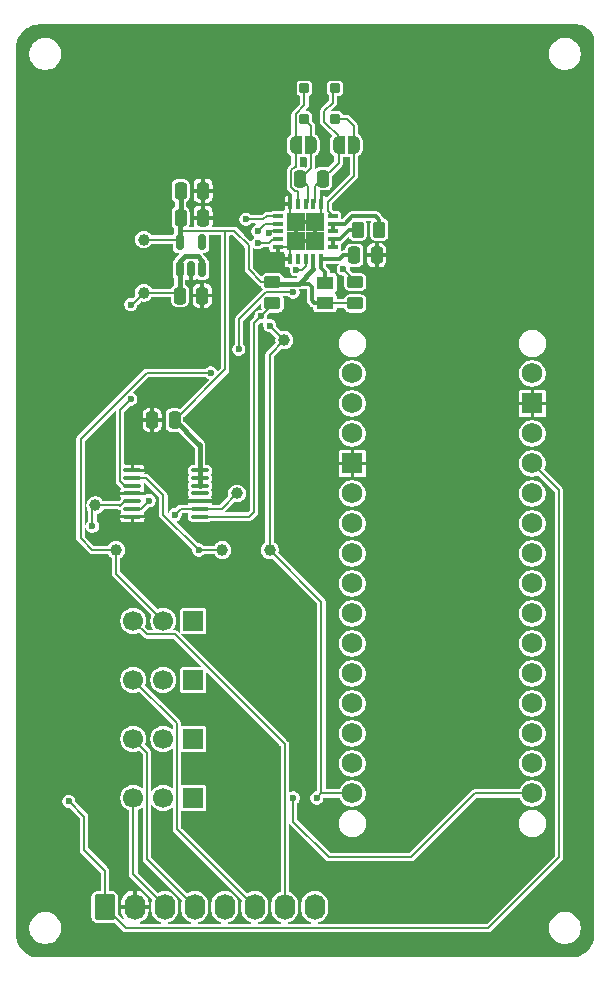
<source format=gbr>
%TF.GenerationSoftware,KiCad,Pcbnew,9.0.5*%
%TF.CreationDate,2025-10-13T11:36:34+02:00*%
%TF.ProjectId,MAX31865,4d415833-3138-4363-952e-6b696361645f,rev?*%
%TF.SameCoordinates,Original*%
%TF.FileFunction,Copper,L1,Top*%
%TF.FilePolarity,Positive*%
%FSLAX46Y46*%
G04 Gerber Fmt 4.6, Leading zero omitted, Abs format (unit mm)*
G04 Created by KiCad (PCBNEW 9.0.5) date 2025-10-13 11:36:34*
%MOMM*%
%LPD*%
G01*
G04 APERTURE LIST*
G04 Aperture macros list*
%AMRoundRect*
0 Rectangle with rounded corners*
0 $1 Rounding radius*
0 $2 $3 $4 $5 $6 $7 $8 $9 X,Y pos of 4 corners*
0 Add a 4 corners polygon primitive as box body*
4,1,4,$2,$3,$4,$5,$6,$7,$8,$9,$2,$3,0*
0 Add four circle primitives for the rounded corners*
1,1,$1+$1,$2,$3*
1,1,$1+$1,$4,$5*
1,1,$1+$1,$6,$7*
1,1,$1+$1,$8,$9*
0 Add four rect primitives between the rounded corners*
20,1,$1+$1,$2,$3,$4,$5,0*
20,1,$1+$1,$4,$5,$6,$7,0*
20,1,$1+$1,$6,$7,$8,$9,0*
20,1,$1+$1,$8,$9,$2,$3,0*%
%AMFreePoly0*
4,1,23,0.500000,-0.750000,0.000000,-0.750000,0.000000,-0.745722,-0.065263,-0.745722,-0.191342,-0.711940,-0.304381,-0.646677,-0.396677,-0.554381,-0.461940,-0.441342,-0.495722,-0.315263,-0.495722,-0.250000,-0.500000,-0.250000,-0.500000,0.250000,-0.495722,0.250000,-0.495722,0.315263,-0.461940,0.441342,-0.396677,0.554381,-0.304381,0.646677,-0.191342,0.711940,-0.065263,0.745722,0.000000,0.745722,
0.000000,0.750000,0.500000,0.750000,0.500000,-0.750000,0.500000,-0.750000,$1*%
%AMFreePoly1*
4,1,23,0.000000,0.745722,0.065263,0.745722,0.191342,0.711940,0.304381,0.646677,0.396677,0.554381,0.461940,0.441342,0.495722,0.315263,0.495722,0.250000,0.500000,0.250000,0.500000,-0.250000,0.495722,-0.250000,0.495722,-0.315263,0.461940,-0.441342,0.396677,-0.554381,0.304381,-0.646677,0.191342,-0.711940,0.065263,-0.745722,0.000000,-0.745722,0.000000,-0.750000,-0.500000,-0.750000,
-0.500000,0.750000,0.000000,0.750000,0.000000,0.745722,0.000000,0.745722,$1*%
G04 Aperture macros list end*
%TA.AperFunction,SMDPad,CuDef*%
%ADD10RoundRect,0.120000X-0.280000X-0.279999X0.280000X-0.279999X0.280000X0.279999X-0.280000X0.279999X0*%
%TD*%
%TA.AperFunction,SMDPad,CuDef*%
%ADD11C,1.000000*%
%TD*%
%TA.AperFunction,SMDPad,CuDef*%
%ADD12RoundRect,0.250000X-0.250000X-0.475000X0.250000X-0.475000X0.250000X0.475000X-0.250000X0.475000X0*%
%TD*%
%TA.AperFunction,ComponentPad*%
%ADD13R,1.700000X1.700000*%
%TD*%
%TA.AperFunction,ComponentPad*%
%ADD14C,1.700000*%
%TD*%
%TA.AperFunction,SMDPad,CuDef*%
%ADD15RoundRect,0.100000X-0.637500X-0.100000X0.637500X-0.100000X0.637500X0.100000X-0.637500X0.100000X0*%
%TD*%
%TA.AperFunction,SMDPad,CuDef*%
%ADD16R,1.450000X1.113000*%
%TD*%
%TA.AperFunction,ComponentPad*%
%ADD17RoundRect,0.250000X-0.620000X-0.845000X0.620000X-0.845000X0.620000X0.845000X-0.620000X0.845000X0*%
%TD*%
%TA.AperFunction,ComponentPad*%
%ADD18O,1.740000X2.190000*%
%TD*%
%TA.AperFunction,SMDPad,CuDef*%
%ADD19RoundRect,0.250000X-0.450000X0.262500X-0.450000X-0.262500X0.450000X-0.262500X0.450000X0.262500X0*%
%TD*%
%TA.AperFunction,SMDPad,CuDef*%
%ADD20RoundRect,0.250000X0.262500X0.450000X-0.262500X0.450000X-0.262500X-0.450000X0.262500X-0.450000X0*%
%TD*%
%TA.AperFunction,SMDPad,CuDef*%
%ADD21R,0.861800X0.331800*%
%TD*%
%TA.AperFunction,SMDPad,CuDef*%
%ADD22R,0.331800X0.861800*%
%TD*%
%TA.AperFunction,SMDPad,CuDef*%
%ADD23R,1.600000X1.600000*%
%TD*%
%TA.AperFunction,SMDPad,CuDef*%
%ADD24RoundRect,0.250000X0.250000X0.475000X-0.250000X0.475000X-0.250000X-0.475000X0.250000X-0.475000X0*%
%TD*%
%TA.AperFunction,SMDPad,CuDef*%
%ADD25RoundRect,0.250000X0.450000X-0.262500X0.450000X0.262500X-0.450000X0.262500X-0.450000X-0.262500X0*%
%TD*%
%TA.AperFunction,SMDPad,CuDef*%
%ADD26FreePoly0,0.000000*%
%TD*%
%TA.AperFunction,SMDPad,CuDef*%
%ADD27FreePoly1,0.000000*%
%TD*%
%TA.AperFunction,ComponentPad*%
%ADD28C,1.727200*%
%TD*%
%TA.AperFunction,ComponentPad*%
%ADD29R,1.727200X1.727200*%
%TD*%
%TA.AperFunction,SMDPad,CuDef*%
%ADD30RoundRect,0.150000X0.150000X-0.512500X0.150000X0.512500X-0.150000X0.512500X-0.150000X-0.512500X0*%
%TD*%
%TA.AperFunction,ViaPad*%
%ADD31C,0.600000*%
%TD*%
%TA.AperFunction,ViaPad*%
%ADD32C,0.906400*%
%TD*%
%TA.AperFunction,Conductor*%
%ADD33C,0.200000*%
%TD*%
%TA.AperFunction,Conductor*%
%ADD34C,0.406400*%
%TD*%
%TA.AperFunction,Conductor*%
%ADD35C,0.304800*%
%TD*%
G04 APERTURE END LIST*
D10*
%TO.P,J1,1,Pin_1*%
%TO.N,/SENSOR_F-*%
X124940000Y-75920000D03*
%TO.P,J1,2,Pin_2*%
%TO.N,/SENSOR_S+*%
X127540000Y-75920000D03*
%TO.P,J1,3,Pin_3*%
%TO.N,/SENSOR_S-*%
X124940000Y-78520000D03*
%TO.P,J1,4,Pin_4*%
%TO.N,/SENSOR_F+*%
X127540000Y-78520000D03*
%TD*%
D11*
%TO.P,TP6,1,1*%
%TO.N,/MOSI_JP*%
X118000000Y-115000000D03*
%TD*%
D12*
%TO.P,C1,1*%
%TO.N,3V3*%
X114463100Y-84587100D03*
%TO.P,C1,2*%
%TO.N,GND*%
X116363100Y-84587100D03*
%TD*%
D11*
%TO.P,TP2,1,1*%
%TO.N,5V*%
X111340000Y-93220000D03*
%TD*%
%TO.P,TP8,1,1*%
%TO.N,/SDO*%
X122000000Y-115000000D03*
%TD*%
D13*
%TO.P,JP7,1,A*%
%TO.N,/DRDY*%
X115540000Y-121000000D03*
D14*
%TO.P,JP7,2,C*%
%TO.N,/DRDY_JP*%
X113000000Y-121000000D03*
%TO.P,JP7,3,B*%
%TO.N,/DRDY_EXT*%
X110460000Y-121000000D03*
%TD*%
D13*
%TO.P,JP6,1,A*%
%TO.N,/CS_5V*%
X115540000Y-126000000D03*
D14*
%TO.P,JP6,2,C*%
%TO.N,/CS_JP*%
X113000000Y-126000000D03*
%TO.P,JP6,3,B*%
%TO.N,/CS_EXT*%
X110460000Y-126000000D03*
%TD*%
D11*
%TO.P,TP5,1,1*%
%TO.N,/SCK_JP*%
X107240000Y-111220000D03*
%TD*%
D15*
%TO.P,U3,1*%
%TO.N,GND*%
X110377500Y-108270000D03*
%TO.P,U3,2*%
%TO.N,/MOSI_JP*%
X110377500Y-108920000D03*
%TO.P,U3,3*%
%TO.N,/SDI*%
X110377500Y-109570000D03*
%TO.P,U3,4*%
%TO.N,GND*%
X110377500Y-110220000D03*
%TO.P,U3,5*%
%TO.N,/SCK_JP*%
X110377500Y-110870000D03*
%TO.P,U3,6*%
%TO.N,/SCLK*%
X110377500Y-111520000D03*
%TO.P,U3,7,GND*%
%TO.N,GND*%
X110377500Y-112170000D03*
%TO.P,U3,8*%
%TO.N,/CS*%
X116102500Y-112170000D03*
%TO.P,U3,9*%
%TO.N,/CS_JP*%
X116102500Y-111520000D03*
%TO.P,U3,10*%
%TO.N,GND*%
X116102500Y-110870000D03*
%TO.P,U3,11*%
%TO.N,unconnected-(U3-Pad11)*%
X116102500Y-110220000D03*
%TO.P,U3,12*%
%TO.N,3V3*%
X116102500Y-109570000D03*
%TO.P,U3,13*%
X116102500Y-108920000D03*
%TO.P,U3,14,VCC*%
X116102500Y-108270000D03*
%TD*%
D16*
%TO.P,FB1,1*%
%TO.N,Net-(U1-VDD)*%
X126691000Y-92384000D03*
%TO.P,FB1,2*%
%TO.N,3V3*%
X126691000Y-94070000D03*
%TD*%
D13*
%TO.P,JP5,1,A*%
%TO.N,/MOSI_5V*%
X115540000Y-131000000D03*
D14*
%TO.P,JP5,2,C*%
%TO.N,/MOSI_JP*%
X113000000Y-131000000D03*
%TO.P,JP5,3,B*%
%TO.N,/MOSI_EXT*%
X110460000Y-131000000D03*
%TD*%
D17*
%TO.P,J3,1,Pin_1*%
%TO.N,5V*%
X108040000Y-145220000D03*
D18*
%TO.P,J3,2,Pin_2*%
%TO.N,GND*%
X110580000Y-145220000D03*
%TO.P,J3,3,Pin_3*%
%TO.N,/SCK_EXT*%
X113120000Y-145220000D03*
%TO.P,J3,4,Pin_4*%
%TO.N,/MOSI_EXT*%
X115660000Y-145220000D03*
%TO.P,J3,5,Pin_5*%
%TO.N,/SDO*%
X118200000Y-145220000D03*
%TO.P,J3,6,Pin_6*%
%TO.N,/CS_EXT*%
X120740000Y-145220000D03*
%TO.P,J3,7,Pin_7*%
%TO.N,/DRDY_EXT*%
X123280000Y-145220000D03*
%TO.P,J3,8,Pin_8*%
%TO.N,unconnected-(J3-Pin_8-Pad8)*%
X125820000Y-145220000D03*
%TD*%
D11*
%TO.P,TP3,1,1*%
%TO.N,/CS_JP*%
X119240000Y-110220000D03*
%TD*%
D19*
%TO.P,R2,1*%
%TO.N,/DRDY_JP*%
X129240000Y-92307500D03*
%TO.P,R2,2*%
%TO.N,3V3*%
X129240000Y-94132500D03*
%TD*%
D11*
%TO.P,TP1,1,1*%
%TO.N,3V3*%
X111340000Y-88720000D03*
%TD*%
D20*
%TO.P,R1,1*%
%TO.N,Net-(U1-ISENSOR)*%
X131286500Y-87893000D03*
%TO.P,R1,2*%
%TO.N,Net-(U1-BIAS)*%
X129461500Y-87893000D03*
%TD*%
D21*
%TO.P,U1,1,BIAS*%
%TO.N,Net-(U1-BIAS)*%
X127365000Y-89320000D03*
%TO.P,U1,2,REFIN+*%
X127365000Y-88670000D03*
%TO.P,U1,3,REFIN-*%
%TO.N,Net-(U1-ISENSOR)*%
X127365000Y-88020000D03*
%TO.P,U1,4,ISENSOR*%
X127365000Y-87370000D03*
%TO.P,U1,5,FORCE+*%
%TO.N,/SENSOR_F+*%
X127365000Y-86720000D03*
D22*
%TO.P,U1,6,FORCE2*%
%TO.N,GND*%
X126340000Y-85695000D03*
%TO.P,U1,7,RTDIN+*%
%TO.N,/SENSOR_S+*%
X125690000Y-85695000D03*
%TO.P,U1,8,RTDIN-*%
%TO.N,/SENSOR_S-*%
X125040000Y-85695000D03*
%TO.P,U1,9,FORCE-*%
%TO.N,/SENSOR_F-*%
X124390000Y-85695000D03*
%TO.P,U1,10,GND*%
%TO.N,GND*%
X123740000Y-85695000D03*
D21*
%TO.P,U1,11,SDI*%
%TO.N,/SDI*%
X122715000Y-86720000D03*
%TO.P,U1,12,SCLK*%
%TO.N,/SCLK*%
X122715000Y-87370000D03*
%TO.P,U1,13,~{CS}*%
%TO.N,/CS*%
X122715000Y-88020000D03*
%TO.P,U1,14,SDO*%
%TO.N,/SDO*%
X122715000Y-88670000D03*
%TO.P,U1,15,DGND*%
%TO.N,GND*%
X122715000Y-89320000D03*
D22*
%TO.P,U1,16,GND*%
X123740000Y-90345000D03*
%TO.P,U1,17,NC*%
%TO.N,unconnected-(U1-NC-Pad17)*%
X124390000Y-90345000D03*
%TO.P,U1,18,~{DRDY}*%
%TO.N,/DRDY_JP*%
X125040000Y-90345000D03*
%TO.P,U1,19,DVDD*%
%TO.N,3V3*%
X125690000Y-90345000D03*
%TO.P,U1,20,VDD*%
%TO.N,Net-(U1-VDD)*%
X126340000Y-90345000D03*
D23*
%TO.P,U1,21,GND*%
%TO.N,GND*%
X124240000Y-88820000D03*
X125840000Y-88820000D03*
X124240000Y-87220000D03*
X125840000Y-87220000D03*
%TD*%
D11*
%TO.P,TP4,1,1*%
%TO.N,/DRDY_JP*%
X109000000Y-115000000D03*
%TD*%
D13*
%TO.P,JP4,1,A*%
%TO.N,/SCK_5V*%
X115540000Y-136000000D03*
D14*
%TO.P,JP4,2,C*%
%TO.N,/SCK_JP*%
X113000000Y-136000000D03*
%TO.P,JP4,3,B*%
%TO.N,/SCK_EXT*%
X110460000Y-136000000D03*
%TD*%
D24*
%TO.P,C6,1*%
%TO.N,3V3*%
X113950000Y-104000000D03*
%TO.P,C6,2*%
%TO.N,GND*%
X112050000Y-104000000D03*
%TD*%
D12*
%TO.P,C5,1*%
%TO.N,3V3*%
X114463100Y-86873100D03*
%TO.P,C5,2*%
%TO.N,GND*%
X116363100Y-86873100D03*
%TD*%
D25*
%TO.P,R8,1*%
%TO.N,/CS*%
X122240000Y-94132500D03*
%TO.P,R8,2*%
%TO.N,3V3*%
X122240000Y-92307500D03*
%TD*%
D26*
%TO.P,JP3,1,A*%
%TO.N,/SENSOR_F-*%
X124190000Y-80720000D03*
D27*
%TO.P,JP3,2,B*%
%TO.N,/SENSOR_S-*%
X125490000Y-80720000D03*
%TD*%
D28*
%TO.P,A1,3V3,3.3V*%
%TO.N,unconnected-(A1-3.3V-Pad3V3)*%
X144240000Y-133080000D03*
%TO.P,A1,5V,5V*%
%TO.N,5V*%
X144240000Y-107680000D03*
%TO.P,A1,A0,A0*%
%TO.N,unconnected-(A1-PadA0)*%
X144240000Y-128000000D03*
%TO.P,A1,A1,A1*%
%TO.N,unconnected-(A1-PadA1)*%
X144240000Y-125460000D03*
%TO.P,A1,A2,A2*%
%TO.N,unconnected-(A1-PadA2)*%
X144240000Y-122920000D03*
%TO.P,A1,A3,A3*%
%TO.N,unconnected-(A1-PadA3)*%
X144240000Y-120380000D03*
%TO.P,A1,A4,A4/SDA*%
%TO.N,unconnected-(A1-A4{slash}SDA-PadA4)*%
X144240000Y-117840000D03*
%TO.P,A1,A5,A5/SCL*%
%TO.N,unconnected-(A1-A5{slash}SCL-PadA5)*%
X144240000Y-115300000D03*
%TO.P,A1,A6,A6*%
%TO.N,unconnected-(A1-PadA6)*%
X144240000Y-112760000D03*
%TO.P,A1,A7,A7*%
%TO.N,unconnected-(A1-PadA7)*%
X144240000Y-110220000D03*
%TO.P,A1,AREF,AREF*%
%TO.N,unconnected-(A1-PadAREF)*%
X144240000Y-130540000D03*
%TO.P,A1,D0,D0/RX*%
%TO.N,unconnected-(A1-D0{slash}RX-PadD0)*%
X129000000Y-102600000D03*
%TO.P,A1,D1,D1/TX*%
%TO.N,unconnected-(A1-D1{slash}TX-PadD1)*%
X129000000Y-100060000D03*
%TO.P,A1,D2,D2_INT0*%
%TO.N,/DRDY*%
X129000000Y-110220000D03*
%TO.P,A1,D3,D3_INT1*%
%TO.N,unconnected-(A1-D3_INT1-PadD3)*%
X129000000Y-112760000D03*
%TO.P,A1,D4,D4*%
%TO.N,unconnected-(A1-PadD4)*%
X129000000Y-115300000D03*
%TO.P,A1,D5,D5*%
%TO.N,unconnected-(A1-PadD5)*%
X129000000Y-117840000D03*
%TO.P,A1,D6,D6*%
%TO.N,unconnected-(A1-PadD6)*%
X129000000Y-120380000D03*
%TO.P,A1,D7,D7*%
%TO.N,unconnected-(A1-PadD7)*%
X129000000Y-122920000D03*
%TO.P,A1,D8,D8*%
%TO.N,unconnected-(A1-PadD8)*%
X129000000Y-125460000D03*
%TO.P,A1,D9,D9*%
%TO.N,unconnected-(A1-PadD9)*%
X129000000Y-128000000D03*
%TO.P,A1,D10,D10*%
%TO.N,/CS_5V*%
X129000000Y-130540000D03*
%TO.P,A1,D11,D11_MOSI*%
%TO.N,/MOSI_5V*%
X129000000Y-133080000D03*
%TO.P,A1,D12,D12_MISO*%
%TO.N,/SDO*%
X129000000Y-135620000D03*
%TO.P,A1,D13,D13_SCK*%
%TO.N,/SCK_5V*%
X144240000Y-135620000D03*
D29*
%TO.P,A1,GND1,GND*%
%TO.N,GND*%
X129000000Y-107680000D03*
%TO.P,A1,GND2,GND*%
X144240000Y-102600000D03*
D28*
%TO.P,A1,RST1,RESET*%
%TO.N,unconnected-(A1-RESET-PadRST1)*%
X129000000Y-105140000D03*
%TO.P,A1,RST2,RESET*%
%TO.N,unconnected-(A1-RESET-PadRST2)*%
X144240000Y-105140000D03*
%TO.P,A1,VIN,VIN*%
%TO.N,unconnected-(A1-PadVIN)*%
X144240000Y-100060000D03*
%TD*%
D11*
%TO.P,TP7,1,1*%
%TO.N,/SDO*%
X123240000Y-97220000D03*
%TD*%
D30*
%TO.P,U2,1,IN*%
%TO.N,5V*%
X114390000Y-91220000D03*
%TO.P,U2,2,GND*%
%TO.N,GND*%
X115340000Y-91220000D03*
%TO.P,U2,3,EN*%
%TO.N,5V*%
X116290000Y-91220000D03*
%TO.P,U2,4,P4*%
%TO.N,unconnected-(U2-P4-Pad4)*%
X116290000Y-88945000D03*
%TO.P,U2,5,OUT*%
%TO.N,3V3*%
X114390000Y-88945000D03*
%TD*%
D12*
%TO.P,C2,1*%
%TO.N,Net-(U1-VDD)*%
X129170000Y-90052000D03*
%TO.P,C2,2*%
%TO.N,GND*%
X131070000Y-90052000D03*
%TD*%
D26*
%TO.P,JP2,1,A*%
%TO.N,/SENSOR_S+*%
X127840000Y-80720000D03*
D27*
%TO.P,JP2,2,B*%
%TO.N,/SENSOR_F+*%
X129140000Y-80720000D03*
%TD*%
D12*
%TO.P,C4,1*%
%TO.N,5V*%
X114390000Y-93462500D03*
%TO.P,C4,2*%
%TO.N,GND*%
X116290000Y-93462500D03*
%TD*%
D24*
%TO.P,C3,1*%
%TO.N,/SENSOR_S+*%
X126498000Y-83575000D03*
%TO.P,C3,2*%
%TO.N,/SENSOR_S-*%
X124598000Y-83575000D03*
%TD*%
D31*
%TO.N,GND*%
X124800000Y-82200000D03*
X118300000Y-104900000D03*
X121600000Y-97200000D03*
X112300000Y-143200000D03*
X113000000Y-123600000D03*
%TO.N,/DRDY_JP*%
X119400000Y-98000000D03*
X117000000Y-100000000D03*
X123995319Y-93168200D03*
%TO.N,/CS_JP*%
X114000000Y-112000000D03*
%TO.N,/MOSI_JP*%
X116000000Y-115000000D03*
%TO.N,/SCK_JP*%
X107000000Y-113000000D03*
%TO.N,/SCK_5V*%
X124000000Y-136000000D03*
%TO.N,/SCLK*%
X111817499Y-110817499D03*
X121000000Y-88000000D03*
%TO.N,/SDO*%
X121000000Y-89000000D03*
X122000000Y-96000000D03*
%TO.N,GND*%
X114000000Y-141000000D03*
%TO.N,/SDO*%
X126000000Y-136000000D03*
%TO.N,GND*%
X122200000Y-134300000D03*
X136000000Y-100000000D03*
X126240000Y-75220000D03*
X120400000Y-84600000D03*
%TO.N,/SDI*%
X110240000Y-102220000D03*
%TO.N,GND*%
X132106900Y-90047400D03*
X103000000Y-130000000D03*
%TO.N,/CS*%
X121240000Y-95220000D03*
%TO.N,GND*%
X111240000Y-90220000D03*
%TO.N,5V*%
X105000000Y-136280000D03*
%TO.N,/CS*%
X121931369Y-88149724D03*
D32*
%TO.N,GND*%
X122216900Y-90447400D03*
D31*
%TO.N,5V*%
X110240000Y-94220000D03*
%TO.N,/DRDY_JP*%
X128240000Y-91220000D03*
%TO.N,GND*%
X128240000Y-83220000D03*
%TO.N,/DRDY_JP*%
X124240000Y-91275902D03*
%TO.N,GND*%
X122000000Y-122200000D03*
X116360000Y-83302500D03*
%TO.N,/SDI*%
X120000000Y-87000000D03*
%TD*%
D33*
%TO.N,/SENSOR_S-*%
X125490000Y-79090000D02*
X124940000Y-78540000D01*
X124940000Y-78540000D02*
X124940000Y-78520000D01*
X125490000Y-82683000D02*
X125490000Y-79090000D01*
X124598000Y-83575000D02*
X125490000Y-82683000D01*
%TO.N,/SENSOR_F+*%
X128540000Y-78520000D02*
X127540000Y-78520000D01*
X129140000Y-79120000D02*
X128540000Y-78520000D01*
X129140000Y-80720000D02*
X129140000Y-79120000D01*
%TO.N,/SENSOR_F-*%
X124940000Y-77361293D02*
X124940000Y-75920000D01*
X124112840Y-82549000D02*
X124190000Y-82549000D01*
X123797000Y-84285160D02*
X123797000Y-82864840D01*
X124112840Y-84601000D02*
X123797000Y-84285160D01*
X123797000Y-82864840D02*
X124112840Y-82549000D01*
X124190000Y-82549000D02*
X124190000Y-78111293D01*
X124190000Y-78111293D02*
X124940000Y-77361293D01*
X124390000Y-84601000D02*
X124112840Y-84601000D01*
X124390000Y-85695000D02*
X124390000Y-84601000D01*
%TO.N,/CS*%
X120700000Y-111760000D02*
X120290000Y-112170000D01*
X120700000Y-95760000D02*
X120700000Y-111760000D01*
X121240000Y-95220000D02*
X120700000Y-95760000D01*
X120290000Y-112170000D02*
X116102500Y-112170000D01*
%TO.N,/DRDY_JP*%
X111610057Y-100000000D02*
X117000000Y-100000000D01*
X106000000Y-105610057D02*
X111610057Y-100000000D01*
X106000000Y-114000000D02*
X106000000Y-105610057D01*
X107000000Y-115000000D02*
X106000000Y-114000000D01*
X109000000Y-115000000D02*
X107000000Y-115000000D01*
%TO.N,5V*%
X106300000Y-140400000D02*
X108040000Y-142140000D01*
X108040000Y-142140000D02*
X108040000Y-145220000D01*
X106300000Y-137580000D02*
X106300000Y-140400000D01*
X105000000Y-136280000D02*
X106300000Y-137580000D01*
%TO.N,/DRDY_JP*%
X121705640Y-93168200D02*
X123995319Y-93168200D01*
X119400000Y-98000000D02*
X119400000Y-95473840D01*
X119400000Y-95473840D02*
X121705640Y-93168200D01*
X109000000Y-117000000D02*
X109000000Y-115000000D01*
X113000000Y-121000000D02*
X109000000Y-117000000D01*
%TO.N,/CS_JP*%
X114000000Y-112000000D02*
X114480000Y-111520000D01*
X114480000Y-111520000D02*
X116102500Y-111520000D01*
%TO.N,/SCK_JP*%
X107000000Y-113000000D02*
X107000000Y-111460000D01*
X107000000Y-111460000D02*
X107240000Y-111220000D01*
%TO.N,/SCK_5V*%
X127000000Y-141000000D02*
X124000000Y-138000000D01*
X134000000Y-141000000D02*
X127000000Y-141000000D01*
X139380000Y-135620000D02*
X134000000Y-141000000D01*
X124000000Y-138000000D02*
X124000000Y-136000000D01*
X144240000Y-135620000D02*
X139380000Y-135620000D01*
%TO.N,/MOSI_JP*%
X116000000Y-115000000D02*
X118000000Y-115000000D01*
X113000000Y-112000000D02*
X116000000Y-115000000D01*
X113000000Y-110374870D02*
X113000000Y-112000000D01*
X111545130Y-108920000D02*
X113000000Y-110374870D01*
X110377500Y-108920000D02*
X111545130Y-108920000D01*
%TO.N,/SCLK*%
X111817499Y-110817499D02*
X111114999Y-111520000D01*
X111114999Y-111520000D02*
X110377500Y-111520000D01*
X121630000Y-87370000D02*
X121000000Y-88000000D01*
X122715000Y-87370000D02*
X121630000Y-87370000D01*
%TO.N,/SDO*%
X121931036Y-89000000D02*
X122261036Y-88670000D01*
X121000000Y-89000000D02*
X121931036Y-89000000D01*
X123220000Y-97220000D02*
X122000000Y-96000000D01*
X123240000Y-97220000D02*
X123220000Y-97220000D01*
X122261036Y-88670000D02*
X122715000Y-88670000D01*
X122000000Y-98460000D02*
X123240000Y-97220000D01*
X122000000Y-115000000D02*
X122000000Y-98460000D01*
X126380000Y-119380000D02*
X122000000Y-115000000D01*
X126380000Y-135620000D02*
X126380000Y-119380000D01*
X126380000Y-135620000D02*
X129000000Y-135620000D01*
X126000000Y-136000000D02*
X126380000Y-135620000D01*
%TO.N,/DRDY_EXT*%
X113993000Y-122151000D02*
X111611000Y-122151000D01*
X111611000Y-122151000D02*
X110460000Y-121000000D01*
X123280000Y-131438000D02*
X113993000Y-122151000D01*
X123280000Y-145220000D02*
X123280000Y-131438000D01*
%TO.N,/CS_EXT*%
X114151000Y-129691000D02*
X110460000Y-126000000D01*
X114151000Y-138631000D02*
X114151000Y-129691000D01*
X120740000Y-145220000D02*
X114151000Y-138631000D01*
%TO.N,/MOSI_EXT*%
X111611000Y-132151000D02*
X110460000Y-131000000D01*
X111611000Y-141171000D02*
X111611000Y-132151000D01*
X115660000Y-145220000D02*
X111611000Y-141171000D01*
%TO.N,/SCK_EXT*%
X110460000Y-142460000D02*
X110460000Y-136000000D01*
X113120000Y-145120000D02*
X110460000Y-142460000D01*
X113120000Y-145220000D02*
X113120000Y-145120000D01*
%TO.N,3V3*%
X120240000Y-91240000D02*
X121307500Y-92307500D01*
X120240000Y-89220000D02*
X120240000Y-91240000D01*
X119001500Y-87981500D02*
X120240000Y-89220000D01*
X118240000Y-87981500D02*
X119001500Y-87981500D01*
X121307500Y-92307500D02*
X122240000Y-92307500D01*
%TO.N,/SDI*%
X121740000Y-86720000D02*
X122715000Y-86720000D01*
X121460000Y-87000000D02*
X121740000Y-86720000D01*
X120000000Y-87000000D02*
X121460000Y-87000000D01*
%TO.N,3V3*%
X118240000Y-99710000D02*
X113950000Y-104000000D01*
X118240000Y-87981500D02*
X118240000Y-99710000D01*
D34*
X116000000Y-106000000D02*
X115950000Y-106000000D01*
X115950000Y-106000000D02*
X113950000Y-104000000D01*
X116102500Y-106102500D02*
X116000000Y-106000000D01*
X116102500Y-108270000D02*
X116102500Y-106102500D01*
D33*
%TO.N,5V*%
X140500000Y-147000000D02*
X109820000Y-147000000D01*
X146500000Y-141000000D02*
X140500000Y-147000000D01*
X109820000Y-147000000D02*
X108040000Y-145220000D01*
X146500000Y-109940000D02*
X146500000Y-141000000D01*
X144240000Y-107680000D02*
X146500000Y-109940000D01*
%TO.N,/SDI*%
X109339000Y-103121000D02*
X110240000Y-102220000D01*
%TO.N,/SENSOR_F+*%
X127365000Y-86720000D02*
X126941000Y-86296000D01*
%TO.N,/SENSOR_S+*%
X127840000Y-79978707D02*
X126639000Y-78777707D01*
%TO.N,/SENSOR_F+*%
X129140000Y-83320000D02*
X129140000Y-80720000D01*
%TO.N,/SENSOR_S+*%
X126639000Y-77821000D02*
X127340000Y-77120000D01*
%TO.N,/SENSOR_F+*%
X126941000Y-85519000D02*
X129140000Y-83320000D01*
X126941000Y-86296000D02*
X126941000Y-85519000D01*
%TO.N,/SENSOR_S+*%
X127340000Y-77120000D02*
X127340000Y-76120000D01*
X127840000Y-82233000D02*
X127840000Y-79978707D01*
X125873100Y-85498297D02*
X125873100Y-84199900D01*
X125690000Y-85681397D02*
X125873100Y-85498297D01*
X125873100Y-84199900D02*
X127840000Y-82233000D01*
X125690000Y-85695000D02*
X125690000Y-85681397D01*
X126639000Y-78777707D02*
X126639000Y-77821000D01*
%TO.N,/SCK_JP*%
X109307870Y-111220000D02*
X109339000Y-111251130D01*
%TO.N,/DRDY_JP*%
X124739998Y-91275902D02*
X125040000Y-90975900D01*
%TO.N,5V*%
X111340000Y-93220000D02*
X114147500Y-93220000D01*
D34*
X114390000Y-91220000D02*
X114390000Y-93462500D01*
D33*
%TO.N,/SCK_JP*%
X107240000Y-111220000D02*
X109307870Y-111220000D01*
X109720130Y-110870000D02*
X109339000Y-111251130D01*
X110377500Y-110870000D02*
X109720130Y-110870000D01*
%TO.N,/DRDY_JP*%
X124240000Y-91275902D02*
X124739998Y-91275902D01*
%TO.N,/CS_JP*%
X119240000Y-110220000D02*
X117940000Y-111520000D01*
%TO.N,5V*%
X110240000Y-94220000D02*
X110340000Y-94220000D01*
%TO.N,/DRDY_JP*%
X125040000Y-90975900D02*
X125040000Y-90345000D01*
X129240000Y-92220000D02*
X128240000Y-91220000D01*
%TO.N,/CS_JP*%
X117940000Y-111520000D02*
X116102500Y-111520000D01*
%TO.N,/DRDY_JP*%
X129240000Y-92307500D02*
X129240000Y-92220000D01*
D34*
%TO.N,5V*%
X116290000Y-90552500D02*
X115891800Y-90154300D01*
D33*
X110340000Y-94220000D02*
X111340000Y-93220000D01*
%TO.N,/SDI*%
X109720130Y-109570000D02*
X109339000Y-109188870D01*
%TO.N,/CS*%
X122152500Y-94220000D02*
X122240000Y-94132500D01*
X122715000Y-88020000D02*
X122061093Y-88020000D01*
X122061093Y-88020000D02*
X121931369Y-88149724D01*
%TO.N,/SDI*%
X109339000Y-109188870D02*
X109339000Y-103121000D01*
%TO.N,/CS*%
X122152500Y-94307500D02*
X122152500Y-94220000D01*
X121240000Y-95220000D02*
X122152500Y-94307500D01*
%TO.N,/SDI*%
X110377500Y-109570000D02*
X109720130Y-109570000D01*
D35*
%TO.N,Net-(U1-ISENSOR)*%
X130976900Y-86747400D02*
X131286500Y-87057000D01*
D34*
%TO.N,5V*%
X115891800Y-90154300D02*
X114808200Y-90154300D01*
D35*
%TO.N,Net-(U1-ISENSOR)*%
X127365000Y-87370000D02*
X127365000Y-88020000D01*
X127365000Y-87370000D02*
X128364300Y-87370000D01*
D34*
%TO.N,3V3*%
X122397500Y-92465000D02*
X124445000Y-92465000D01*
X124445000Y-92465000D02*
X125690000Y-91220000D01*
X114390000Y-86946200D02*
X114390000Y-88945000D01*
D35*
X125548000Y-93862000D02*
X125548000Y-92719000D01*
D34*
%TO.N,5V*%
X114390000Y-90572500D02*
X114390000Y-91220000D01*
D33*
%TO.N,3V3*%
X111340000Y-88720000D02*
X114165000Y-88720000D01*
D35*
%TO.N,Net-(U1-BIAS)*%
X127934300Y-88670000D02*
X127365000Y-88670000D01*
%TO.N,Net-(U1-ISENSOR)*%
X128986900Y-86747400D02*
X130976900Y-86747400D01*
%TO.N,Net-(U1-BIAS)*%
X128711300Y-87893000D02*
X127934300Y-88670000D01*
D34*
%TO.N,3V3*%
X116102500Y-108270000D02*
X116102500Y-109570000D01*
D35*
X126691000Y-94070000D02*
X125756000Y-94070000D01*
%TO.N,Net-(U1-BIAS)*%
X129424000Y-87893000D02*
X128711300Y-87893000D01*
%TO.N,3V3*%
X125294000Y-92465000D02*
X124532000Y-92465000D01*
%TO.N,Net-(U1-ISENSOR)*%
X128364300Y-87370000D02*
X128986900Y-86747400D01*
%TO.N,3V3*%
X125690000Y-90345000D02*
X125690000Y-91220000D01*
D34*
%TO.N,5V*%
X116290000Y-91220000D02*
X116290000Y-90552500D01*
D35*
%TO.N,Net-(U1-BIAS)*%
X127365000Y-88670000D02*
X127365000Y-89320000D01*
D34*
%TO.N,3V3*%
X114463100Y-86873100D02*
X114463100Y-84587100D01*
D33*
X129240000Y-94132500D02*
X126753500Y-94132500D01*
D34*
X122240000Y-92307500D02*
X122397500Y-92465000D01*
D35*
X125756000Y-94070000D02*
X125548000Y-93862000D01*
D33*
X114390000Y-87981500D02*
X118240000Y-87981500D01*
X114165000Y-88720000D02*
X114390000Y-88945000D01*
X126753500Y-94132500D02*
X126691000Y-94070000D01*
%TO.N,5V*%
X114147500Y-93220000D02*
X114390000Y-93462500D01*
D34*
%TO.N,3V3*%
X114463100Y-86873100D02*
X114390000Y-86946200D01*
D35*
X125548000Y-92719000D02*
X125294000Y-92465000D01*
D33*
X114390000Y-88945000D02*
X114390000Y-87981500D01*
D35*
%TO.N,Net-(U1-ISENSOR)*%
X131286500Y-87057000D02*
X131286500Y-87893000D01*
D34*
%TO.N,5V*%
X114808200Y-90154300D02*
X114390000Y-90572500D01*
D35*
%TO.N,Net-(U1-VDD)*%
X127959300Y-90345000D02*
X128252300Y-90052000D01*
D33*
%TO.N,GND*%
X123740000Y-90345000D02*
X123740000Y-89320000D01*
X116363100Y-83305600D02*
X116360000Y-83302500D01*
D35*
%TO.N,Net-(U1-VDD)*%
X126340000Y-90345000D02*
X127959300Y-90345000D01*
X126340000Y-91150500D02*
X126340000Y-90345000D01*
D33*
%TO.N,GND*%
X131070000Y-90052000D02*
X132102300Y-90052000D01*
X123740000Y-86720000D02*
X124240000Y-87220000D01*
X126340000Y-85695000D02*
X126340000Y-86720000D01*
D34*
X116363100Y-93157100D02*
X116363100Y-93477100D01*
D33*
X126340000Y-86720000D02*
X125840000Y-87220000D01*
X116363100Y-84587100D02*
X116363100Y-83305600D01*
D35*
%TO.N,Net-(U1-VDD)*%
X126691000Y-92384000D02*
X126691000Y-91501500D01*
X126691000Y-91501500D02*
X126340000Y-91150500D01*
X128252300Y-90052000D02*
X129170000Y-90052000D01*
D33*
%TO.N,GND*%
X123740000Y-89320000D02*
X124240000Y-88820000D01*
X122715000Y-89320000D02*
X123740000Y-89320000D01*
X123740000Y-85695000D02*
X123740000Y-86720000D01*
X132102300Y-90052000D02*
X132106900Y-90047400D01*
%TO.N,/SENSOR_S-*%
X125223100Y-84200100D02*
X124598000Y-83575000D01*
X125040000Y-85695000D02*
X125223100Y-85511900D01*
X125223100Y-85511900D02*
X125223100Y-84200100D01*
%TD*%
%TA.AperFunction,Conductor*%
%TO.N,GND*%
G36*
X111244563Y-136872471D02*
G01*
X111256500Y-136909208D01*
X111256500Y-141217676D01*
X111280658Y-141307829D01*
X111280659Y-141307832D01*
X111327329Y-141388668D01*
X114562383Y-144623722D01*
X114580689Y-144667916D01*
X114577631Y-144687228D01*
X114563189Y-144731678D01*
X114563188Y-144731684D01*
X114535501Y-144906486D01*
X114535500Y-144906502D01*
X114535500Y-145533497D01*
X114535501Y-145533513D01*
X114563188Y-145708318D01*
X114563188Y-145708319D01*
X114617885Y-145876659D01*
X114617886Y-145876661D01*
X114698243Y-146034368D01*
X114802279Y-146177561D01*
X114802286Y-146177569D01*
X114927430Y-146302713D01*
X114927438Y-146302720D01*
X115070634Y-146406758D01*
X115228342Y-146487115D01*
X115305977Y-146512340D01*
X115340505Y-146523559D01*
X115376879Y-146554626D01*
X115380632Y-146602314D01*
X115349565Y-146638688D01*
X115321191Y-146645500D01*
X113458809Y-146645500D01*
X113414615Y-146627194D01*
X113396309Y-146583000D01*
X113414615Y-146538806D01*
X113439495Y-146523559D01*
X113474023Y-146512340D01*
X113551658Y-146487115D01*
X113709366Y-146406758D01*
X113852562Y-146302720D01*
X113977720Y-146177562D01*
X114081758Y-146034366D01*
X114162115Y-145876658D01*
X114216811Y-145708321D01*
X114244500Y-145533500D01*
X114244500Y-144906500D01*
X114216811Y-144731679D01*
X114162115Y-144563342D01*
X114081758Y-144405634D01*
X113977720Y-144262438D01*
X113977713Y-144262430D01*
X113852569Y-144137286D01*
X113852561Y-144137279D01*
X113709368Y-144033243D01*
X113551661Y-143952886D01*
X113551659Y-143952885D01*
X113383319Y-143898188D01*
X113208513Y-143870501D01*
X113208501Y-143870500D01*
X113208500Y-143870500D01*
X113031500Y-143870500D01*
X113031498Y-143870500D01*
X113031486Y-143870501D01*
X112856681Y-143898188D01*
X112856680Y-143898188D01*
X112688343Y-143952884D01*
X112688335Y-143952888D01*
X112573707Y-144011294D01*
X112526019Y-144015047D01*
X112501139Y-143999800D01*
X110832806Y-142331467D01*
X110814500Y-142287273D01*
X110814500Y-137091564D01*
X110832806Y-137047370D01*
X110857687Y-137032123D01*
X110883981Y-137023580D01*
X111038884Y-136944653D01*
X111157263Y-136858644D01*
X111203777Y-136847477D01*
X111244563Y-136872471D01*
G37*
%TD.AperFunction*%
%TA.AperFunction,Conductor*%
G36*
X112072194Y-136603381D02*
G01*
X112078563Y-136610838D01*
X112157534Y-136719532D01*
X112157541Y-136719540D01*
X112280459Y-136842458D01*
X112280467Y-136842465D01*
X112325339Y-136875067D01*
X112421116Y-136944653D01*
X112576019Y-137023580D01*
X112741362Y-137077303D01*
X112913074Y-137104500D01*
X112913076Y-137104500D01*
X113086924Y-137104500D01*
X113086926Y-137104500D01*
X113258638Y-137077303D01*
X113423981Y-137023580D01*
X113578884Y-136944653D01*
X113697263Y-136858644D01*
X113743777Y-136847477D01*
X113784563Y-136872471D01*
X113796500Y-136909208D01*
X113796500Y-138677676D01*
X113820658Y-138767829D01*
X113820659Y-138767832D01*
X113867329Y-138848668D01*
X119642383Y-144623722D01*
X119660689Y-144667916D01*
X119657631Y-144687228D01*
X119643189Y-144731678D01*
X119643188Y-144731684D01*
X119615501Y-144906486D01*
X119615500Y-144906502D01*
X119615500Y-145533497D01*
X119615501Y-145533513D01*
X119643188Y-145708318D01*
X119643188Y-145708319D01*
X119697885Y-145876659D01*
X119697886Y-145876661D01*
X119778243Y-146034368D01*
X119882279Y-146177561D01*
X119882286Y-146177569D01*
X120007430Y-146302713D01*
X120007438Y-146302720D01*
X120150634Y-146406758D01*
X120308342Y-146487115D01*
X120385977Y-146512340D01*
X120420505Y-146523559D01*
X120456879Y-146554626D01*
X120460632Y-146602314D01*
X120429565Y-146638688D01*
X120401191Y-146645500D01*
X118538809Y-146645500D01*
X118494615Y-146627194D01*
X118476309Y-146583000D01*
X118494615Y-146538806D01*
X118519495Y-146523559D01*
X118554023Y-146512340D01*
X118631658Y-146487115D01*
X118789366Y-146406758D01*
X118932562Y-146302720D01*
X119057720Y-146177562D01*
X119161758Y-146034366D01*
X119242115Y-145876658D01*
X119296811Y-145708321D01*
X119324500Y-145533500D01*
X119324500Y-144906500D01*
X119296811Y-144731679D01*
X119242115Y-144563342D01*
X119161758Y-144405634D01*
X119057720Y-144262438D01*
X119057713Y-144262430D01*
X118932569Y-144137286D01*
X118932561Y-144137279D01*
X118789368Y-144033243D01*
X118631661Y-143952886D01*
X118631659Y-143952885D01*
X118463319Y-143898188D01*
X118288513Y-143870501D01*
X118288501Y-143870500D01*
X118288500Y-143870500D01*
X118111500Y-143870500D01*
X118111498Y-143870500D01*
X118111486Y-143870501D01*
X117936681Y-143898188D01*
X117936680Y-143898188D01*
X117768340Y-143952885D01*
X117768338Y-143952886D01*
X117610631Y-144033243D01*
X117467438Y-144137279D01*
X117467430Y-144137286D01*
X117342286Y-144262430D01*
X117342279Y-144262438D01*
X117238243Y-144405631D01*
X117157886Y-144563338D01*
X117157885Y-144563340D01*
X117103188Y-144731680D01*
X117103188Y-144731681D01*
X117075501Y-144906486D01*
X117075500Y-144906502D01*
X117075500Y-145533497D01*
X117075501Y-145533513D01*
X117103188Y-145708318D01*
X117103188Y-145708319D01*
X117157885Y-145876659D01*
X117157886Y-145876661D01*
X117238243Y-146034368D01*
X117342279Y-146177561D01*
X117342286Y-146177569D01*
X117467430Y-146302713D01*
X117467438Y-146302720D01*
X117610634Y-146406758D01*
X117768342Y-146487115D01*
X117845977Y-146512340D01*
X117880505Y-146523559D01*
X117916879Y-146554626D01*
X117920632Y-146602314D01*
X117889565Y-146638688D01*
X117861191Y-146645500D01*
X115998809Y-146645500D01*
X115954615Y-146627194D01*
X115936309Y-146583000D01*
X115954615Y-146538806D01*
X115979495Y-146523559D01*
X116014023Y-146512340D01*
X116091658Y-146487115D01*
X116249366Y-146406758D01*
X116392562Y-146302720D01*
X116517720Y-146177562D01*
X116621758Y-146034366D01*
X116702115Y-145876658D01*
X116756811Y-145708321D01*
X116784500Y-145533500D01*
X116784500Y-144906500D01*
X116756811Y-144731679D01*
X116702115Y-144563342D01*
X116621758Y-144405634D01*
X116517720Y-144262438D01*
X116517713Y-144262430D01*
X116392569Y-144137286D01*
X116392561Y-144137279D01*
X116249368Y-144033243D01*
X116091661Y-143952886D01*
X116091659Y-143952885D01*
X115923319Y-143898188D01*
X115748513Y-143870501D01*
X115748501Y-143870500D01*
X115748500Y-143870500D01*
X115571500Y-143870500D01*
X115571498Y-143870500D01*
X115571486Y-143870501D01*
X115396681Y-143898188D01*
X115396680Y-143898188D01*
X115228340Y-143952885D01*
X115228338Y-143952886D01*
X115070632Y-144033243D01*
X115070631Y-144033243D01*
X115058182Y-144042288D01*
X115011668Y-144053452D01*
X114977255Y-144035916D01*
X111983806Y-141042467D01*
X111965500Y-140998273D01*
X111965500Y-136647575D01*
X111983806Y-136603381D01*
X112028000Y-136585075D01*
X112072194Y-136603381D01*
G37*
%TD.AperFunction*%
%TA.AperFunction,Conductor*%
G36*
X118872967Y-88354306D02*
G01*
X119867194Y-89348532D01*
X119885500Y-89392726D01*
X119885500Y-91286676D01*
X119909658Y-91376829D01*
X119909659Y-91376832D01*
X119956329Y-91457668D01*
X121023829Y-92525168D01*
X121089832Y-92591171D01*
X121170668Y-92637841D01*
X121241217Y-92656745D01*
X121257522Y-92661114D01*
X121295472Y-92690234D01*
X121299904Y-92699642D01*
X121342656Y-92814263D01*
X121342657Y-92814265D01*
X121342658Y-92814267D01*
X121376782Y-92859852D01*
X121402493Y-92894198D01*
X121414323Y-92940548D01*
X121396653Y-92975847D01*
X119173540Y-95198959D01*
X119173541Y-95198960D01*
X119116328Y-95256173D01*
X119069659Y-95337008D01*
X119069658Y-95337010D01*
X119045500Y-95427163D01*
X119045500Y-97544429D01*
X119027194Y-97588623D01*
X118956293Y-97659523D01*
X118956290Y-97659527D01*
X118883287Y-97785971D01*
X118883286Y-97785974D01*
X118845501Y-97926992D01*
X118845500Y-97927000D01*
X118845500Y-98072999D01*
X118845501Y-98073007D01*
X118883286Y-98214025D01*
X118883287Y-98214028D01*
X118915315Y-98269501D01*
X118946300Y-98323170D01*
X118956290Y-98340472D01*
X118956293Y-98340476D01*
X119059523Y-98443706D01*
X119059527Y-98443709D01*
X119059529Y-98443711D01*
X119163946Y-98503996D01*
X119185971Y-98516712D01*
X119185974Y-98516713D01*
X119272274Y-98539836D01*
X119326999Y-98554500D01*
X119327000Y-98554500D01*
X119473000Y-98554500D01*
X119473001Y-98554500D01*
X119614029Y-98516712D01*
X119740471Y-98443711D01*
X119843711Y-98340471D01*
X119916712Y-98214029D01*
X119954500Y-98073001D01*
X119954500Y-97926999D01*
X119916712Y-97785971D01*
X119843711Y-97659529D01*
X119843709Y-97659527D01*
X119843706Y-97659523D01*
X119772806Y-97588623D01*
X119754500Y-97544429D01*
X119754500Y-95646565D01*
X119772805Y-95602372D01*
X121178807Y-94196369D01*
X121223000Y-94178064D01*
X121267194Y-94196370D01*
X121285500Y-94240564D01*
X121285500Y-94443246D01*
X121285501Y-94443263D01*
X121291960Y-94503343D01*
X121320984Y-94581158D01*
X121319277Y-94628963D01*
X121284267Y-94661559D01*
X121262425Y-94665500D01*
X121166999Y-94665500D01*
X121166998Y-94665500D01*
X121166992Y-94665501D01*
X121025974Y-94703286D01*
X121025971Y-94703287D01*
X120899527Y-94776290D01*
X120899523Y-94776293D01*
X120796293Y-94879523D01*
X120796290Y-94879527D01*
X120723287Y-95005971D01*
X120723286Y-95005974D01*
X120685501Y-95146992D01*
X120685500Y-95147000D01*
X120685500Y-95247273D01*
X120667194Y-95291467D01*
X120416329Y-95542331D01*
X120369659Y-95623168D01*
X120369658Y-95623170D01*
X120345500Y-95713323D01*
X120345500Y-111587273D01*
X120327194Y-111631467D01*
X120161467Y-111797194D01*
X120117273Y-111815500D01*
X118296727Y-111815500D01*
X118252533Y-111797194D01*
X118234227Y-111753000D01*
X118252533Y-111708806D01*
X118405050Y-111556289D01*
X118992889Y-110968448D01*
X119037082Y-110950143D01*
X119049274Y-110951343D01*
X119165688Y-110974500D01*
X119314312Y-110974500D01*
X119460080Y-110945505D01*
X119597390Y-110888629D01*
X119720966Y-110806059D01*
X119826059Y-110700966D01*
X119908629Y-110577390D01*
X119965505Y-110440080D01*
X119994500Y-110294312D01*
X119994500Y-110145688D01*
X119965505Y-109999920D01*
X119908629Y-109862610D01*
X119908627Y-109862608D01*
X119908627Y-109862606D01*
X119826059Y-109739034D01*
X119720965Y-109633940D01*
X119597393Y-109551372D01*
X119597390Y-109551371D01*
X119460078Y-109494494D01*
X119314312Y-109465500D01*
X119165688Y-109465500D01*
X119019921Y-109494494D01*
X118882609Y-109551371D01*
X118882606Y-109551372D01*
X118759034Y-109633940D01*
X118653940Y-109739034D01*
X118571372Y-109862606D01*
X118571371Y-109862609D01*
X118514494Y-109999921D01*
X118485500Y-110145687D01*
X118485500Y-110294312D01*
X118508655Y-110410722D01*
X118499323Y-110457638D01*
X118491550Y-110467109D01*
X117811467Y-111147194D01*
X117767273Y-111165500D01*
X117191250Y-111165500D01*
X117147056Y-111147194D01*
X117128750Y-111103000D01*
X117129519Y-111093223D01*
X117140800Y-111022000D01*
X115064201Y-111022000D01*
X115075482Y-111093223D01*
X115064315Y-111139737D01*
X115023528Y-111164731D01*
X115013751Y-111165500D01*
X114530513Y-111165500D01*
X114530497Y-111165499D01*
X114526672Y-111165499D01*
X114433329Y-111165499D01*
X114433323Y-111165499D01*
X114343171Y-111189657D01*
X114343169Y-111189657D01*
X114262330Y-111236330D01*
X114262326Y-111236333D01*
X114071467Y-111427194D01*
X114027273Y-111445500D01*
X113926999Y-111445500D01*
X113926998Y-111445500D01*
X113926992Y-111445501D01*
X113785974Y-111483286D01*
X113785971Y-111483287D01*
X113659527Y-111556290D01*
X113659523Y-111556293D01*
X113556293Y-111659523D01*
X113556290Y-111659527D01*
X113483287Y-111785971D01*
X113483286Y-111785974D01*
X113477370Y-111808056D01*
X113448250Y-111846007D01*
X113400824Y-111852250D01*
X113362873Y-111823130D01*
X113354500Y-111791880D01*
X113354500Y-110328199D01*
X113354499Y-110328193D01*
X113341661Y-110280285D01*
X113330341Y-110238038D01*
X113283671Y-110157202D01*
X113217668Y-110091199D01*
X111762798Y-108636329D01*
X111681962Y-108589659D01*
X111681959Y-108589658D01*
X111591806Y-108565500D01*
X111591801Y-108565500D01*
X111466250Y-108565500D01*
X111422056Y-108547194D01*
X111403750Y-108503000D01*
X111404519Y-108493223D01*
X111415800Y-108422000D01*
X110440000Y-108422000D01*
X110395806Y-108403694D01*
X110377500Y-108359500D01*
X110377500Y-108270000D01*
X110288000Y-108270000D01*
X110243806Y-108251694D01*
X110225500Y-108207500D01*
X110225500Y-108118000D01*
X110529500Y-108118000D01*
X111415798Y-108118000D01*
X111404015Y-108043600D01*
X111404014Y-108043596D01*
X111345917Y-107929575D01*
X111255424Y-107839082D01*
X111141400Y-107780984D01*
X111141395Y-107780982D01*
X111046808Y-107766001D01*
X111046793Y-107766000D01*
X110529500Y-107766000D01*
X110529500Y-108118000D01*
X110225500Y-108118000D01*
X110225500Y-107766000D01*
X109756000Y-107766000D01*
X109711806Y-107747694D01*
X109693500Y-107703500D01*
X109693500Y-104518361D01*
X111246000Y-104518361D01*
X111246001Y-104518378D01*
X111256691Y-104607397D01*
X111312560Y-104749072D01*
X111312561Y-104749075D01*
X111404580Y-104870419D01*
X111525924Y-104962438D01*
X111525927Y-104962439D01*
X111667602Y-105018308D01*
X111756621Y-105028998D01*
X111756639Y-105029000D01*
X111898000Y-105029000D01*
X112202000Y-105029000D01*
X112343361Y-105029000D01*
X112343378Y-105028998D01*
X112432397Y-105018308D01*
X112574072Y-104962439D01*
X112574075Y-104962438D01*
X112695419Y-104870419D01*
X112787438Y-104749075D01*
X112787439Y-104749072D01*
X112843308Y-104607397D01*
X112853998Y-104518378D01*
X112854000Y-104518361D01*
X112854000Y-104152000D01*
X112202000Y-104152000D01*
X112202000Y-105029000D01*
X111898000Y-105029000D01*
X111898000Y-104152000D01*
X111246000Y-104152000D01*
X111246000Y-104518361D01*
X109693500Y-104518361D01*
X109693500Y-103481638D01*
X111246000Y-103481638D01*
X111246000Y-103848000D01*
X111898000Y-103848000D01*
X112202000Y-103848000D01*
X112854000Y-103848000D01*
X112854000Y-103481638D01*
X112853998Y-103481621D01*
X112843308Y-103392602D01*
X112787439Y-103250927D01*
X112787438Y-103250924D01*
X112695419Y-103129580D01*
X112574075Y-103037561D01*
X112574072Y-103037560D01*
X112432397Y-102981691D01*
X112343378Y-102971001D01*
X112343361Y-102971000D01*
X112202000Y-102971000D01*
X112202000Y-103848000D01*
X111898000Y-103848000D01*
X111898000Y-102971000D01*
X111756639Y-102971000D01*
X111756621Y-102971001D01*
X111667602Y-102981691D01*
X111525927Y-103037560D01*
X111525924Y-103037561D01*
X111404580Y-103129580D01*
X111312561Y-103250924D01*
X111312560Y-103250927D01*
X111256691Y-103392602D01*
X111246001Y-103481621D01*
X111246000Y-103481638D01*
X109693500Y-103481638D01*
X109693500Y-103293726D01*
X109711806Y-103249532D01*
X110168532Y-102792806D01*
X110212726Y-102774500D01*
X110313000Y-102774500D01*
X110313001Y-102774500D01*
X110454029Y-102736712D01*
X110580471Y-102663711D01*
X110683711Y-102560471D01*
X110756712Y-102434029D01*
X110794500Y-102293001D01*
X110794500Y-102146999D01*
X110758860Y-102013988D01*
X110756713Y-102005974D01*
X110756712Y-102005971D01*
X110683711Y-101879529D01*
X110683709Y-101879527D01*
X110683706Y-101879523D01*
X110580476Y-101776293D01*
X110580472Y-101776290D01*
X110580471Y-101776289D01*
X110495453Y-101727204D01*
X110466334Y-101689254D01*
X110472577Y-101641828D01*
X110482506Y-101628888D01*
X111738590Y-100372806D01*
X111782784Y-100354500D01*
X116544430Y-100354500D01*
X116588624Y-100372806D01*
X116659529Y-100443711D01*
X116785971Y-100516712D01*
X116796533Y-100519542D01*
X116834484Y-100548659D01*
X116840730Y-100596085D01*
X116824553Y-100624106D01*
X114419307Y-103029352D01*
X114375113Y-103047658D01*
X114353271Y-103043717D01*
X114308347Y-103026961D01*
X114308343Y-103026960D01*
X114248255Y-103020500D01*
X113651753Y-103020500D01*
X113651736Y-103020501D01*
X113591656Y-103026960D01*
X113455736Y-103077656D01*
X113455731Y-103077659D01*
X113339596Y-103164596D01*
X113252659Y-103280731D01*
X113252656Y-103280736D01*
X113201960Y-103416656D01*
X113195500Y-103476737D01*
X113195500Y-104523246D01*
X113195501Y-104523263D01*
X113201960Y-104583343D01*
X113252656Y-104719263D01*
X113252657Y-104719265D01*
X113252658Y-104719267D01*
X113339596Y-104835404D01*
X113455733Y-104922342D01*
X113591658Y-104973040D01*
X113651745Y-104979500D01*
X114248254Y-104979499D01*
X114249162Y-104979401D01*
X114249302Y-104979442D01*
X114249929Y-104979409D01*
X114249940Y-104979629D01*
X114295064Y-104992860D01*
X114300060Y-104997346D01*
X115626494Y-106323780D01*
X115644800Y-106367974D01*
X115644800Y-107753000D01*
X115626494Y-107797194D01*
X115582300Y-107815500D01*
X115431354Y-107815500D01*
X115362449Y-107825539D01*
X115362448Y-107825539D01*
X115256161Y-107877499D01*
X115172499Y-107961161D01*
X115120539Y-108067448D01*
X115120539Y-108067449D01*
X115114456Y-108109199D01*
X115110500Y-108136354D01*
X115110500Y-108403646D01*
X115120539Y-108472550D01*
X115156315Y-108545732D01*
X115166982Y-108567551D01*
X115169945Y-108615294D01*
X115166982Y-108622449D01*
X115120539Y-108717450D01*
X115110500Y-108786354D01*
X115110500Y-109053646D01*
X115120539Y-109122550D01*
X115130145Y-109142199D01*
X115166982Y-109217551D01*
X115169945Y-109265294D01*
X115166982Y-109272449D01*
X115120539Y-109367450D01*
X115110500Y-109436354D01*
X115110500Y-109703646D01*
X115120539Y-109772550D01*
X115142989Y-109818472D01*
X115166982Y-109867551D01*
X115169945Y-109915294D01*
X115166982Y-109922449D01*
X115132199Y-109993599D01*
X115120539Y-110017450D01*
X115110500Y-110086354D01*
X115110500Y-110353646D01*
X115120539Y-110422550D01*
X115128207Y-110438235D01*
X115140752Y-110463898D01*
X115143715Y-110511642D01*
X115135170Y-110528078D01*
X115134083Y-110529574D01*
X115075984Y-110643599D01*
X115075982Y-110643604D01*
X115064199Y-110717999D01*
X115064200Y-110718000D01*
X117140798Y-110718000D01*
X117129015Y-110643600D01*
X117129014Y-110643596D01*
X117070918Y-110529577D01*
X117069834Y-110528085D01*
X117069545Y-110526882D01*
X117068684Y-110525192D01*
X117069089Y-110524985D01*
X117058665Y-110481571D01*
X117064243Y-110463904D01*
X117084461Y-110422550D01*
X117094500Y-110353646D01*
X117094500Y-110086354D01*
X117084461Y-110017450D01*
X117038017Y-109922449D01*
X117035053Y-109874706D01*
X117038018Y-109867550D01*
X117040433Y-109862610D01*
X117084461Y-109772550D01*
X117094500Y-109703646D01*
X117094500Y-109436354D01*
X117084461Y-109367450D01*
X117038017Y-109272449D01*
X117035053Y-109224706D01*
X117038018Y-109217550D01*
X117054508Y-109183819D01*
X117084461Y-109122550D01*
X117094500Y-109053646D01*
X117094500Y-108786354D01*
X117084461Y-108717450D01*
X117038017Y-108622449D01*
X117035053Y-108574706D01*
X117038018Y-108567550D01*
X117084461Y-108472550D01*
X117094500Y-108403646D01*
X117094500Y-108136354D01*
X117084461Y-108067450D01*
X117082291Y-108063012D01*
X117032500Y-107961161D01*
X116948838Y-107877499D01*
X116842550Y-107825539D01*
X116773646Y-107815500D01*
X116622700Y-107815500D01*
X116578506Y-107797194D01*
X116560200Y-107753000D01*
X116560200Y-106042244D01*
X116560199Y-106042238D01*
X116532735Y-105939744D01*
X116532735Y-105939743D01*
X116529008Y-105925834D01*
X116468751Y-105821465D01*
X116281035Y-105633749D01*
X116176666Y-105573492D01*
X116176663Y-105573491D01*
X116173119Y-105571445D01*
X116173403Y-105570951D01*
X116157823Y-105560537D01*
X114722805Y-104125519D01*
X114704499Y-104081325D01*
X114704499Y-103772727D01*
X114722805Y-103728533D01*
X116579739Y-101871599D01*
X118523671Y-99927668D01*
X118570341Y-99846832D01*
X118594500Y-99756671D01*
X118594500Y-99663329D01*
X118594500Y-88398500D01*
X118612806Y-88354306D01*
X118657000Y-88336000D01*
X118828773Y-88336000D01*
X118872967Y-88354306D01*
G37*
%TD.AperFunction*%
%TA.AperFunction,Conductor*%
G36*
X122848694Y-89338306D02*
G01*
X122867000Y-89382500D01*
X122867000Y-89789899D01*
X123154090Y-89789899D01*
X123198284Y-89808205D01*
X123251794Y-89861715D01*
X123270100Y-89905909D01*
X123270100Y-90193000D01*
X123677500Y-90193000D01*
X123721694Y-90211306D01*
X123740000Y-90255500D01*
X123740000Y-90434500D01*
X123721694Y-90478694D01*
X123677500Y-90497000D01*
X123270101Y-90497000D01*
X123270101Y-90821288D01*
X123273049Y-90846707D01*
X123273049Y-90846708D01*
X123318957Y-90950678D01*
X123399321Y-91031042D01*
X123503294Y-91076951D01*
X123528711Y-91079899D01*
X123637004Y-91079899D01*
X123681199Y-91098204D01*
X123699505Y-91142398D01*
X123697376Y-91158574D01*
X123685500Y-91202898D01*
X123685500Y-91348901D01*
X123685501Y-91348909D01*
X123723286Y-91489927D01*
X123723287Y-91489930D01*
X123796290Y-91616374D01*
X123796293Y-91616378D01*
X123899523Y-91719608D01*
X123899527Y-91719611D01*
X123899529Y-91719613D01*
X124002010Y-91778780D01*
X124025971Y-91792614D01*
X124025974Y-91792615D01*
X124112274Y-91815738D01*
X124166999Y-91830402D01*
X124167000Y-91830402D01*
X124281424Y-91830402D01*
X124325618Y-91848708D01*
X124343924Y-91892902D01*
X124325618Y-91937096D01*
X124273720Y-91988994D01*
X124229526Y-92007300D01*
X123251775Y-92007300D01*
X123207581Y-91988994D01*
X123189633Y-91951479D01*
X123188040Y-91936658D01*
X123137342Y-91800733D01*
X123050404Y-91684596D01*
X122934267Y-91597658D01*
X122934265Y-91597657D01*
X122934263Y-91597656D01*
X122798343Y-91546960D01*
X122738255Y-91540500D01*
X121741753Y-91540500D01*
X121741736Y-91540501D01*
X121681656Y-91546960D01*
X121545736Y-91597656D01*
X121545731Y-91597659D01*
X121429596Y-91684596D01*
X121368507Y-91766201D01*
X121327367Y-91790610D01*
X121281018Y-91778780D01*
X121274279Y-91772940D01*
X120612806Y-91111467D01*
X120594500Y-91067273D01*
X120594500Y-89514419D01*
X120612806Y-89470225D01*
X120657000Y-89451919D01*
X120688246Y-89460291D01*
X120781999Y-89514419D01*
X120785971Y-89516712D01*
X120785974Y-89516713D01*
X120830849Y-89528737D01*
X120926999Y-89554500D01*
X120927000Y-89554500D01*
X121073000Y-89554500D01*
X121073001Y-89554500D01*
X121214029Y-89516712D01*
X121340471Y-89443711D01*
X121411376Y-89372806D01*
X121455570Y-89354500D01*
X121917600Y-89354500D01*
X121961794Y-89372806D01*
X121980100Y-89416999D01*
X121980100Y-89531288D01*
X121983049Y-89556707D01*
X121983049Y-89556708D01*
X122028957Y-89660678D01*
X122109321Y-89741042D01*
X122213294Y-89786951D01*
X122238711Y-89789899D01*
X122563000Y-89789899D01*
X122563000Y-89382500D01*
X122581306Y-89338306D01*
X122625500Y-89320000D01*
X122804500Y-89320000D01*
X122848694Y-89338306D01*
G37*
%TD.AperFunction*%
%TA.AperFunction,Conductor*%
G36*
X125821694Y-87086306D02*
G01*
X125840000Y-87130500D01*
X125840000Y-87220000D01*
X125929500Y-87220000D01*
X125973694Y-87238306D01*
X125992000Y-87282500D01*
X125992000Y-88757500D01*
X125973694Y-88801694D01*
X125929500Y-88820000D01*
X125840000Y-88820000D01*
X125840000Y-88909500D01*
X125821694Y-88953694D01*
X125777500Y-88972000D01*
X124302500Y-88972000D01*
X124258306Y-88953694D01*
X124240000Y-88909500D01*
X124240000Y-88820000D01*
X124150500Y-88820000D01*
X124106306Y-88801694D01*
X124088000Y-88757500D01*
X124088000Y-88668000D01*
X124392000Y-88668000D01*
X125688000Y-88668000D01*
X125688000Y-87372000D01*
X124392000Y-87372000D01*
X124392000Y-88668000D01*
X124088000Y-88668000D01*
X124088000Y-87282500D01*
X124106306Y-87238306D01*
X124150500Y-87220000D01*
X124240000Y-87220000D01*
X124240000Y-87130500D01*
X124258306Y-87086306D01*
X124302500Y-87068000D01*
X125777500Y-87068000D01*
X125821694Y-87086306D01*
G37*
%TD.AperFunction*%
%TA.AperFunction,Conductor*%
G36*
X128524724Y-81699076D02*
G01*
X128540692Y-81709746D01*
X128540694Y-81709747D01*
X128640000Y-81729500D01*
X128723000Y-81729500D01*
X128767194Y-81747806D01*
X128785500Y-81792000D01*
X128785500Y-83147272D01*
X128767194Y-83191466D01*
X126858289Y-85100370D01*
X126814095Y-85118676D01*
X126769901Y-85100370D01*
X126762532Y-85091496D01*
X126761042Y-85089321D01*
X126680678Y-85008957D01*
X126576705Y-84963048D01*
X126551289Y-84960100D01*
X126492000Y-84960100D01*
X126492000Y-85632500D01*
X126473694Y-85676694D01*
X126429500Y-85695000D01*
X126268851Y-85695000D01*
X126224657Y-85676694D01*
X126206351Y-85632500D01*
X126208481Y-85616323D01*
X126227600Y-85544973D01*
X126227601Y-85544967D01*
X126227601Y-85447801D01*
X126227600Y-85447783D01*
X126227600Y-84616999D01*
X126245906Y-84572805D01*
X126290100Y-84554499D01*
X126796247Y-84554499D01*
X126796254Y-84554499D01*
X126856342Y-84548040D01*
X126992267Y-84497342D01*
X127108404Y-84410404D01*
X127195342Y-84294267D01*
X127246040Y-84158342D01*
X127252500Y-84098255D01*
X127252499Y-83347725D01*
X127270804Y-83303533D01*
X128123671Y-82450668D01*
X128145898Y-82412169D01*
X128170341Y-82369832D01*
X128187321Y-82306460D01*
X128194499Y-82279676D01*
X128194500Y-82279670D01*
X128194500Y-81792000D01*
X128212806Y-81747806D01*
X128257000Y-81729500D01*
X128340000Y-81729500D01*
X128439306Y-81709747D01*
X128455276Y-81699075D01*
X128502192Y-81689743D01*
X128524724Y-81699076D01*
G37*
%TD.AperFunction*%
%TA.AperFunction,Conductor*%
G36*
X124874724Y-81699076D02*
G01*
X124890692Y-81709746D01*
X124890694Y-81709747D01*
X124990000Y-81729500D01*
X125073000Y-81729500D01*
X125117194Y-81747806D01*
X125135500Y-81792000D01*
X125135500Y-82510274D01*
X125126012Y-82533180D01*
X125117194Y-82554467D01*
X125090492Y-82581169D01*
X125067308Y-82604353D01*
X125023113Y-82622658D01*
X125001273Y-82618718D01*
X124975185Y-82608988D01*
X124956342Y-82601960D01*
X124948831Y-82601152D01*
X124896262Y-82595500D01*
X124896255Y-82595500D01*
X124607000Y-82595500D01*
X124562806Y-82577194D01*
X124544500Y-82533000D01*
X124544500Y-81792000D01*
X124562806Y-81747806D01*
X124607000Y-81729500D01*
X124690000Y-81729500D01*
X124789306Y-81709747D01*
X124805276Y-81699075D01*
X124817470Y-81696650D01*
X124827808Y-81689743D01*
X124840000Y-81692168D01*
X124852192Y-81689743D01*
X124874724Y-81699076D01*
G37*
%TD.AperFunction*%
%TA.AperFunction,Conductor*%
G36*
X148002223Y-70500659D02*
G01*
X148208943Y-70515444D01*
X148217768Y-70516713D01*
X148418095Y-70560290D01*
X148426646Y-70562802D01*
X148618732Y-70634447D01*
X148626830Y-70638145D01*
X148747496Y-70704033D01*
X148806766Y-70736397D01*
X148814268Y-70741218D01*
X148978388Y-70864077D01*
X148985127Y-70869917D01*
X149130082Y-71014872D01*
X149135922Y-71021611D01*
X149258781Y-71185731D01*
X149263602Y-71193233D01*
X149361851Y-71373162D01*
X149365555Y-71381273D01*
X149437196Y-71573350D01*
X149439709Y-71581907D01*
X149483286Y-71782231D01*
X149484555Y-71791057D01*
X149499341Y-71997776D01*
X149499500Y-72002235D01*
X149499500Y-147497956D01*
X149499366Y-147502044D01*
X149482661Y-147756899D01*
X149481594Y-147765004D01*
X149432168Y-148013491D01*
X149430052Y-148021388D01*
X149348614Y-148261293D01*
X149345486Y-148268846D01*
X149233428Y-148496078D01*
X149229340Y-148503158D01*
X149088585Y-148713812D01*
X149083608Y-148720298D01*
X148916561Y-148910780D01*
X148910780Y-148916561D01*
X148720298Y-149083608D01*
X148713812Y-149088585D01*
X148503158Y-149229340D01*
X148496078Y-149233428D01*
X148268846Y-149345486D01*
X148261293Y-149348614D01*
X148021388Y-149430052D01*
X148013491Y-149432168D01*
X147765004Y-149481594D01*
X147756899Y-149482661D01*
X147502044Y-149499366D01*
X147497956Y-149499500D01*
X102502044Y-149499500D01*
X102497956Y-149499366D01*
X102243100Y-149482661D01*
X102234995Y-149481594D01*
X101986508Y-149432168D01*
X101978611Y-149430052D01*
X101738706Y-149348614D01*
X101731153Y-149345486D01*
X101503921Y-149233428D01*
X101496841Y-149229340D01*
X101286187Y-149088585D01*
X101279701Y-149083608D01*
X101270179Y-149075257D01*
X101089212Y-148916554D01*
X101083445Y-148910787D01*
X100916390Y-148720297D01*
X100911414Y-148713812D01*
X100770659Y-148503158D01*
X100766571Y-148496078D01*
X100654513Y-148268846D01*
X100651385Y-148261293D01*
X100572906Y-148030104D01*
X100569944Y-148021377D01*
X100567834Y-148013502D01*
X100518404Y-147765003D01*
X100517338Y-147756899D01*
X100500634Y-147502044D01*
X100500500Y-147497956D01*
X100500500Y-146893715D01*
X101649500Y-146893715D01*
X101649500Y-147106284D01*
X101649501Y-147106300D01*
X101682753Y-147316240D01*
X101682753Y-147316241D01*
X101748442Y-147518410D01*
X101748446Y-147518418D01*
X101844949Y-147707817D01*
X101969897Y-147879794D01*
X102120205Y-148030102D01*
X102292182Y-148155050D01*
X102292184Y-148155051D01*
X102481588Y-148251557D01*
X102683757Y-148317246D01*
X102772244Y-148331261D01*
X102893699Y-148350498D01*
X102893705Y-148350498D01*
X102893713Y-148350500D01*
X102893715Y-148350500D01*
X103106285Y-148350500D01*
X103106287Y-148350500D01*
X103316243Y-148317246D01*
X103518412Y-148251557D01*
X103707816Y-148155051D01*
X103879792Y-148030104D01*
X104030104Y-147879792D01*
X104155051Y-147707816D01*
X104251557Y-147518412D01*
X104317246Y-147316243D01*
X104350500Y-147106287D01*
X104350500Y-146893713D01*
X104317246Y-146683757D01*
X104251557Y-146481588D01*
X104155051Y-146292184D01*
X104107458Y-146226678D01*
X104030102Y-146120205D01*
X103879794Y-145969897D01*
X103707817Y-145844949D01*
X103518418Y-145748446D01*
X103518410Y-145748442D01*
X103316241Y-145682753D01*
X103106300Y-145649501D01*
X103106288Y-145649500D01*
X103106287Y-145649500D01*
X102893713Y-145649500D01*
X102893711Y-145649500D01*
X102893699Y-145649501D01*
X102683759Y-145682753D01*
X102683758Y-145682753D01*
X102481589Y-145748442D01*
X102481581Y-145748446D01*
X102292182Y-145844949D01*
X102120205Y-145969897D01*
X101969897Y-146120205D01*
X101844949Y-146292182D01*
X101748446Y-146481581D01*
X101748442Y-146481589D01*
X101682753Y-146683758D01*
X101682753Y-146683759D01*
X101649501Y-146893699D01*
X101649500Y-146893715D01*
X100500500Y-146893715D01*
X100500500Y-136207000D01*
X104445500Y-136207000D01*
X104445500Y-136352999D01*
X104445501Y-136353007D01*
X104483286Y-136494025D01*
X104483287Y-136494028D01*
X104518200Y-136554498D01*
X104550727Y-136610838D01*
X104556290Y-136620472D01*
X104556293Y-136620476D01*
X104659523Y-136723706D01*
X104659527Y-136723709D01*
X104659529Y-136723711D01*
X104731907Y-136765498D01*
X104785971Y-136796712D01*
X104785974Y-136796713D01*
X104872274Y-136819836D01*
X104926999Y-136834500D01*
X105027273Y-136834500D01*
X105071467Y-136852806D01*
X105927194Y-137708533D01*
X105945500Y-137752727D01*
X105945500Y-140446676D01*
X105969658Y-140536829D01*
X105969659Y-140536832D01*
X106016329Y-140617668D01*
X107667194Y-142268533D01*
X107685500Y-142312727D01*
X107685500Y-143808000D01*
X107667194Y-143852194D01*
X107623000Y-143870500D01*
X107371753Y-143870500D01*
X107371736Y-143870501D01*
X107311656Y-143876960D01*
X107175736Y-143927656D01*
X107175731Y-143927659D01*
X107059596Y-144014596D01*
X106972659Y-144130731D01*
X106972656Y-144130736D01*
X106921960Y-144266656D01*
X106915500Y-144326737D01*
X106915500Y-146113246D01*
X106915501Y-146113263D01*
X106921960Y-146173343D01*
X106972656Y-146309263D01*
X106972657Y-146309265D01*
X106972658Y-146309267D01*
X107059596Y-146425404D01*
X107175733Y-146512342D01*
X107311658Y-146563040D01*
X107371745Y-146569500D01*
X108708254Y-146569499D01*
X108768342Y-146563040D01*
X108813272Y-146546281D01*
X108861074Y-146547987D01*
X108879307Y-146560646D01*
X109602332Y-147283671D01*
X109683168Y-147330341D01*
X109725415Y-147341661D01*
X109773323Y-147354499D01*
X109773329Y-147354500D01*
X140546671Y-147354500D01*
X140546676Y-147354499D01*
X140573460Y-147347321D01*
X140636832Y-147330341D01*
X140717668Y-147283671D01*
X141107624Y-146893715D01*
X145649500Y-146893715D01*
X145649500Y-147106284D01*
X145649501Y-147106300D01*
X145682753Y-147316240D01*
X145682753Y-147316241D01*
X145748442Y-147518410D01*
X145748446Y-147518418D01*
X145844949Y-147707817D01*
X145969897Y-147879794D01*
X146120205Y-148030102D01*
X146292182Y-148155050D01*
X146292184Y-148155051D01*
X146481588Y-148251557D01*
X146683757Y-148317246D01*
X146772244Y-148331261D01*
X146893699Y-148350498D01*
X146893705Y-148350498D01*
X146893713Y-148350500D01*
X146893715Y-148350500D01*
X147106285Y-148350500D01*
X147106287Y-148350500D01*
X147316243Y-148317246D01*
X147518412Y-148251557D01*
X147707816Y-148155051D01*
X147879792Y-148030104D01*
X148030104Y-147879792D01*
X148155051Y-147707816D01*
X148251557Y-147518412D01*
X148317246Y-147316243D01*
X148350500Y-147106287D01*
X148350500Y-146893713D01*
X148317246Y-146683757D01*
X148251557Y-146481588D01*
X148155051Y-146292184D01*
X148107458Y-146226678D01*
X148030102Y-146120205D01*
X147879794Y-145969897D01*
X147707817Y-145844949D01*
X147518418Y-145748446D01*
X147518410Y-145748442D01*
X147316241Y-145682753D01*
X147106300Y-145649501D01*
X147106288Y-145649500D01*
X147106287Y-145649500D01*
X146893713Y-145649500D01*
X146893711Y-145649500D01*
X146893699Y-145649501D01*
X146683759Y-145682753D01*
X146683758Y-145682753D01*
X146481589Y-145748442D01*
X146481581Y-145748446D01*
X146292182Y-145844949D01*
X146120205Y-145969897D01*
X145969897Y-146120205D01*
X145844949Y-146292182D01*
X145748446Y-146481581D01*
X145748442Y-146481589D01*
X145682753Y-146683758D01*
X145682753Y-146683759D01*
X145649501Y-146893699D01*
X145649500Y-146893715D01*
X141107624Y-146893715D01*
X146712521Y-141288815D01*
X146712526Y-141288812D01*
X146717666Y-141283671D01*
X146717668Y-141283671D01*
X146783671Y-141217668D01*
X146830341Y-141136832D01*
X146854500Y-141046671D01*
X146854500Y-109893329D01*
X146854499Y-109893323D01*
X146837952Y-109831571D01*
X146830341Y-109803168D01*
X146783671Y-109722332D01*
X146717668Y-109656329D01*
X145272633Y-108211294D01*
X145254327Y-108167100D01*
X145261139Y-108138726D01*
X145276184Y-108109201D01*
X145330568Y-107941822D01*
X145358100Y-107767996D01*
X145358100Y-107592004D01*
X145330568Y-107418178D01*
X145276184Y-107250799D01*
X145196285Y-107093988D01*
X145092839Y-106951607D01*
X145092832Y-106951599D01*
X144968400Y-106827167D01*
X144968392Y-106827160D01*
X144826014Y-106723716D01*
X144669207Y-106643819D01*
X144669206Y-106643818D01*
X144669201Y-106643816D01*
X144669195Y-106643814D01*
X144501824Y-106589432D01*
X144501821Y-106589431D01*
X144328007Y-106561901D01*
X144327997Y-106561900D01*
X144327996Y-106561900D01*
X144152004Y-106561900D01*
X144152002Y-106561900D01*
X144151992Y-106561901D01*
X143978178Y-106589431D01*
X143978175Y-106589432D01*
X143810804Y-106643814D01*
X143810792Y-106643819D01*
X143653985Y-106723716D01*
X143511607Y-106827160D01*
X143511599Y-106827167D01*
X143387167Y-106951599D01*
X143387160Y-106951607D01*
X143283716Y-107093985D01*
X143203819Y-107250792D01*
X143203814Y-107250804D01*
X143149432Y-107418175D01*
X143149431Y-107418178D01*
X143121901Y-107591992D01*
X143121900Y-107592006D01*
X143121900Y-107767993D01*
X143121901Y-107768007D01*
X143149431Y-107941821D01*
X143149432Y-107941824D01*
X143182500Y-108043596D01*
X143203816Y-108109201D01*
X143203818Y-108109206D01*
X143203819Y-108109207D01*
X143283716Y-108266014D01*
X143387160Y-108408392D01*
X143387167Y-108408400D01*
X143511599Y-108532832D01*
X143511607Y-108532839D01*
X143623875Y-108614407D01*
X143653988Y-108636285D01*
X143810799Y-108716184D01*
X143978178Y-108770568D01*
X144152004Y-108798100D01*
X144152006Y-108798100D01*
X144327994Y-108798100D01*
X144327996Y-108798100D01*
X144501822Y-108770568D01*
X144669201Y-108716184D01*
X144698725Y-108701139D01*
X144746412Y-108697386D01*
X144771294Y-108712633D01*
X146127194Y-110068533D01*
X146145500Y-110112727D01*
X146145500Y-140827273D01*
X146127194Y-140871467D01*
X140371467Y-146627194D01*
X140327273Y-146645500D01*
X126158809Y-146645500D01*
X126114615Y-146627194D01*
X126096309Y-146583000D01*
X126114615Y-146538806D01*
X126139495Y-146523559D01*
X126174023Y-146512340D01*
X126251658Y-146487115D01*
X126409366Y-146406758D01*
X126552562Y-146302720D01*
X126677720Y-146177562D01*
X126781758Y-146034366D01*
X126862115Y-145876658D01*
X126916811Y-145708321D01*
X126944500Y-145533500D01*
X126944500Y-144906500D01*
X126916811Y-144731679D01*
X126862115Y-144563342D01*
X126781758Y-144405634D01*
X126677720Y-144262438D01*
X126677713Y-144262430D01*
X126552569Y-144137286D01*
X126552561Y-144137279D01*
X126409368Y-144033243D01*
X126251661Y-143952886D01*
X126251659Y-143952885D01*
X126083319Y-143898188D01*
X125908513Y-143870501D01*
X125908501Y-143870500D01*
X125908500Y-143870500D01*
X125731500Y-143870500D01*
X125731498Y-143870500D01*
X125731486Y-143870501D01*
X125556681Y-143898188D01*
X125556680Y-143898188D01*
X125388340Y-143952885D01*
X125388338Y-143952886D01*
X125230631Y-144033243D01*
X125087438Y-144137279D01*
X125087430Y-144137286D01*
X124962286Y-144262430D01*
X124962279Y-144262438D01*
X124858243Y-144405631D01*
X124777886Y-144563338D01*
X124777885Y-144563340D01*
X124723188Y-144731680D01*
X124723188Y-144731681D01*
X124695501Y-144906486D01*
X124695500Y-144906502D01*
X124695500Y-145533497D01*
X124695501Y-145533513D01*
X124723188Y-145708318D01*
X124723188Y-145708319D01*
X124777885Y-145876659D01*
X124777886Y-145876661D01*
X124858243Y-146034368D01*
X124962279Y-146177561D01*
X124962286Y-146177569D01*
X125087430Y-146302713D01*
X125087438Y-146302720D01*
X125230634Y-146406758D01*
X125388342Y-146487115D01*
X125465977Y-146512340D01*
X125500505Y-146523559D01*
X125536879Y-146554626D01*
X125540632Y-146602314D01*
X125509565Y-146638688D01*
X125481191Y-146645500D01*
X123618809Y-146645500D01*
X123574615Y-146627194D01*
X123556309Y-146583000D01*
X123574615Y-146538806D01*
X123599495Y-146523559D01*
X123634023Y-146512340D01*
X123711658Y-146487115D01*
X123869366Y-146406758D01*
X124012562Y-146302720D01*
X124137720Y-146177562D01*
X124241758Y-146034366D01*
X124322115Y-145876658D01*
X124376811Y-145708321D01*
X124404500Y-145533500D01*
X124404500Y-144906500D01*
X124376811Y-144731679D01*
X124322115Y-144563342D01*
X124241758Y-144405634D01*
X124137720Y-144262438D01*
X124137713Y-144262430D01*
X124012569Y-144137286D01*
X124012561Y-144137279D01*
X123869368Y-144033243D01*
X123711661Y-143952886D01*
X123711651Y-143952882D01*
X123677685Y-143941845D01*
X123641311Y-143910778D01*
X123634500Y-143882405D01*
X123634500Y-138286727D01*
X123652806Y-138242533D01*
X123697000Y-138224227D01*
X123741194Y-138242533D01*
X126716329Y-141217668D01*
X126782332Y-141283671D01*
X126863168Y-141330341D01*
X126905415Y-141341661D01*
X126953323Y-141354499D01*
X126953329Y-141354500D01*
X134046671Y-141354500D01*
X134046676Y-141354499D01*
X134073460Y-141347321D01*
X134136832Y-141330341D01*
X134217668Y-141283671D01*
X137431883Y-138069456D01*
X143089500Y-138069456D01*
X143089500Y-138250543D01*
X143089501Y-138250559D01*
X143117828Y-138429403D01*
X143117831Y-138429416D01*
X143173787Y-138601633D01*
X143173789Y-138601640D01*
X143212529Y-138677671D01*
X143256004Y-138762994D01*
X143362447Y-138909501D01*
X143362450Y-138909504D01*
X143362453Y-138909508D01*
X143490491Y-139037546D01*
X143490494Y-139037548D01*
X143490499Y-139037553D01*
X143637006Y-139143996D01*
X143798361Y-139226211D01*
X143970591Y-139282171D01*
X144110922Y-139304397D01*
X144149440Y-139310498D01*
X144149446Y-139310498D01*
X144149454Y-139310500D01*
X144149456Y-139310500D01*
X144330544Y-139310500D01*
X144330546Y-139310500D01*
X144509409Y-139282171D01*
X144681639Y-139226211D01*
X144842994Y-139143996D01*
X144989501Y-139037553D01*
X145117553Y-138909501D01*
X145223996Y-138762994D01*
X145306211Y-138601639D01*
X145362171Y-138429409D01*
X145390500Y-138250546D01*
X145390500Y-138069454D01*
X145362171Y-137890591D01*
X145306211Y-137718361D01*
X145223996Y-137557006D01*
X145117553Y-137410499D01*
X145117548Y-137410494D01*
X145117546Y-137410491D01*
X144989508Y-137282453D01*
X144989504Y-137282450D01*
X144989501Y-137282447D01*
X144842994Y-137176004D01*
X144787996Y-137147981D01*
X144681640Y-137093789D01*
X144681633Y-137093787D01*
X144509416Y-137037831D01*
X144509413Y-137037830D01*
X144509409Y-137037829D01*
X144509403Y-137037828D01*
X144330559Y-137009501D01*
X144330547Y-137009500D01*
X144330546Y-137009500D01*
X144149454Y-137009500D01*
X144149452Y-137009500D01*
X144149440Y-137009501D01*
X143970596Y-137037828D01*
X143970593Y-137037828D01*
X143970591Y-137037829D01*
X143970589Y-137037829D01*
X143970583Y-137037831D01*
X143798366Y-137093787D01*
X143798359Y-137093789D01*
X143637005Y-137176004D01*
X143490491Y-137282453D01*
X143362453Y-137410491D01*
X143256004Y-137557005D01*
X143173789Y-137718359D01*
X143173787Y-137718366D01*
X143117831Y-137890583D01*
X143117828Y-137890596D01*
X143089501Y-138069440D01*
X143089500Y-138069456D01*
X137431883Y-138069456D01*
X139508533Y-135992806D01*
X139552727Y-135974500D01*
X143134136Y-135974500D01*
X143178330Y-135992806D01*
X143193577Y-136017687D01*
X143203814Y-136049196D01*
X143203819Y-136049207D01*
X143283716Y-136206014D01*
X143387160Y-136348392D01*
X143387167Y-136348400D01*
X143511599Y-136472832D01*
X143511607Y-136472839D01*
X143624003Y-136554500D01*
X143653988Y-136576285D01*
X143810799Y-136656184D01*
X143978178Y-136710568D01*
X144152004Y-136738100D01*
X144152006Y-136738100D01*
X144327994Y-136738100D01*
X144327996Y-136738100D01*
X144501822Y-136710568D01*
X144669201Y-136656184D01*
X144826012Y-136576285D01*
X144968393Y-136472839D01*
X145092839Y-136348393D01*
X145196285Y-136206012D01*
X145276184Y-136049201D01*
X145330568Y-135881822D01*
X145358100Y-135707996D01*
X145358100Y-135532004D01*
X145330568Y-135358178D01*
X145276184Y-135190799D01*
X145196285Y-135033988D01*
X145092839Y-134891607D01*
X145092832Y-134891599D01*
X144968400Y-134767167D01*
X144968392Y-134767160D01*
X144826014Y-134663716D01*
X144669207Y-134583819D01*
X144669206Y-134583818D01*
X144669201Y-134583816D01*
X144669195Y-134583814D01*
X144501824Y-134529432D01*
X144501821Y-134529431D01*
X144328007Y-134501901D01*
X144327997Y-134501900D01*
X144327996Y-134501900D01*
X144152004Y-134501900D01*
X144152002Y-134501900D01*
X144151992Y-134501901D01*
X143978178Y-134529431D01*
X143978175Y-134529432D01*
X143810804Y-134583814D01*
X143810792Y-134583819D01*
X143653985Y-134663716D01*
X143511607Y-134767160D01*
X143511599Y-134767167D01*
X143387167Y-134891599D01*
X143387160Y-134891607D01*
X143283716Y-135033985D01*
X143203819Y-135190792D01*
X143203814Y-135190803D01*
X143193577Y-135222313D01*
X143162511Y-135258688D01*
X143134136Y-135265500D01*
X139333323Y-135265500D01*
X139243170Y-135289658D01*
X139243168Y-135289659D01*
X139162331Y-135336329D01*
X133871467Y-140627194D01*
X133827273Y-140645500D01*
X127172727Y-140645500D01*
X127128533Y-140627194D01*
X124570795Y-138069456D01*
X127849500Y-138069456D01*
X127849500Y-138250543D01*
X127849501Y-138250559D01*
X127877828Y-138429403D01*
X127877831Y-138429416D01*
X127933787Y-138601633D01*
X127933789Y-138601640D01*
X127972529Y-138677671D01*
X128016004Y-138762994D01*
X128122447Y-138909501D01*
X128122450Y-138909504D01*
X128122453Y-138909508D01*
X128250491Y-139037546D01*
X128250494Y-139037548D01*
X128250499Y-139037553D01*
X128397006Y-139143996D01*
X128558361Y-139226211D01*
X128730591Y-139282171D01*
X128870922Y-139304397D01*
X128909440Y-139310498D01*
X128909446Y-139310498D01*
X128909454Y-139310500D01*
X128909456Y-139310500D01*
X129090544Y-139310500D01*
X129090546Y-139310500D01*
X129269409Y-139282171D01*
X129441639Y-139226211D01*
X129602994Y-139143996D01*
X129749501Y-139037553D01*
X129877553Y-138909501D01*
X129983996Y-138762994D01*
X130066211Y-138601639D01*
X130122171Y-138429409D01*
X130150500Y-138250546D01*
X130150500Y-138069454D01*
X130122171Y-137890591D01*
X130066211Y-137718361D01*
X129983996Y-137557006D01*
X129877553Y-137410499D01*
X129877548Y-137410494D01*
X129877546Y-137410491D01*
X129749508Y-137282453D01*
X129749504Y-137282450D01*
X129749501Y-137282447D01*
X129602994Y-137176004D01*
X129547996Y-137147981D01*
X129441640Y-137093789D01*
X129441633Y-137093787D01*
X129269416Y-137037831D01*
X129269413Y-137037830D01*
X129269409Y-137037829D01*
X129269403Y-137037828D01*
X129090559Y-137009501D01*
X129090547Y-137009500D01*
X129090546Y-137009500D01*
X128909454Y-137009500D01*
X128909452Y-137009500D01*
X128909440Y-137009501D01*
X128730596Y-137037828D01*
X128730593Y-137037828D01*
X128730591Y-137037829D01*
X128730589Y-137037829D01*
X128730583Y-137037831D01*
X128558366Y-137093787D01*
X128558359Y-137093789D01*
X128397005Y-137176004D01*
X128250491Y-137282453D01*
X128122453Y-137410491D01*
X128016004Y-137557005D01*
X127933789Y-137718359D01*
X127933787Y-137718366D01*
X127877831Y-137890583D01*
X127877828Y-137890596D01*
X127849501Y-138069440D01*
X127849500Y-138069456D01*
X124570795Y-138069456D01*
X124372806Y-137871467D01*
X124354500Y-137827273D01*
X124354500Y-136455570D01*
X124372806Y-136411376D01*
X124393810Y-136390372D01*
X124443711Y-136340471D01*
X124516712Y-136214029D01*
X124554500Y-136073001D01*
X124554500Y-135926999D01*
X124516712Y-135785971D01*
X124443711Y-135659529D01*
X124443709Y-135659527D01*
X124443706Y-135659523D01*
X124340476Y-135556293D01*
X124340472Y-135556290D01*
X124340471Y-135556289D01*
X124232126Y-135493736D01*
X124214028Y-135483287D01*
X124214025Y-135483286D01*
X124073007Y-135445501D01*
X124073002Y-135445500D01*
X124073001Y-135445500D01*
X123926999Y-135445500D01*
X123926998Y-135445500D01*
X123926992Y-135445501D01*
X123785974Y-135483286D01*
X123785971Y-135483288D01*
X123728250Y-135516613D01*
X123680823Y-135522856D01*
X123642873Y-135493736D01*
X123634500Y-135462486D01*
X123634500Y-131391329D01*
X123634499Y-131391323D01*
X123621661Y-131343415D01*
X123610341Y-131301168D01*
X123563671Y-131220332D01*
X123497668Y-131154329D01*
X123495490Y-131152151D01*
X123495479Y-131152141D01*
X114539622Y-122196283D01*
X114521316Y-122152089D01*
X114539622Y-122107895D01*
X114583816Y-122089589D01*
X114596006Y-122090789D01*
X114664933Y-122104500D01*
X116415066Y-122104499D01*
X116489301Y-122089734D01*
X116573484Y-122033484D01*
X116629734Y-121949301D01*
X116644500Y-121875067D01*
X116644499Y-120124934D01*
X116629734Y-120050699D01*
X116602263Y-120009586D01*
X116573484Y-119966515D01*
X116489302Y-119910266D01*
X116489300Y-119910265D01*
X116415067Y-119895500D01*
X114664935Y-119895500D01*
X114664931Y-119895501D01*
X114590700Y-119910265D01*
X114590696Y-119910267D01*
X114506515Y-119966515D01*
X114450266Y-120050697D01*
X114450265Y-120050699D01*
X114435500Y-120124932D01*
X114435500Y-121875064D01*
X114435501Y-121875068D01*
X114449210Y-121943992D01*
X114439877Y-121990908D01*
X114400103Y-122017483D01*
X114353187Y-122008150D01*
X114343717Y-122000378D01*
X114210668Y-121867329D01*
X114129832Y-121820659D01*
X114129829Y-121820658D01*
X114039676Y-121796500D01*
X114039671Y-121796500D01*
X113909208Y-121796500D01*
X113865014Y-121778194D01*
X113846708Y-121734000D01*
X113858645Y-121697263D01*
X113944653Y-121578884D01*
X114023580Y-121423981D01*
X114077303Y-121258638D01*
X114104500Y-121086926D01*
X114104500Y-120913074D01*
X114077303Y-120741362D01*
X114023580Y-120576019D01*
X113944653Y-120421116D01*
X113842465Y-120280467D01*
X113842458Y-120280459D01*
X113719540Y-120157541D01*
X113719532Y-120157534D01*
X113578886Y-120055348D01*
X113423987Y-119976423D01*
X113423979Y-119976419D01*
X113258636Y-119922696D01*
X113258637Y-119922696D01*
X113086937Y-119895501D01*
X113086927Y-119895500D01*
X113086926Y-119895500D01*
X112913074Y-119895500D01*
X112913072Y-119895500D01*
X112913062Y-119895501D01*
X112741362Y-119922696D01*
X112576020Y-119976419D01*
X112576016Y-119976421D01*
X112551383Y-119988972D01*
X112503695Y-119992723D01*
X112478816Y-119977477D01*
X109372806Y-116871467D01*
X109354500Y-116827273D01*
X109354500Y-115703967D01*
X109372806Y-115659773D01*
X109382277Y-115652000D01*
X109480966Y-115586059D01*
X109586059Y-115480966D01*
X109668629Y-115357390D01*
X109725505Y-115220080D01*
X109754500Y-115074312D01*
X109754500Y-114925688D01*
X109725505Y-114779920D01*
X109668629Y-114642610D01*
X109668627Y-114642608D01*
X109668627Y-114642606D01*
X109586059Y-114519034D01*
X109480965Y-114413940D01*
X109357393Y-114331372D01*
X109357390Y-114331371D01*
X109220078Y-114274494D01*
X109074312Y-114245500D01*
X108925688Y-114245500D01*
X108779921Y-114274494D01*
X108642609Y-114331371D01*
X108642606Y-114331372D01*
X108519034Y-114413940D01*
X108413940Y-114519034D01*
X108348000Y-114617723D01*
X108308226Y-114644299D01*
X108296033Y-114645500D01*
X107172727Y-114645500D01*
X107128533Y-114627194D01*
X106372806Y-113871467D01*
X106354500Y-113827273D01*
X106354500Y-113208119D01*
X106372806Y-113163925D01*
X106417000Y-113145619D01*
X106461194Y-113163925D01*
X106477370Y-113191943D01*
X106483286Y-113214025D01*
X106483287Y-113214028D01*
X106556290Y-113340472D01*
X106556293Y-113340476D01*
X106659523Y-113443706D01*
X106659527Y-113443709D01*
X106659529Y-113443711D01*
X106785971Y-113516712D01*
X106785974Y-113516713D01*
X106872274Y-113539836D01*
X106926999Y-113554500D01*
X106927000Y-113554500D01*
X107073000Y-113554500D01*
X107073001Y-113554500D01*
X107214029Y-113516712D01*
X107340471Y-113443711D01*
X107443711Y-113340471D01*
X107516712Y-113214029D01*
X107554500Y-113073001D01*
X107554500Y-112926999D01*
X107533331Y-112847993D01*
X107516713Y-112785974D01*
X107516712Y-112785971D01*
X107443711Y-112659529D01*
X107443709Y-112659527D01*
X107443706Y-112659523D01*
X107372806Y-112588623D01*
X107354500Y-112544429D01*
X107354500Y-112322000D01*
X109339201Y-112322000D01*
X109350984Y-112396399D01*
X109350985Y-112396403D01*
X109409082Y-112510424D01*
X109499575Y-112600917D01*
X109613599Y-112659015D01*
X109613604Y-112659017D01*
X109708191Y-112673998D01*
X109708207Y-112673999D01*
X110225500Y-112673999D01*
X110529500Y-112673999D01*
X111046791Y-112673999D01*
X111046794Y-112673998D01*
X111141400Y-112659015D01*
X111255424Y-112600917D01*
X111345917Y-112510424D01*
X111404015Y-112396400D01*
X111404017Y-112396395D01*
X111415800Y-112322000D01*
X110529500Y-112322000D01*
X110529500Y-112673999D01*
X110225500Y-112673999D01*
X110225500Y-112322000D01*
X109339201Y-112322000D01*
X107354500Y-112322000D01*
X107354500Y-112017798D01*
X107372806Y-111973604D01*
X107404805Y-111956499D01*
X107460080Y-111945505D01*
X107597390Y-111888629D01*
X107720966Y-111806059D01*
X107826059Y-111700966D01*
X107892000Y-111602276D01*
X107931774Y-111575701D01*
X107943967Y-111574500D01*
X109173346Y-111574500D01*
X109197892Y-111581076D01*
X109198379Y-111579902D01*
X109202164Y-111581468D01*
X109202168Y-111581471D01*
X109251427Y-111594670D01*
X109292323Y-111605629D01*
X109292329Y-111605630D01*
X109324450Y-111605630D01*
X109368644Y-111623936D01*
X109386297Y-111659119D01*
X109387800Y-111669432D01*
X109395539Y-111722550D01*
X109403207Y-111738235D01*
X109415752Y-111763898D01*
X109418715Y-111811642D01*
X109410170Y-111828078D01*
X109409083Y-111829574D01*
X109350984Y-111943599D01*
X109350982Y-111943604D01*
X109339199Y-112017999D01*
X109339200Y-112018000D01*
X111415798Y-112018000D01*
X111404015Y-111943600D01*
X111404014Y-111943596D01*
X111353316Y-111844095D01*
X111349563Y-111796407D01*
X111364808Y-111771529D01*
X111746032Y-111390304D01*
X111790226Y-111371999D01*
X111890499Y-111371999D01*
X111890500Y-111371999D01*
X112031528Y-111334211D01*
X112157970Y-111261210D01*
X112261210Y-111157970D01*
X112334211Y-111031528D01*
X112371999Y-110890500D01*
X112371999Y-110744498D01*
X112346466Y-110649207D01*
X112334212Y-110603473D01*
X112334211Y-110603470D01*
X112319376Y-110577775D01*
X112261210Y-110477028D01*
X112261208Y-110477026D01*
X112261205Y-110477022D01*
X112157975Y-110373792D01*
X112157971Y-110373789D01*
X112157970Y-110373788D01*
X112078997Y-110328193D01*
X112031527Y-110300786D01*
X112031524Y-110300785D01*
X111890506Y-110263000D01*
X111890501Y-110262999D01*
X111890500Y-110262999D01*
X111744498Y-110262999D01*
X111744497Y-110262999D01*
X111744491Y-110263000D01*
X111603473Y-110300785D01*
X111603470Y-110300786D01*
X111482060Y-110370883D01*
X111434634Y-110377126D01*
X111426510Y-110372000D01*
X109339201Y-110372000D01*
X109350984Y-110446399D01*
X109350985Y-110446403D01*
X109409084Y-110560428D01*
X109410166Y-110561917D01*
X109410453Y-110563115D01*
X109411316Y-110564808D01*
X109410909Y-110565015D01*
X109411815Y-110568789D01*
X109416905Y-110573699D01*
X109416576Y-110588621D01*
X109421332Y-110608431D01*
X109417766Y-110621527D01*
X109416846Y-110623863D01*
X109395539Y-110667450D01*
X109393086Y-110684278D01*
X109390445Y-110690996D01*
X109383624Y-110698066D01*
X109376475Y-110712315D01*
X109241597Y-110847194D01*
X109197403Y-110865500D01*
X107943967Y-110865500D01*
X107899773Y-110847194D01*
X107892000Y-110837723D01*
X107826059Y-110739034D01*
X107720965Y-110633940D01*
X107597393Y-110551372D01*
X107597390Y-110551371D01*
X107460078Y-110494494D01*
X107314312Y-110465500D01*
X107165688Y-110465500D01*
X107019921Y-110494494D01*
X106882609Y-110551371D01*
X106882606Y-110551372D01*
X106759034Y-110633940D01*
X106653940Y-110739034D01*
X106571372Y-110862606D01*
X106571371Y-110862609D01*
X106514494Y-110999921D01*
X106485500Y-111145687D01*
X106485500Y-111294312D01*
X106514494Y-111440078D01*
X106571371Y-111577390D01*
X106571372Y-111577393D01*
X106634967Y-111672569D01*
X106645500Y-111707292D01*
X106645500Y-112544429D01*
X106627194Y-112588623D01*
X106556293Y-112659523D01*
X106556290Y-112659527D01*
X106483287Y-112785971D01*
X106483286Y-112785974D01*
X106477370Y-112808056D01*
X106448250Y-112846007D01*
X106400824Y-112852250D01*
X106362873Y-112823130D01*
X106354500Y-112791880D01*
X106354500Y-105782784D01*
X106372806Y-105738590D01*
X108877806Y-103233590D01*
X108922000Y-103215284D01*
X108966194Y-103233590D01*
X108984500Y-103277784D01*
X108984500Y-109235546D01*
X109008658Y-109325699D01*
X109008659Y-109325702D01*
X109032762Y-109367450D01*
X109055329Y-109406538D01*
X109376474Y-109727683D01*
X109390443Y-109749002D01*
X109393087Y-109755726D01*
X109395539Y-109772550D01*
X109416843Y-109816129D01*
X109417765Y-109818472D01*
X109417376Y-109840075D01*
X109418715Y-109861642D01*
X109416926Y-109865081D01*
X109416905Y-109866300D01*
X109415677Y-109867483D01*
X109410170Y-109878078D01*
X109409083Y-109879574D01*
X109350984Y-109993599D01*
X109350982Y-109993604D01*
X109339199Y-110067999D01*
X109339200Y-110068000D01*
X111415798Y-110068000D01*
X111404015Y-109993600D01*
X111404014Y-109993596D01*
X111345918Y-109879577D01*
X111344834Y-109878085D01*
X111344545Y-109876882D01*
X111343684Y-109875192D01*
X111344089Y-109874985D01*
X111333665Y-109831571D01*
X111339243Y-109813904D01*
X111359461Y-109772550D01*
X111369500Y-109703646D01*
X111369500Y-109436354D01*
X111364144Y-109399597D01*
X111375886Y-109353228D01*
X111416979Y-109328741D01*
X111463351Y-109340483D01*
X111470185Y-109346394D01*
X112627194Y-110503403D01*
X112645500Y-110547597D01*
X112645500Y-112046676D01*
X112669658Y-112136829D01*
X112669659Y-112136832D01*
X112714228Y-112214029D01*
X112716329Y-112217668D01*
X115427194Y-114928533D01*
X115445500Y-114972727D01*
X115445500Y-115072999D01*
X115445501Y-115073007D01*
X115483286Y-115214025D01*
X115483287Y-115214028D01*
X115488449Y-115222969D01*
X115523494Y-115283669D01*
X115556290Y-115340472D01*
X115556293Y-115340476D01*
X115659523Y-115443706D01*
X115659527Y-115443709D01*
X115659529Y-115443711D01*
X115785971Y-115516712D01*
X115785974Y-115516713D01*
X115872274Y-115539836D01*
X115926999Y-115554500D01*
X115927000Y-115554500D01*
X116073000Y-115554500D01*
X116073001Y-115554500D01*
X116214029Y-115516712D01*
X116340471Y-115443711D01*
X116411376Y-115372806D01*
X116455570Y-115354500D01*
X117296033Y-115354500D01*
X117340227Y-115372806D01*
X117347998Y-115382275D01*
X117373413Y-115420311D01*
X117413940Y-115480965D01*
X117519034Y-115586059D01*
X117642606Y-115668627D01*
X117642608Y-115668627D01*
X117642610Y-115668629D01*
X117779920Y-115725505D01*
X117925688Y-115754500D01*
X118074312Y-115754500D01*
X118220080Y-115725505D01*
X118357390Y-115668629D01*
X118480966Y-115586059D01*
X118586059Y-115480966D01*
X118668629Y-115357390D01*
X118725505Y-115220080D01*
X118754500Y-115074312D01*
X118754500Y-114925688D01*
X118725505Y-114779920D01*
X118668629Y-114642610D01*
X118668627Y-114642608D01*
X118668627Y-114642606D01*
X118586059Y-114519034D01*
X118480965Y-114413940D01*
X118357393Y-114331372D01*
X118357390Y-114331371D01*
X118220078Y-114274494D01*
X118074312Y-114245500D01*
X117925688Y-114245500D01*
X117779921Y-114274494D01*
X117642609Y-114331371D01*
X117642606Y-114331372D01*
X117519034Y-114413940D01*
X117413940Y-114519034D01*
X117348000Y-114617723D01*
X117308226Y-114644299D01*
X117296033Y-114645500D01*
X116455570Y-114645500D01*
X116411376Y-114627194D01*
X116340472Y-114556290D01*
X116340471Y-114556289D01*
X116275943Y-114519034D01*
X116214028Y-114483287D01*
X116214025Y-114483286D01*
X116073007Y-114445501D01*
X116073002Y-114445500D01*
X116073001Y-114445500D01*
X116073000Y-114445500D01*
X115972727Y-114445500D01*
X115928533Y-114427194D01*
X114136012Y-112634673D01*
X114117706Y-112590479D01*
X114136012Y-112546285D01*
X114164030Y-112530109D01*
X114214029Y-112516712D01*
X114340471Y-112443711D01*
X114443711Y-112340471D01*
X114516712Y-112214029D01*
X114554500Y-112073001D01*
X114554500Y-111972727D01*
X114572806Y-111928533D01*
X114608533Y-111892806D01*
X114652727Y-111874500D01*
X115065856Y-111874500D01*
X115110050Y-111892806D01*
X115128356Y-111937000D01*
X115122007Y-111964446D01*
X115120539Y-111967447D01*
X115120539Y-111967449D01*
X115110500Y-112036354D01*
X115110500Y-112303645D01*
X115120539Y-112372550D01*
X115120539Y-112372551D01*
X115172499Y-112478838D01*
X115256161Y-112562500D01*
X115309305Y-112588480D01*
X115362450Y-112614461D01*
X115431354Y-112624500D01*
X116773646Y-112624500D01*
X116842550Y-112614461D01*
X116948840Y-112562499D01*
X116968533Y-112542806D01*
X117012727Y-112524500D01*
X120336671Y-112524500D01*
X120336676Y-112524499D01*
X120365736Y-112516712D01*
X120426832Y-112500341D01*
X120507668Y-112453671D01*
X120983671Y-111977668D01*
X121030342Y-111896831D01*
X121052135Y-111815500D01*
X121054500Y-111806676D01*
X121054501Y-111806670D01*
X121054501Y-111709505D01*
X121054500Y-111709487D01*
X121054500Y-95932727D01*
X121072806Y-95888533D01*
X121168533Y-95792806D01*
X121212727Y-95774500D01*
X121313000Y-95774500D01*
X121313001Y-95774500D01*
X121395206Y-95752473D01*
X121442631Y-95758716D01*
X121471752Y-95796666D01*
X121471753Y-95829019D01*
X121445500Y-95926999D01*
X121445500Y-96072999D01*
X121445501Y-96073007D01*
X121483286Y-96214025D01*
X121483287Y-96214028D01*
X121556290Y-96340472D01*
X121556293Y-96340476D01*
X121659523Y-96443706D01*
X121659527Y-96443709D01*
X121659529Y-96443711D01*
X121747490Y-96494495D01*
X121785971Y-96516712D01*
X121785974Y-96516713D01*
X121857970Y-96536004D01*
X121926999Y-96554500D01*
X122027273Y-96554500D01*
X122071467Y-96572806D01*
X122488231Y-96989570D01*
X122506537Y-97033764D01*
X122505336Y-97045956D01*
X122485500Y-97145685D01*
X122485500Y-97294312D01*
X122508655Y-97410722D01*
X122499323Y-97457638D01*
X122491550Y-97467109D01*
X121782332Y-98176329D01*
X121716329Y-98242331D01*
X121669659Y-98323168D01*
X121669658Y-98323170D01*
X121645500Y-98413323D01*
X121645500Y-114296032D01*
X121627194Y-114340226D01*
X121617723Y-114347999D01*
X121519034Y-114413940D01*
X121413940Y-114519034D01*
X121331372Y-114642606D01*
X121331371Y-114642609D01*
X121274494Y-114779921D01*
X121245500Y-114925687D01*
X121245500Y-115074312D01*
X121274494Y-115220078D01*
X121331371Y-115357390D01*
X121331372Y-115357393D01*
X121413940Y-115480965D01*
X121519034Y-115586059D01*
X121642606Y-115668627D01*
X121642608Y-115668627D01*
X121642610Y-115668629D01*
X121779920Y-115725505D01*
X121925688Y-115754500D01*
X122074312Y-115754500D01*
X122190724Y-115731344D01*
X122237639Y-115740676D01*
X122247110Y-115748449D01*
X126007194Y-119508532D01*
X126025500Y-119552726D01*
X126025500Y-135383000D01*
X126007194Y-135427194D01*
X125963000Y-135445500D01*
X125926999Y-135445500D01*
X125926998Y-135445500D01*
X125926992Y-135445501D01*
X125785974Y-135483286D01*
X125785971Y-135483287D01*
X125659527Y-135556290D01*
X125659523Y-135556293D01*
X125556293Y-135659523D01*
X125556290Y-135659527D01*
X125483287Y-135785971D01*
X125483286Y-135785974D01*
X125445501Y-135926992D01*
X125445500Y-135927000D01*
X125445500Y-136072999D01*
X125445501Y-136073007D01*
X125483286Y-136214025D01*
X125483287Y-136214028D01*
X125556290Y-136340472D01*
X125556293Y-136340476D01*
X125659523Y-136443706D01*
X125659527Y-136443709D01*
X125659529Y-136443711D01*
X125746676Y-136494025D01*
X125785971Y-136516712D01*
X125785974Y-136516713D01*
X125872274Y-136539836D01*
X125926999Y-136554500D01*
X125927000Y-136554500D01*
X126073000Y-136554500D01*
X126073001Y-136554500D01*
X126214029Y-136516712D01*
X126340471Y-136443711D01*
X126443711Y-136340471D01*
X126516712Y-136214029D01*
X126554500Y-136073001D01*
X126554500Y-136037000D01*
X126572806Y-135992806D01*
X126617000Y-135974500D01*
X127894136Y-135974500D01*
X127938330Y-135992806D01*
X127953577Y-136017687D01*
X127963814Y-136049196D01*
X127963819Y-136049207D01*
X128043716Y-136206014D01*
X128147160Y-136348392D01*
X128147167Y-136348400D01*
X128271599Y-136472832D01*
X128271607Y-136472839D01*
X128384003Y-136554500D01*
X128413988Y-136576285D01*
X128570799Y-136656184D01*
X128738178Y-136710568D01*
X128912004Y-136738100D01*
X128912006Y-136738100D01*
X129087994Y-136738100D01*
X129087996Y-136738100D01*
X129261822Y-136710568D01*
X129429201Y-136656184D01*
X129586012Y-136576285D01*
X129728393Y-136472839D01*
X129852839Y-136348393D01*
X129956285Y-136206012D01*
X130036184Y-136049201D01*
X130090568Y-135881822D01*
X130118100Y-135707996D01*
X130118100Y-135532004D01*
X130090568Y-135358178D01*
X130036184Y-135190799D01*
X129956285Y-135033988D01*
X129852839Y-134891607D01*
X129852832Y-134891599D01*
X129728400Y-134767167D01*
X129728392Y-134767160D01*
X129586014Y-134663716D01*
X129429207Y-134583819D01*
X129429206Y-134583818D01*
X129429201Y-134583816D01*
X129429195Y-134583814D01*
X129261824Y-134529432D01*
X129261821Y-134529431D01*
X129088007Y-134501901D01*
X129087997Y-134501900D01*
X129087996Y-134501900D01*
X128912004Y-134501900D01*
X128912002Y-134501900D01*
X128911992Y-134501901D01*
X128738178Y-134529431D01*
X128738175Y-134529432D01*
X128570804Y-134583814D01*
X128570792Y-134583819D01*
X128413985Y-134663716D01*
X128271607Y-134767160D01*
X128271599Y-134767167D01*
X128147167Y-134891599D01*
X128147160Y-134891607D01*
X128043716Y-135033985D01*
X127963819Y-135190792D01*
X127963814Y-135190803D01*
X127953577Y-135222313D01*
X127922511Y-135258688D01*
X127894136Y-135265500D01*
X126797000Y-135265500D01*
X126752806Y-135247194D01*
X126734500Y-135203000D01*
X126734500Y-132992006D01*
X127881900Y-132992006D01*
X127881900Y-133167993D01*
X127881901Y-133168007D01*
X127909431Y-133341821D01*
X127909432Y-133341824D01*
X127963814Y-133509195D01*
X127963816Y-133509201D01*
X127963818Y-133509206D01*
X127963819Y-133509207D01*
X128043716Y-133666014D01*
X128147160Y-133808392D01*
X128147167Y-133808400D01*
X128271599Y-133932832D01*
X128271607Y-133932839D01*
X128413988Y-134036285D01*
X128570799Y-134116184D01*
X128738178Y-134170568D01*
X128912004Y-134198100D01*
X128912006Y-134198100D01*
X129087994Y-134198100D01*
X129087996Y-134198100D01*
X129261822Y-134170568D01*
X129429201Y-134116184D01*
X129586012Y-134036285D01*
X129728393Y-133932839D01*
X129852839Y-133808393D01*
X129956285Y-133666012D01*
X130036184Y-133509201D01*
X130090568Y-133341822D01*
X130118100Y-133167996D01*
X130118100Y-132992006D01*
X143121900Y-132992006D01*
X143121900Y-133167993D01*
X143121901Y-133168007D01*
X143149431Y-133341821D01*
X143149432Y-133341824D01*
X143203814Y-133509195D01*
X143203816Y-133509201D01*
X143203818Y-133509206D01*
X143203819Y-133509207D01*
X143283716Y-133666014D01*
X143387160Y-133808392D01*
X143387167Y-133808400D01*
X143511599Y-133932832D01*
X143511607Y-133932839D01*
X143653988Y-134036285D01*
X143810799Y-134116184D01*
X143978178Y-134170568D01*
X144152004Y-134198100D01*
X144152006Y-134198100D01*
X144327994Y-134198100D01*
X144327996Y-134198100D01*
X144501822Y-134170568D01*
X144669201Y-134116184D01*
X144826012Y-134036285D01*
X144968393Y-133932839D01*
X145092839Y-133808393D01*
X145196285Y-133666012D01*
X145276184Y-133509201D01*
X145330568Y-133341822D01*
X145358100Y-133167996D01*
X145358100Y-132992004D01*
X145330568Y-132818178D01*
X145276184Y-132650799D01*
X145196285Y-132493988D01*
X145092839Y-132351607D01*
X145092832Y-132351599D01*
X144968400Y-132227167D01*
X144968392Y-132227160D01*
X144826014Y-132123716D01*
X144669207Y-132043819D01*
X144669206Y-132043818D01*
X144669201Y-132043816D01*
X144632721Y-132031963D01*
X144501824Y-131989432D01*
X144501821Y-131989431D01*
X144328007Y-131961901D01*
X144327997Y-131961900D01*
X144327996Y-131961900D01*
X144152004Y-131961900D01*
X144152002Y-131961900D01*
X144151992Y-131961901D01*
X143978178Y-131989431D01*
X143978175Y-131989432D01*
X143810804Y-132043814D01*
X143810792Y-132043819D01*
X143653985Y-132123716D01*
X143511607Y-132227160D01*
X143511599Y-132227167D01*
X143387167Y-132351599D01*
X143387160Y-132351607D01*
X143283716Y-132493985D01*
X143203819Y-132650792D01*
X143203814Y-132650804D01*
X143149432Y-132818175D01*
X143149431Y-132818178D01*
X143121901Y-132991992D01*
X143121900Y-132992006D01*
X130118100Y-132992006D01*
X130118100Y-132992004D01*
X130090568Y-132818178D01*
X130036184Y-132650799D01*
X129956285Y-132493988D01*
X129852839Y-132351607D01*
X129852832Y-132351599D01*
X129728400Y-132227167D01*
X129728392Y-132227160D01*
X129586014Y-132123716D01*
X129429207Y-132043819D01*
X129429206Y-132043818D01*
X129429201Y-132043816D01*
X129392721Y-132031963D01*
X129261824Y-131989432D01*
X129261821Y-131989431D01*
X129088007Y-131961901D01*
X129087997Y-131961900D01*
X129087996Y-131961900D01*
X128912004Y-131961900D01*
X128912002Y-131961900D01*
X128911992Y-131961901D01*
X128738178Y-131989431D01*
X128738175Y-131989432D01*
X128570804Y-132043814D01*
X128570792Y-132043819D01*
X128413985Y-132123716D01*
X128271607Y-132227160D01*
X128271599Y-132227167D01*
X128147167Y-132351599D01*
X128147160Y-132351607D01*
X128043716Y-132493985D01*
X127963819Y-132650792D01*
X127963814Y-132650804D01*
X127909432Y-132818175D01*
X127909431Y-132818178D01*
X127881901Y-132991992D01*
X127881900Y-132992006D01*
X126734500Y-132992006D01*
X126734500Y-130452006D01*
X127881900Y-130452006D01*
X127881900Y-130627993D01*
X127881901Y-130628007D01*
X127909431Y-130801821D01*
X127909432Y-130801824D01*
X127945579Y-130913074D01*
X127963816Y-130969201D01*
X127963818Y-130969206D01*
X127963819Y-130969207D01*
X128043716Y-131126014D01*
X128147160Y-131268392D01*
X128147167Y-131268400D01*
X128271599Y-131392832D01*
X128271607Y-131392839D01*
X128413988Y-131496285D01*
X128570799Y-131576184D01*
X128738178Y-131630568D01*
X128912004Y-131658100D01*
X128912006Y-131658100D01*
X129087994Y-131658100D01*
X129087996Y-131658100D01*
X129261822Y-131630568D01*
X129429201Y-131576184D01*
X129586012Y-131496285D01*
X129728393Y-131392839D01*
X129852839Y-131268393D01*
X129956285Y-131126012D01*
X130036184Y-130969201D01*
X130090568Y-130801822D01*
X130118100Y-130627996D01*
X130118100Y-130452006D01*
X143121900Y-130452006D01*
X143121900Y-130627993D01*
X143121901Y-130628007D01*
X143149431Y-130801821D01*
X143149432Y-130801824D01*
X143185579Y-130913074D01*
X143203816Y-130969201D01*
X143203818Y-130969206D01*
X143203819Y-130969207D01*
X143283716Y-131126014D01*
X143387160Y-131268392D01*
X143387167Y-131268400D01*
X143511599Y-131392832D01*
X143511607Y-131392839D01*
X143653988Y-131496285D01*
X143810799Y-131576184D01*
X143978178Y-131630568D01*
X144152004Y-131658100D01*
X144152006Y-131658100D01*
X144327994Y-131658100D01*
X144327996Y-131658100D01*
X144501822Y-131630568D01*
X144669201Y-131576184D01*
X144826012Y-131496285D01*
X144968393Y-131392839D01*
X145092839Y-131268393D01*
X145196285Y-131126012D01*
X145276184Y-130969201D01*
X145330568Y-130801822D01*
X145358100Y-130627996D01*
X145358100Y-130452004D01*
X145330568Y-130278178D01*
X145276184Y-130110799D01*
X145196285Y-129953988D01*
X145130706Y-129863727D01*
X145092839Y-129811607D01*
X145092832Y-129811599D01*
X144968400Y-129687167D01*
X144968392Y-129687160D01*
X144826014Y-129583716D01*
X144669207Y-129503819D01*
X144669206Y-129503818D01*
X144669201Y-129503816D01*
X144669195Y-129503814D01*
X144501824Y-129449432D01*
X144501821Y-129449431D01*
X144328007Y-129421901D01*
X144327997Y-129421900D01*
X144327996Y-129421900D01*
X144152004Y-129421900D01*
X144152002Y-129421900D01*
X144151992Y-129421901D01*
X143978178Y-129449431D01*
X143978175Y-129449432D01*
X143810804Y-129503814D01*
X143810792Y-129503819D01*
X143653985Y-129583716D01*
X143511607Y-129687160D01*
X143511599Y-129687167D01*
X143387167Y-129811599D01*
X143387160Y-129811607D01*
X143283716Y-129953985D01*
X143203819Y-130110792D01*
X143203814Y-130110804D01*
X143149432Y-130278175D01*
X143149431Y-130278178D01*
X143121901Y-130451992D01*
X143121900Y-130452006D01*
X130118100Y-130452006D01*
X130118100Y-130452004D01*
X130090568Y-130278178D01*
X130036184Y-130110799D01*
X129956285Y-129953988D01*
X129890706Y-129863727D01*
X129852839Y-129811607D01*
X129852832Y-129811599D01*
X129728400Y-129687167D01*
X129728392Y-129687160D01*
X129586014Y-129583716D01*
X129429207Y-129503819D01*
X129429206Y-129503818D01*
X129429201Y-129503816D01*
X129429195Y-129503814D01*
X129261824Y-129449432D01*
X129261821Y-129449431D01*
X129088007Y-129421901D01*
X129087997Y-129421900D01*
X129087996Y-129421900D01*
X128912004Y-129421900D01*
X128912002Y-129421900D01*
X128911992Y-129421901D01*
X128738178Y-129449431D01*
X128738175Y-129449432D01*
X128570804Y-129503814D01*
X128570792Y-129503819D01*
X128413985Y-129583716D01*
X128271607Y-129687160D01*
X128271599Y-129687167D01*
X128147167Y-129811599D01*
X128147160Y-129811607D01*
X128043716Y-129953985D01*
X127963819Y-130110792D01*
X127963814Y-130110804D01*
X127909432Y-130278175D01*
X127909431Y-130278178D01*
X127881901Y-130451992D01*
X127881900Y-130452006D01*
X126734500Y-130452006D01*
X126734500Y-127912006D01*
X127881900Y-127912006D01*
X127881900Y-128087993D01*
X127881901Y-128088007D01*
X127909431Y-128261821D01*
X127909432Y-128261824D01*
X127963814Y-128429195D01*
X127963816Y-128429201D01*
X127963818Y-128429206D01*
X127963819Y-128429207D01*
X128043716Y-128586014D01*
X128147160Y-128728392D01*
X128147167Y-128728400D01*
X128271599Y-128852832D01*
X128271607Y-128852839D01*
X128413988Y-128956285D01*
X128570799Y-129036184D01*
X128738178Y-129090568D01*
X128912004Y-129118100D01*
X128912006Y-129118100D01*
X129087994Y-129118100D01*
X129087996Y-129118100D01*
X129261822Y-129090568D01*
X129429201Y-129036184D01*
X129586012Y-128956285D01*
X129728393Y-128852839D01*
X129852839Y-128728393D01*
X129956285Y-128586012D01*
X130036184Y-128429201D01*
X130090568Y-128261822D01*
X130118100Y-128087996D01*
X130118100Y-127912006D01*
X143121900Y-127912006D01*
X143121900Y-128087993D01*
X143121901Y-128088007D01*
X143149431Y-128261821D01*
X143149432Y-128261824D01*
X143203814Y-128429195D01*
X143203816Y-128429201D01*
X143203818Y-128429206D01*
X143203819Y-128429207D01*
X143283716Y-128586014D01*
X143387160Y-128728392D01*
X143387167Y-128728400D01*
X143511599Y-128852832D01*
X143511607Y-128852839D01*
X143653988Y-128956285D01*
X143810799Y-129036184D01*
X143978178Y-129090568D01*
X144152004Y-129118100D01*
X144152006Y-129118100D01*
X144327994Y-129118100D01*
X144327996Y-129118100D01*
X144501822Y-129090568D01*
X144669201Y-129036184D01*
X144826012Y-128956285D01*
X144968393Y-128852839D01*
X145092839Y-128728393D01*
X145196285Y-128586012D01*
X145276184Y-128429201D01*
X145330568Y-128261822D01*
X145358100Y-128087996D01*
X145358100Y-127912004D01*
X145330568Y-127738178D01*
X145276184Y-127570799D01*
X145196285Y-127413988D01*
X145092839Y-127271607D01*
X145092832Y-127271599D01*
X144968400Y-127147167D01*
X144968392Y-127147160D01*
X144826014Y-127043716D01*
X144669207Y-126963819D01*
X144669206Y-126963818D01*
X144669201Y-126963816D01*
X144669195Y-126963814D01*
X144501824Y-126909432D01*
X144501821Y-126909431D01*
X144328007Y-126881901D01*
X144327997Y-126881900D01*
X144327996Y-126881900D01*
X144152004Y-126881900D01*
X144152002Y-126881900D01*
X144151992Y-126881901D01*
X143978178Y-126909431D01*
X143978175Y-126909432D01*
X143810804Y-126963814D01*
X143810792Y-126963819D01*
X143653985Y-127043716D01*
X143511607Y-127147160D01*
X143511599Y-127147167D01*
X143387167Y-127271599D01*
X143387160Y-127271607D01*
X143283716Y-127413985D01*
X143203819Y-127570792D01*
X143203814Y-127570804D01*
X143149432Y-127738175D01*
X143149431Y-127738178D01*
X143121901Y-127911992D01*
X143121900Y-127912006D01*
X130118100Y-127912006D01*
X130118100Y-127912004D01*
X130090568Y-127738178D01*
X130036184Y-127570799D01*
X129956285Y-127413988D01*
X129852839Y-127271607D01*
X129852832Y-127271599D01*
X129728400Y-127147167D01*
X129728392Y-127147160D01*
X129586014Y-127043716D01*
X129429207Y-126963819D01*
X129429206Y-126963818D01*
X129429201Y-126963816D01*
X129429195Y-126963814D01*
X129261824Y-126909432D01*
X129261821Y-126909431D01*
X129088007Y-126881901D01*
X129087997Y-126881900D01*
X129087996Y-126881900D01*
X128912004Y-126881900D01*
X128912002Y-126881900D01*
X128911992Y-126881901D01*
X128738178Y-126909431D01*
X128738175Y-126909432D01*
X128570804Y-126963814D01*
X128570792Y-126963819D01*
X128413985Y-127043716D01*
X128271607Y-127147160D01*
X128271599Y-127147167D01*
X128147167Y-127271599D01*
X128147160Y-127271607D01*
X128043716Y-127413985D01*
X127963819Y-127570792D01*
X127963814Y-127570804D01*
X127909432Y-127738175D01*
X127909431Y-127738178D01*
X127881901Y-127911992D01*
X127881900Y-127912006D01*
X126734500Y-127912006D01*
X126734500Y-125372006D01*
X127881900Y-125372006D01*
X127881900Y-125547993D01*
X127881901Y-125548007D01*
X127909431Y-125721821D01*
X127909432Y-125721824D01*
X127963814Y-125889195D01*
X127963816Y-125889201D01*
X127963818Y-125889206D01*
X127963819Y-125889207D01*
X128043716Y-126046014D01*
X128147160Y-126188392D01*
X128147167Y-126188400D01*
X128271599Y-126312832D01*
X128271607Y-126312839D01*
X128413988Y-126416285D01*
X128570799Y-126496184D01*
X128738178Y-126550568D01*
X128912004Y-126578100D01*
X128912006Y-126578100D01*
X129087994Y-126578100D01*
X129087996Y-126578100D01*
X129261822Y-126550568D01*
X129429201Y-126496184D01*
X129586012Y-126416285D01*
X129728393Y-126312839D01*
X129852839Y-126188393D01*
X129956285Y-126046012D01*
X130036184Y-125889201D01*
X130090568Y-125721822D01*
X130118100Y-125547996D01*
X130118100Y-125372006D01*
X143121900Y-125372006D01*
X143121900Y-125547993D01*
X143121901Y-125548007D01*
X143149431Y-125721821D01*
X143149432Y-125721824D01*
X143203814Y-125889195D01*
X143203816Y-125889201D01*
X143203818Y-125889206D01*
X143203819Y-125889207D01*
X143283716Y-126046014D01*
X143387160Y-126188392D01*
X143387167Y-126188400D01*
X143511599Y-126312832D01*
X143511607Y-126312839D01*
X143653988Y-126416285D01*
X143810799Y-126496184D01*
X143978178Y-126550568D01*
X144152004Y-126578100D01*
X144152006Y-126578100D01*
X144327994Y-126578100D01*
X144327996Y-126578100D01*
X144501822Y-126550568D01*
X144669201Y-126496184D01*
X144826012Y-126416285D01*
X144968393Y-126312839D01*
X145092839Y-126188393D01*
X145196285Y-126046012D01*
X145276184Y-125889201D01*
X145330568Y-125721822D01*
X145358100Y-125547996D01*
X145358100Y-125372004D01*
X145330568Y-125198178D01*
X145276184Y-125030799D01*
X145196285Y-124873988D01*
X145166505Y-124833000D01*
X145092839Y-124731607D01*
X145092832Y-124731599D01*
X144968400Y-124607167D01*
X144968392Y-124607160D01*
X144826014Y-124503716D01*
X144669207Y-124423819D01*
X144669206Y-124423818D01*
X144669201Y-124423816D01*
X144669195Y-124423814D01*
X144501824Y-124369432D01*
X144501821Y-124369431D01*
X144328007Y-124341901D01*
X144327997Y-124341900D01*
X144327996Y-124341900D01*
X144152004Y-124341900D01*
X144152002Y-124341900D01*
X144151992Y-124341901D01*
X143978178Y-124369431D01*
X143978175Y-124369432D01*
X143810804Y-124423814D01*
X143810792Y-124423819D01*
X143653985Y-124503716D01*
X143511607Y-124607160D01*
X143511599Y-124607167D01*
X143387167Y-124731599D01*
X143387160Y-124731607D01*
X143283716Y-124873985D01*
X143203819Y-125030792D01*
X143203814Y-125030804D01*
X143149432Y-125198175D01*
X143149431Y-125198178D01*
X143121901Y-125371992D01*
X143121900Y-125372006D01*
X130118100Y-125372006D01*
X130118100Y-125372004D01*
X130090568Y-125198178D01*
X130036184Y-125030799D01*
X129956285Y-124873988D01*
X129926505Y-124833000D01*
X129852839Y-124731607D01*
X129852832Y-124731599D01*
X129728400Y-124607167D01*
X129728392Y-124607160D01*
X129586014Y-124503716D01*
X129429207Y-124423819D01*
X129429206Y-124423818D01*
X129429201Y-124423816D01*
X129429195Y-124423814D01*
X129261824Y-124369432D01*
X129261821Y-124369431D01*
X129088007Y-124341901D01*
X129087997Y-124341900D01*
X129087996Y-124341900D01*
X128912004Y-124341900D01*
X128912002Y-124341900D01*
X128911992Y-124341901D01*
X128738178Y-124369431D01*
X128738175Y-124369432D01*
X128570804Y-124423814D01*
X128570792Y-124423819D01*
X128413985Y-124503716D01*
X128271607Y-124607160D01*
X128271599Y-124607167D01*
X128147167Y-124731599D01*
X128147160Y-124731607D01*
X128043716Y-124873985D01*
X127963819Y-125030792D01*
X127963814Y-125030804D01*
X127909432Y-125198175D01*
X127909431Y-125198178D01*
X127881901Y-125371992D01*
X127881900Y-125372006D01*
X126734500Y-125372006D01*
X126734500Y-122832006D01*
X127881900Y-122832006D01*
X127881900Y-123007993D01*
X127881901Y-123008007D01*
X127909431Y-123181821D01*
X127909432Y-123181824D01*
X127963814Y-123349195D01*
X127963816Y-123349201D01*
X127963818Y-123349206D01*
X127963819Y-123349207D01*
X128043716Y-123506014D01*
X128147160Y-123648392D01*
X128147167Y-123648400D01*
X128271599Y-123772832D01*
X128271607Y-123772839D01*
X128413988Y-123876285D01*
X128570799Y-123956184D01*
X128738178Y-124010568D01*
X128912004Y-124038100D01*
X128912006Y-124038100D01*
X129087994Y-124038100D01*
X129087996Y-124038100D01*
X129261822Y-124010568D01*
X129429201Y-123956184D01*
X129586012Y-123876285D01*
X129728393Y-123772839D01*
X129852839Y-123648393D01*
X129956285Y-123506012D01*
X130036184Y-123349201D01*
X130090568Y-123181822D01*
X130118100Y-123007996D01*
X130118100Y-122832006D01*
X143121900Y-122832006D01*
X143121900Y-123007993D01*
X143121901Y-123008007D01*
X143149431Y-123181821D01*
X143149432Y-123181824D01*
X143203814Y-123349195D01*
X143203816Y-123349201D01*
X143203818Y-123349206D01*
X143203819Y-123349207D01*
X143283716Y-123506014D01*
X143387160Y-123648392D01*
X143387167Y-123648400D01*
X143511599Y-123772832D01*
X143511607Y-123772839D01*
X143653988Y-123876285D01*
X143810799Y-123956184D01*
X143978178Y-124010568D01*
X144152004Y-124038100D01*
X144152006Y-124038100D01*
X144327994Y-124038100D01*
X144327996Y-124038100D01*
X144501822Y-124010568D01*
X144669201Y-123956184D01*
X144826012Y-123876285D01*
X144968393Y-123772839D01*
X145092839Y-123648393D01*
X145196285Y-123506012D01*
X145276184Y-123349201D01*
X145330568Y-123181822D01*
X145358100Y-123007996D01*
X145358100Y-122832004D01*
X145330568Y-122658178D01*
X145276184Y-122490799D01*
X145196285Y-122333988D01*
X145092839Y-122191607D01*
X145092832Y-122191599D01*
X144968400Y-122067167D01*
X144968392Y-122067160D01*
X144826014Y-121963716D01*
X144669207Y-121883819D01*
X144669206Y-121883818D01*
X144669201Y-121883816D01*
X144669195Y-121883814D01*
X144501824Y-121829432D01*
X144501821Y-121829431D01*
X144328007Y-121801901D01*
X144327997Y-121801900D01*
X144327996Y-121801900D01*
X144152004Y-121801900D01*
X144152002Y-121801900D01*
X144151992Y-121801901D01*
X143978178Y-121829431D01*
X143978175Y-121829432D01*
X143810804Y-121883814D01*
X143810792Y-121883819D01*
X143653985Y-121963716D01*
X143511607Y-122067160D01*
X143511599Y-122067167D01*
X143387167Y-122191599D01*
X143387160Y-122191607D01*
X143283716Y-122333985D01*
X143203819Y-122490792D01*
X143203814Y-122490804D01*
X143149432Y-122658175D01*
X143149431Y-122658178D01*
X143121901Y-122831992D01*
X143121900Y-122832006D01*
X130118100Y-122832006D01*
X130118100Y-122832004D01*
X130090568Y-122658178D01*
X130036184Y-122490799D01*
X129956285Y-122333988D01*
X129852839Y-122191607D01*
X129852832Y-122191599D01*
X129728400Y-122067167D01*
X129728392Y-122067160D01*
X129586014Y-121963716D01*
X129429207Y-121883819D01*
X129429206Y-121883818D01*
X129429201Y-121883816D01*
X129429195Y-121883814D01*
X129261824Y-121829432D01*
X129261821Y-121829431D01*
X129088007Y-121801901D01*
X129087997Y-121801900D01*
X129087996Y-121801900D01*
X128912004Y-121801900D01*
X128912002Y-121801900D01*
X128911992Y-121801901D01*
X128738178Y-121829431D01*
X128738175Y-121829432D01*
X128570804Y-121883814D01*
X128570792Y-121883819D01*
X128413985Y-121963716D01*
X128271607Y-122067160D01*
X128271599Y-122067167D01*
X128147167Y-122191599D01*
X128147160Y-122191607D01*
X128043716Y-122333985D01*
X127963819Y-122490792D01*
X127963814Y-122490804D01*
X127909432Y-122658175D01*
X127909431Y-122658178D01*
X127881901Y-122831992D01*
X127881900Y-122832006D01*
X126734500Y-122832006D01*
X126734500Y-120292006D01*
X127881900Y-120292006D01*
X127881900Y-120467993D01*
X127881901Y-120468007D01*
X127909431Y-120641821D01*
X127909432Y-120641824D01*
X127941774Y-120741362D01*
X127963816Y-120809201D01*
X127963818Y-120809206D01*
X127963819Y-120809207D01*
X128043716Y-120966014D01*
X128147160Y-121108392D01*
X128147167Y-121108400D01*
X128271599Y-121232832D01*
X128271607Y-121232839D01*
X128413988Y-121336285D01*
X128570799Y-121416184D01*
X128738178Y-121470568D01*
X128912004Y-121498100D01*
X128912006Y-121498100D01*
X129087994Y-121498100D01*
X129087996Y-121498100D01*
X129261822Y-121470568D01*
X129429201Y-121416184D01*
X129586012Y-121336285D01*
X129728393Y-121232839D01*
X129852839Y-121108393D01*
X129956285Y-120966012D01*
X130036184Y-120809201D01*
X130090568Y-120641822D01*
X130118100Y-120467996D01*
X130118100Y-120292006D01*
X143121900Y-120292006D01*
X143121900Y-120467993D01*
X143121901Y-120468007D01*
X143149431Y-120641821D01*
X143149432Y-120641824D01*
X143181774Y-120741362D01*
X143203816Y-120809201D01*
X143203818Y-120809206D01*
X143203819Y-120809207D01*
X143283716Y-120966014D01*
X143387160Y-121108392D01*
X143387167Y-121108400D01*
X143511599Y-121232832D01*
X143511607Y-121232839D01*
X143653988Y-121336285D01*
X143810799Y-121416184D01*
X143978178Y-121470568D01*
X144152004Y-121498100D01*
X144152006Y-121498100D01*
X144327994Y-121498100D01*
X144327996Y-121498100D01*
X144501822Y-121470568D01*
X144669201Y-121416184D01*
X144826012Y-121336285D01*
X144968393Y-121232839D01*
X145092839Y-121108393D01*
X145196285Y-120966012D01*
X145276184Y-120809201D01*
X145330568Y-120641822D01*
X145358100Y-120467996D01*
X145358100Y-120292004D01*
X145330568Y-120118178D01*
X145276184Y-119950799D01*
X145196285Y-119793988D01*
X145092839Y-119651607D01*
X145092832Y-119651599D01*
X144968400Y-119527167D01*
X144968392Y-119527160D01*
X144826014Y-119423716D01*
X144669207Y-119343819D01*
X144669206Y-119343818D01*
X144669201Y-119343816D01*
X144636925Y-119333329D01*
X144501824Y-119289432D01*
X144501821Y-119289431D01*
X144328007Y-119261901D01*
X144327997Y-119261900D01*
X144327996Y-119261900D01*
X144152004Y-119261900D01*
X144152002Y-119261900D01*
X144151992Y-119261901D01*
X143978178Y-119289431D01*
X143978175Y-119289432D01*
X143810804Y-119343814D01*
X143810792Y-119343819D01*
X143653985Y-119423716D01*
X143511607Y-119527160D01*
X143511599Y-119527167D01*
X143387167Y-119651599D01*
X143387160Y-119651607D01*
X143283716Y-119793985D01*
X143203819Y-119950792D01*
X143203814Y-119950804D01*
X143149432Y-120118175D01*
X143149431Y-120118178D01*
X143121901Y-120291992D01*
X143121900Y-120292006D01*
X130118100Y-120292006D01*
X130118100Y-120292004D01*
X130090568Y-120118178D01*
X130036184Y-119950799D01*
X129956285Y-119793988D01*
X129852839Y-119651607D01*
X129852832Y-119651599D01*
X129728400Y-119527167D01*
X129728392Y-119527160D01*
X129586014Y-119423716D01*
X129429207Y-119343819D01*
X129429206Y-119343818D01*
X129429201Y-119343816D01*
X129396925Y-119333329D01*
X129261824Y-119289432D01*
X129261821Y-119289431D01*
X129088007Y-119261901D01*
X129087997Y-119261900D01*
X129087996Y-119261900D01*
X128912004Y-119261900D01*
X128912002Y-119261900D01*
X128911992Y-119261901D01*
X128738178Y-119289431D01*
X128738175Y-119289432D01*
X128570804Y-119343814D01*
X128570792Y-119343819D01*
X128413985Y-119423716D01*
X128271607Y-119527160D01*
X128271599Y-119527167D01*
X128147167Y-119651599D01*
X128147160Y-119651607D01*
X128043716Y-119793985D01*
X127963819Y-119950792D01*
X127963814Y-119950804D01*
X127909432Y-120118175D01*
X127909431Y-120118178D01*
X127881901Y-120291992D01*
X127881900Y-120292006D01*
X126734500Y-120292006D01*
X126734500Y-119333329D01*
X126734499Y-119333323D01*
X126721661Y-119285415D01*
X126710341Y-119243168D01*
X126663671Y-119162332D01*
X126597668Y-119096329D01*
X126595490Y-119094151D01*
X126595479Y-119094141D01*
X125295080Y-117793742D01*
X125253344Y-117752006D01*
X127881900Y-117752006D01*
X127881900Y-117927993D01*
X127881901Y-117928007D01*
X127909431Y-118101821D01*
X127909432Y-118101824D01*
X127963814Y-118269195D01*
X127963816Y-118269201D01*
X127963818Y-118269206D01*
X127963819Y-118269207D01*
X128043716Y-118426014D01*
X128147160Y-118568392D01*
X128147167Y-118568400D01*
X128271599Y-118692832D01*
X128271607Y-118692839D01*
X128413988Y-118796285D01*
X128570799Y-118876184D01*
X128738178Y-118930568D01*
X128912004Y-118958100D01*
X128912006Y-118958100D01*
X129087994Y-118958100D01*
X129087996Y-118958100D01*
X129261822Y-118930568D01*
X129429201Y-118876184D01*
X129586012Y-118796285D01*
X129728393Y-118692839D01*
X129852839Y-118568393D01*
X129956285Y-118426012D01*
X130036184Y-118269201D01*
X130090568Y-118101822D01*
X130118100Y-117927996D01*
X130118100Y-117752006D01*
X143121900Y-117752006D01*
X143121900Y-117927993D01*
X143121901Y-117928007D01*
X143149431Y-118101821D01*
X143149432Y-118101824D01*
X143203814Y-118269195D01*
X143203816Y-118269201D01*
X143203818Y-118269206D01*
X143203819Y-118269207D01*
X143283716Y-118426014D01*
X143387160Y-118568392D01*
X143387167Y-118568400D01*
X143511599Y-118692832D01*
X143511607Y-118692839D01*
X143653988Y-118796285D01*
X143810799Y-118876184D01*
X143978178Y-118930568D01*
X144152004Y-118958100D01*
X144152006Y-118958100D01*
X144327994Y-118958100D01*
X144327996Y-118958100D01*
X144501822Y-118930568D01*
X144669201Y-118876184D01*
X144826012Y-118796285D01*
X144968393Y-118692839D01*
X145092839Y-118568393D01*
X145196285Y-118426012D01*
X145276184Y-118269201D01*
X145330568Y-118101822D01*
X145358100Y-117927996D01*
X145358100Y-117752004D01*
X145330568Y-117578178D01*
X145276184Y-117410799D01*
X145196285Y-117253988D01*
X145092839Y-117111607D01*
X145092832Y-117111599D01*
X144968400Y-116987167D01*
X144968392Y-116987160D01*
X144826014Y-116883716D01*
X144669207Y-116803819D01*
X144669206Y-116803818D01*
X144669201Y-116803816D01*
X144669195Y-116803814D01*
X144501824Y-116749432D01*
X144501821Y-116749431D01*
X144328007Y-116721901D01*
X144327997Y-116721900D01*
X144327996Y-116721900D01*
X144152004Y-116721900D01*
X144152002Y-116721900D01*
X144151992Y-116721901D01*
X143978178Y-116749431D01*
X143978175Y-116749432D01*
X143810804Y-116803814D01*
X143810792Y-116803819D01*
X143653985Y-116883716D01*
X143511607Y-116987160D01*
X143511599Y-116987167D01*
X143387167Y-117111599D01*
X143387160Y-117111607D01*
X143283716Y-117253985D01*
X143203819Y-117410792D01*
X143203814Y-117410804D01*
X143149432Y-117578175D01*
X143149431Y-117578178D01*
X143121901Y-117751992D01*
X143121900Y-117752006D01*
X130118100Y-117752006D01*
X130118100Y-117752004D01*
X130090568Y-117578178D01*
X130036184Y-117410799D01*
X129956285Y-117253988D01*
X129852839Y-117111607D01*
X129852832Y-117111599D01*
X129728400Y-116987167D01*
X129728392Y-116987160D01*
X129586014Y-116883716D01*
X129429207Y-116803819D01*
X129429206Y-116803818D01*
X129429201Y-116803816D01*
X129429195Y-116803814D01*
X129261824Y-116749432D01*
X129261821Y-116749431D01*
X129088007Y-116721901D01*
X129087997Y-116721900D01*
X129087996Y-116721900D01*
X128912004Y-116721900D01*
X128912002Y-116721900D01*
X128911992Y-116721901D01*
X128738178Y-116749431D01*
X128738175Y-116749432D01*
X128570804Y-116803814D01*
X128570792Y-116803819D01*
X128413985Y-116883716D01*
X128271607Y-116987160D01*
X128271599Y-116987167D01*
X128147167Y-117111599D01*
X128147160Y-117111607D01*
X128043716Y-117253985D01*
X127963819Y-117410792D01*
X127963814Y-117410804D01*
X127909432Y-117578175D01*
X127909431Y-117578178D01*
X127881901Y-117751992D01*
X127881900Y-117752006D01*
X125253344Y-117752006D01*
X124638170Y-117136832D01*
X122748449Y-115247110D01*
X122733908Y-115212006D01*
X127881900Y-115212006D01*
X127881900Y-115387993D01*
X127881901Y-115388007D01*
X127909431Y-115561821D01*
X127909432Y-115561824D01*
X127944135Y-115668628D01*
X127963816Y-115729201D01*
X127963818Y-115729206D01*
X127963819Y-115729207D01*
X128043716Y-115886014D01*
X128147160Y-116028392D01*
X128147167Y-116028400D01*
X128271599Y-116152832D01*
X128271607Y-116152839D01*
X128413988Y-116256285D01*
X128570799Y-116336184D01*
X128738178Y-116390568D01*
X128912004Y-116418100D01*
X128912006Y-116418100D01*
X129087994Y-116418100D01*
X129087996Y-116418100D01*
X129261822Y-116390568D01*
X129429201Y-116336184D01*
X129586012Y-116256285D01*
X129728393Y-116152839D01*
X129852839Y-116028393D01*
X129956285Y-115886012D01*
X130036184Y-115729201D01*
X130090568Y-115561822D01*
X130118100Y-115387996D01*
X130118100Y-115212006D01*
X143121900Y-115212006D01*
X143121900Y-115387993D01*
X143121901Y-115388007D01*
X143149431Y-115561821D01*
X143149432Y-115561824D01*
X143184135Y-115668628D01*
X143203816Y-115729201D01*
X143203818Y-115729206D01*
X143203819Y-115729207D01*
X143283716Y-115886014D01*
X143387160Y-116028392D01*
X143387167Y-116028400D01*
X143511599Y-116152832D01*
X143511607Y-116152839D01*
X143653988Y-116256285D01*
X143810799Y-116336184D01*
X143978178Y-116390568D01*
X144152004Y-116418100D01*
X144152006Y-116418100D01*
X144327994Y-116418100D01*
X144327996Y-116418100D01*
X144501822Y-116390568D01*
X144669201Y-116336184D01*
X144826012Y-116256285D01*
X144968393Y-116152839D01*
X145092839Y-116028393D01*
X145196285Y-115886012D01*
X145276184Y-115729201D01*
X145330568Y-115561822D01*
X145358100Y-115387996D01*
X145358100Y-115212004D01*
X145330568Y-115038178D01*
X145276184Y-114870799D01*
X145196285Y-114713988D01*
X145146525Y-114645500D01*
X145092839Y-114571607D01*
X145092832Y-114571599D01*
X144968400Y-114447167D01*
X144968392Y-114447160D01*
X144826014Y-114343716D01*
X144669207Y-114263819D01*
X144669206Y-114263818D01*
X144669201Y-114263816D01*
X144669195Y-114263814D01*
X144501824Y-114209432D01*
X144501821Y-114209431D01*
X144328007Y-114181901D01*
X144327997Y-114181900D01*
X144327996Y-114181900D01*
X144152004Y-114181900D01*
X144152002Y-114181900D01*
X144151992Y-114181901D01*
X143978178Y-114209431D01*
X143978175Y-114209432D01*
X143810804Y-114263814D01*
X143810792Y-114263819D01*
X143653985Y-114343716D01*
X143511607Y-114447160D01*
X143511599Y-114447167D01*
X143387167Y-114571599D01*
X143387160Y-114571607D01*
X143283716Y-114713985D01*
X143203819Y-114870792D01*
X143203814Y-114870804D01*
X143149432Y-115038175D01*
X143149431Y-115038178D01*
X143121901Y-115211992D01*
X143121900Y-115212006D01*
X130118100Y-115212006D01*
X130118100Y-115212004D01*
X130090568Y-115038178D01*
X130036184Y-114870799D01*
X129956285Y-114713988D01*
X129906525Y-114645500D01*
X129852839Y-114571607D01*
X129852832Y-114571599D01*
X129728400Y-114447167D01*
X129728392Y-114447160D01*
X129586014Y-114343716D01*
X129429207Y-114263819D01*
X129429206Y-114263818D01*
X129429201Y-114263816D01*
X129429195Y-114263814D01*
X129261824Y-114209432D01*
X129261821Y-114209431D01*
X129088007Y-114181901D01*
X129087997Y-114181900D01*
X129087996Y-114181900D01*
X128912004Y-114181900D01*
X128912002Y-114181900D01*
X128911992Y-114181901D01*
X128738178Y-114209431D01*
X128738175Y-114209432D01*
X128570804Y-114263814D01*
X128570792Y-114263819D01*
X128413985Y-114343716D01*
X128271607Y-114447160D01*
X128271599Y-114447167D01*
X128147167Y-114571599D01*
X128147160Y-114571607D01*
X128043716Y-114713985D01*
X127963819Y-114870792D01*
X127963814Y-114870804D01*
X127909432Y-115038175D01*
X127909431Y-115038178D01*
X127881901Y-115211992D01*
X127881900Y-115212006D01*
X122733908Y-115212006D01*
X122730143Y-115202916D01*
X122731344Y-115190723D01*
X122754500Y-115074312D01*
X122754500Y-114925688D01*
X122725505Y-114779920D01*
X122668629Y-114642610D01*
X122668627Y-114642608D01*
X122668627Y-114642606D01*
X122586059Y-114519034D01*
X122480965Y-114413940D01*
X122382277Y-114347999D01*
X122355701Y-114308225D01*
X122354500Y-114296032D01*
X122354500Y-112672006D01*
X127881900Y-112672006D01*
X127881900Y-112847993D01*
X127881901Y-112848007D01*
X127909431Y-113021821D01*
X127909432Y-113021824D01*
X127955603Y-113163925D01*
X127963816Y-113189201D01*
X127963818Y-113189206D01*
X127963819Y-113189207D01*
X128043716Y-113346014D01*
X128147160Y-113488392D01*
X128147167Y-113488400D01*
X128271599Y-113612832D01*
X128271607Y-113612839D01*
X128413988Y-113716285D01*
X128570799Y-113796184D01*
X128738178Y-113850568D01*
X128912004Y-113878100D01*
X128912006Y-113878100D01*
X129087994Y-113878100D01*
X129087996Y-113878100D01*
X129261822Y-113850568D01*
X129429201Y-113796184D01*
X129586012Y-113716285D01*
X129728393Y-113612839D01*
X129852839Y-113488393D01*
X129956285Y-113346012D01*
X130036184Y-113189201D01*
X130090568Y-113021822D01*
X130118100Y-112847996D01*
X130118100Y-112672006D01*
X143121900Y-112672006D01*
X143121900Y-112847993D01*
X143121901Y-112848007D01*
X143149431Y-113021821D01*
X143149432Y-113021824D01*
X143195603Y-113163925D01*
X143203816Y-113189201D01*
X143203818Y-113189206D01*
X143203819Y-113189207D01*
X143283716Y-113346014D01*
X143387160Y-113488392D01*
X143387167Y-113488400D01*
X143511599Y-113612832D01*
X143511607Y-113612839D01*
X143653988Y-113716285D01*
X143810799Y-113796184D01*
X143978178Y-113850568D01*
X144152004Y-113878100D01*
X144152006Y-113878100D01*
X144327994Y-113878100D01*
X144327996Y-113878100D01*
X144501822Y-113850568D01*
X144669201Y-113796184D01*
X144826012Y-113716285D01*
X144968393Y-113612839D01*
X145092839Y-113488393D01*
X145196285Y-113346012D01*
X145276184Y-113189201D01*
X145330568Y-113021822D01*
X145358100Y-112847996D01*
X145358100Y-112672004D01*
X145330568Y-112498178D01*
X145276184Y-112330799D01*
X145196285Y-112173988D01*
X145169287Y-112136829D01*
X145092839Y-112031607D01*
X145092832Y-112031599D01*
X144968400Y-111907167D01*
X144968392Y-111907160D01*
X144826014Y-111803716D01*
X144669207Y-111723819D01*
X144669206Y-111723818D01*
X144669201Y-111723816D01*
X144625156Y-111709505D01*
X144501824Y-111669432D01*
X144501821Y-111669431D01*
X144328007Y-111641901D01*
X144327997Y-111641900D01*
X144327996Y-111641900D01*
X144152004Y-111641900D01*
X144152002Y-111641900D01*
X144151992Y-111641901D01*
X143978178Y-111669431D01*
X143978175Y-111669432D01*
X143810804Y-111723814D01*
X143810792Y-111723819D01*
X143653985Y-111803716D01*
X143511607Y-111907160D01*
X143511599Y-111907167D01*
X143387167Y-112031599D01*
X143387160Y-112031607D01*
X143283716Y-112173985D01*
X143203819Y-112330792D01*
X143203814Y-112330804D01*
X143149432Y-112498175D01*
X143149431Y-112498178D01*
X143121901Y-112671992D01*
X143121900Y-112672006D01*
X130118100Y-112672006D01*
X130118100Y-112672004D01*
X130090568Y-112498178D01*
X130036184Y-112330799D01*
X129956285Y-112173988D01*
X129929287Y-112136829D01*
X129852839Y-112031607D01*
X129852832Y-112031599D01*
X129728400Y-111907167D01*
X129728392Y-111907160D01*
X129586014Y-111803716D01*
X129429207Y-111723819D01*
X129429206Y-111723818D01*
X129429201Y-111723816D01*
X129385156Y-111709505D01*
X129261824Y-111669432D01*
X129261821Y-111669431D01*
X129088007Y-111641901D01*
X129087997Y-111641900D01*
X129087996Y-111641900D01*
X128912004Y-111641900D01*
X128912002Y-111641900D01*
X128911992Y-111641901D01*
X128738178Y-111669431D01*
X128738175Y-111669432D01*
X128570804Y-111723814D01*
X128570792Y-111723819D01*
X128413985Y-111803716D01*
X128271607Y-111907160D01*
X128271599Y-111907167D01*
X128147167Y-112031599D01*
X128147160Y-112031607D01*
X128043716Y-112173985D01*
X127963819Y-112330792D01*
X127963814Y-112330804D01*
X127909432Y-112498175D01*
X127909431Y-112498178D01*
X127881901Y-112671992D01*
X127881900Y-112672006D01*
X122354500Y-112672006D01*
X122354500Y-110132006D01*
X127881900Y-110132006D01*
X127881900Y-110307993D01*
X127881901Y-110308007D01*
X127909431Y-110481821D01*
X127909432Y-110481824D01*
X127948957Y-110603470D01*
X127963816Y-110649201D01*
X127963818Y-110649206D01*
X127963819Y-110649207D01*
X128043716Y-110806014D01*
X128147160Y-110948392D01*
X128147167Y-110948400D01*
X128271599Y-111072832D01*
X128271607Y-111072839D01*
X128388779Y-111157970D01*
X128413988Y-111176285D01*
X128570799Y-111256184D01*
X128738178Y-111310568D01*
X128912004Y-111338100D01*
X128912006Y-111338100D01*
X129087994Y-111338100D01*
X129087996Y-111338100D01*
X129261822Y-111310568D01*
X129429201Y-111256184D01*
X129586012Y-111176285D01*
X129728393Y-111072839D01*
X129852839Y-110948393D01*
X129956285Y-110806012D01*
X130036184Y-110649201D01*
X130090568Y-110481822D01*
X130118100Y-110307996D01*
X130118100Y-110132006D01*
X143121900Y-110132006D01*
X143121900Y-110307993D01*
X143121901Y-110308007D01*
X143149431Y-110481821D01*
X143149432Y-110481824D01*
X143188957Y-110603470D01*
X143203816Y-110649201D01*
X143203818Y-110649206D01*
X143203819Y-110649207D01*
X143283716Y-110806014D01*
X143387160Y-110948392D01*
X143387167Y-110948400D01*
X143511599Y-111072832D01*
X143511607Y-111072839D01*
X143628779Y-111157970D01*
X143653988Y-111176285D01*
X143810799Y-111256184D01*
X143978178Y-111310568D01*
X144152004Y-111338100D01*
X144152006Y-111338100D01*
X144327994Y-111338100D01*
X144327996Y-111338100D01*
X144501822Y-111310568D01*
X144669201Y-111256184D01*
X144826012Y-111176285D01*
X144968393Y-111072839D01*
X145092839Y-110948393D01*
X145196285Y-110806012D01*
X145276184Y-110649201D01*
X145330568Y-110481822D01*
X145358100Y-110307996D01*
X145358100Y-110132004D01*
X145330568Y-109958178D01*
X145276184Y-109790799D01*
X145196285Y-109633988D01*
X145092839Y-109491607D01*
X145092832Y-109491599D01*
X144968400Y-109367167D01*
X144968392Y-109367160D01*
X144826014Y-109263716D01*
X144669207Y-109183819D01*
X144669206Y-109183818D01*
X144669201Y-109183816D01*
X144669195Y-109183814D01*
X144501824Y-109129432D01*
X144501821Y-109129431D01*
X144328007Y-109101901D01*
X144327997Y-109101900D01*
X144327996Y-109101900D01*
X144152004Y-109101900D01*
X144152002Y-109101900D01*
X144151992Y-109101901D01*
X143978178Y-109129431D01*
X143978175Y-109129432D01*
X143810804Y-109183814D01*
X143810792Y-109183819D01*
X143653985Y-109263716D01*
X143511607Y-109367160D01*
X143511599Y-109367167D01*
X143387167Y-109491599D01*
X143387160Y-109491607D01*
X143283716Y-109633985D01*
X143203819Y-109790792D01*
X143203814Y-109790804D01*
X143149432Y-109958175D01*
X143149431Y-109958178D01*
X143121901Y-110131992D01*
X143121900Y-110132006D01*
X130118100Y-110132006D01*
X130118100Y-110132004D01*
X130090568Y-109958178D01*
X130036184Y-109790799D01*
X129956285Y-109633988D01*
X129852839Y-109491607D01*
X129852832Y-109491599D01*
X129728400Y-109367167D01*
X129728392Y-109367160D01*
X129586014Y-109263716D01*
X129429207Y-109183819D01*
X129429206Y-109183818D01*
X129429201Y-109183816D01*
X129429195Y-109183814D01*
X129261824Y-109129432D01*
X129261821Y-109129431D01*
X129088007Y-109101901D01*
X129087997Y-109101900D01*
X129087996Y-109101900D01*
X128912004Y-109101900D01*
X128912002Y-109101900D01*
X128911992Y-109101901D01*
X128738178Y-109129431D01*
X128738175Y-109129432D01*
X128570804Y-109183814D01*
X128570792Y-109183819D01*
X128413985Y-109263716D01*
X128271607Y-109367160D01*
X128271599Y-109367167D01*
X128147167Y-109491599D01*
X128147160Y-109491607D01*
X128043716Y-109633985D01*
X127963819Y-109790792D01*
X127963814Y-109790804D01*
X127909432Y-109958175D01*
X127909431Y-109958178D01*
X127881901Y-110131992D01*
X127881900Y-110132006D01*
X122354500Y-110132006D01*
X122354500Y-106771011D01*
X127832400Y-106771011D01*
X127832400Y-107528000D01*
X128514808Y-107528000D01*
X128492000Y-107613120D01*
X128492000Y-107746880D01*
X128514808Y-107832000D01*
X127832401Y-107832000D01*
X127832401Y-108588988D01*
X127835349Y-108614407D01*
X127835349Y-108614408D01*
X127881257Y-108718378D01*
X127961621Y-108798742D01*
X128065594Y-108844651D01*
X128091011Y-108847599D01*
X128848000Y-108847599D01*
X128848000Y-108165192D01*
X128933120Y-108188000D01*
X129066880Y-108188000D01*
X129152000Y-108165192D01*
X129152000Y-108847599D01*
X129908988Y-108847599D01*
X129934407Y-108844650D01*
X129934408Y-108844650D01*
X130038378Y-108798742D01*
X130118742Y-108718378D01*
X130164651Y-108614405D01*
X130167600Y-108588988D01*
X130167600Y-107832000D01*
X129485192Y-107832000D01*
X129508000Y-107746880D01*
X129508000Y-107613120D01*
X129485192Y-107528000D01*
X130167599Y-107528000D01*
X130167599Y-106771011D01*
X130164650Y-106745592D01*
X130164650Y-106745591D01*
X130118742Y-106641621D01*
X130038378Y-106561257D01*
X129934405Y-106515348D01*
X129908989Y-106512400D01*
X129152000Y-106512400D01*
X129152000Y-107194807D01*
X129066880Y-107172000D01*
X128933120Y-107172000D01*
X128848000Y-107194807D01*
X128848000Y-106512400D01*
X128091011Y-106512400D01*
X128065592Y-106515349D01*
X128065591Y-106515349D01*
X127961621Y-106561257D01*
X127881257Y-106641621D01*
X127835348Y-106745594D01*
X127832400Y-106771011D01*
X122354500Y-106771011D01*
X122354500Y-105052006D01*
X127881900Y-105052006D01*
X127881900Y-105227993D01*
X127881901Y-105228007D01*
X127909431Y-105401821D01*
X127909432Y-105401824D01*
X127961001Y-105560537D01*
X127963816Y-105569201D01*
X127963818Y-105569206D01*
X127963819Y-105569207D01*
X128043716Y-105726014D01*
X128147160Y-105868392D01*
X128147167Y-105868400D01*
X128271599Y-105992832D01*
X128271607Y-105992839D01*
X128413988Y-106096285D01*
X128570799Y-106176184D01*
X128738178Y-106230568D01*
X128912004Y-106258100D01*
X128912006Y-106258100D01*
X129087994Y-106258100D01*
X129087996Y-106258100D01*
X129261822Y-106230568D01*
X129429201Y-106176184D01*
X129586012Y-106096285D01*
X129728393Y-105992839D01*
X129852839Y-105868393D01*
X129956285Y-105726012D01*
X130036184Y-105569201D01*
X130090568Y-105401822D01*
X130118100Y-105227996D01*
X130118100Y-105052006D01*
X143121900Y-105052006D01*
X143121900Y-105227993D01*
X143121901Y-105228007D01*
X143149431Y-105401821D01*
X143149432Y-105401824D01*
X143201001Y-105560537D01*
X143203816Y-105569201D01*
X143203818Y-105569206D01*
X143203819Y-105569207D01*
X143283716Y-105726014D01*
X143387160Y-105868392D01*
X143387167Y-105868400D01*
X143511599Y-105992832D01*
X143511607Y-105992839D01*
X143653988Y-106096285D01*
X143810799Y-106176184D01*
X143978178Y-106230568D01*
X144152004Y-106258100D01*
X144152006Y-106258100D01*
X144327994Y-106258100D01*
X144327996Y-106258100D01*
X144501822Y-106230568D01*
X144669201Y-106176184D01*
X144826012Y-106096285D01*
X144968393Y-105992839D01*
X145092839Y-105868393D01*
X145196285Y-105726012D01*
X145276184Y-105569201D01*
X145330568Y-105401822D01*
X145358100Y-105227996D01*
X145358100Y-105052004D01*
X145330568Y-104878178D01*
X145276184Y-104710799D01*
X145196285Y-104553988D01*
X145173955Y-104523254D01*
X145092839Y-104411607D01*
X145092832Y-104411599D01*
X144968400Y-104287167D01*
X144968392Y-104287160D01*
X144826014Y-104183716D01*
X144669207Y-104103819D01*
X144669206Y-104103818D01*
X144669201Y-104103816D01*
X144669195Y-104103814D01*
X144501824Y-104049432D01*
X144501821Y-104049431D01*
X144328007Y-104021901D01*
X144327997Y-104021900D01*
X144327996Y-104021900D01*
X144152004Y-104021900D01*
X144152002Y-104021900D01*
X144151992Y-104021901D01*
X143978178Y-104049431D01*
X143978175Y-104049432D01*
X143810804Y-104103814D01*
X143810792Y-104103819D01*
X143653985Y-104183716D01*
X143511607Y-104287160D01*
X143511599Y-104287167D01*
X143387167Y-104411599D01*
X143387160Y-104411607D01*
X143283716Y-104553985D01*
X143203819Y-104710792D01*
X143203814Y-104710804D01*
X143149432Y-104878175D01*
X143149431Y-104878178D01*
X143121901Y-105051992D01*
X143121900Y-105052006D01*
X130118100Y-105052006D01*
X130118100Y-105052004D01*
X130090568Y-104878178D01*
X130036184Y-104710799D01*
X129956285Y-104553988D01*
X129933955Y-104523254D01*
X129852839Y-104411607D01*
X129852832Y-104411599D01*
X129728400Y-104287167D01*
X129728392Y-104287160D01*
X129586014Y-104183716D01*
X129429207Y-104103819D01*
X129429206Y-104103818D01*
X129429201Y-104103816D01*
X129429195Y-104103814D01*
X129261824Y-104049432D01*
X129261821Y-104049431D01*
X129088007Y-104021901D01*
X129087997Y-104021900D01*
X129087996Y-104021900D01*
X128912004Y-104021900D01*
X128912002Y-104021900D01*
X128911992Y-104021901D01*
X128738178Y-104049431D01*
X128738175Y-104049432D01*
X128570804Y-104103814D01*
X128570792Y-104103819D01*
X128413985Y-104183716D01*
X128271607Y-104287160D01*
X128271599Y-104287167D01*
X128147167Y-104411599D01*
X128147160Y-104411607D01*
X128043716Y-104553985D01*
X127963819Y-104710792D01*
X127963814Y-104710804D01*
X127909432Y-104878175D01*
X127909431Y-104878178D01*
X127881901Y-105051992D01*
X127881900Y-105052006D01*
X122354500Y-105052006D01*
X122354500Y-102512006D01*
X127881900Y-102512006D01*
X127881900Y-102687993D01*
X127881901Y-102688007D01*
X127909431Y-102861821D01*
X127909432Y-102861824D01*
X127944906Y-102971001D01*
X127963816Y-103029201D01*
X127963818Y-103029206D01*
X127963819Y-103029207D01*
X128043716Y-103186014D01*
X128147160Y-103328392D01*
X128147167Y-103328400D01*
X128271599Y-103452832D01*
X128271607Y-103452839D01*
X128383875Y-103534407D01*
X128413988Y-103556285D01*
X128570799Y-103636184D01*
X128738178Y-103690568D01*
X128912004Y-103718100D01*
X128912006Y-103718100D01*
X129087994Y-103718100D01*
X129087996Y-103718100D01*
X129261822Y-103690568D01*
X129429201Y-103636184D01*
X129586012Y-103556285D01*
X129728393Y-103452839D01*
X129852839Y-103328393D01*
X129956285Y-103186012D01*
X130036184Y-103029201D01*
X130090568Y-102861822D01*
X130118100Y-102687996D01*
X130118100Y-102512004D01*
X130090568Y-102338178D01*
X130036184Y-102170799D01*
X129956285Y-102013988D01*
X129950462Y-102005974D01*
X129852839Y-101871607D01*
X129852832Y-101871599D01*
X129728400Y-101747167D01*
X129728392Y-101747160D01*
X129718219Y-101739769D01*
X129651110Y-101691011D01*
X143072400Y-101691011D01*
X143072400Y-102448000D01*
X143754808Y-102448000D01*
X143732000Y-102533120D01*
X143732000Y-102666880D01*
X143754808Y-102752000D01*
X143072401Y-102752000D01*
X143072401Y-103508988D01*
X143075349Y-103534407D01*
X143075349Y-103534408D01*
X143121257Y-103638378D01*
X143201621Y-103718742D01*
X143305594Y-103764651D01*
X143331011Y-103767599D01*
X144088000Y-103767599D01*
X144088000Y-103085192D01*
X144173120Y-103108000D01*
X144306880Y-103108000D01*
X144392000Y-103085192D01*
X144392000Y-103767599D01*
X145148988Y-103767599D01*
X145174407Y-103764650D01*
X145174408Y-103764650D01*
X145278378Y-103718742D01*
X145358742Y-103638378D01*
X145404651Y-103534405D01*
X145407600Y-103508988D01*
X145407600Y-102752000D01*
X144725192Y-102752000D01*
X144748000Y-102666880D01*
X144748000Y-102533120D01*
X144725192Y-102448000D01*
X145407599Y-102448000D01*
X145407599Y-101691011D01*
X145404650Y-101665592D01*
X145404650Y-101665591D01*
X145358742Y-101561621D01*
X145278378Y-101481257D01*
X145174405Y-101435348D01*
X145148989Y-101432400D01*
X144392000Y-101432400D01*
X144392000Y-102114807D01*
X144306880Y-102092000D01*
X144173120Y-102092000D01*
X144088000Y-102114807D01*
X144088000Y-101432400D01*
X143331011Y-101432400D01*
X143305592Y-101435349D01*
X143305591Y-101435349D01*
X143201621Y-101481257D01*
X143121257Y-101561621D01*
X143075348Y-101665594D01*
X143072400Y-101691011D01*
X129651110Y-101691011D01*
X129586014Y-101643716D01*
X129429207Y-101563819D01*
X129429206Y-101563818D01*
X129429201Y-101563816D01*
X129429195Y-101563814D01*
X129261824Y-101509432D01*
X129261821Y-101509431D01*
X129088007Y-101481901D01*
X129087997Y-101481900D01*
X129087996Y-101481900D01*
X128912004Y-101481900D01*
X128912002Y-101481900D01*
X128911992Y-101481901D01*
X128738178Y-101509431D01*
X128738175Y-101509432D01*
X128570804Y-101563814D01*
X128570792Y-101563819D01*
X128413985Y-101643716D01*
X128271607Y-101747160D01*
X128271599Y-101747167D01*
X128147167Y-101871599D01*
X128147160Y-101871607D01*
X128043716Y-102013985D01*
X127963819Y-102170792D01*
X127963814Y-102170804D01*
X127909432Y-102338175D01*
X127909431Y-102338178D01*
X127881901Y-102511992D01*
X127881900Y-102512006D01*
X122354500Y-102512006D01*
X122354500Y-99972006D01*
X127881900Y-99972006D01*
X127881900Y-100147993D01*
X127881901Y-100148007D01*
X127909431Y-100321821D01*
X127909432Y-100321824D01*
X127963814Y-100489195D01*
X127963816Y-100489201D01*
X127963818Y-100489206D01*
X127963819Y-100489207D01*
X128043716Y-100646014D01*
X128147160Y-100788392D01*
X128147167Y-100788400D01*
X128271599Y-100912832D01*
X128271607Y-100912839D01*
X128413988Y-101016285D01*
X128570799Y-101096184D01*
X128738178Y-101150568D01*
X128912004Y-101178100D01*
X128912006Y-101178100D01*
X129087994Y-101178100D01*
X129087996Y-101178100D01*
X129261822Y-101150568D01*
X129429201Y-101096184D01*
X129586012Y-101016285D01*
X129728393Y-100912839D01*
X129852839Y-100788393D01*
X129956285Y-100646012D01*
X130036184Y-100489201D01*
X130090568Y-100321822D01*
X130118100Y-100147996D01*
X130118100Y-99972006D01*
X143121900Y-99972006D01*
X143121900Y-100147993D01*
X143121901Y-100148007D01*
X143149431Y-100321821D01*
X143149432Y-100321824D01*
X143203814Y-100489195D01*
X143203816Y-100489201D01*
X143203818Y-100489206D01*
X143203819Y-100489207D01*
X143283716Y-100646014D01*
X143387160Y-100788392D01*
X143387167Y-100788400D01*
X143511599Y-100912832D01*
X143511607Y-100912839D01*
X143653988Y-101016285D01*
X143810799Y-101096184D01*
X143978178Y-101150568D01*
X144152004Y-101178100D01*
X144152006Y-101178100D01*
X144327994Y-101178100D01*
X144327996Y-101178100D01*
X144501822Y-101150568D01*
X144669201Y-101096184D01*
X144826012Y-101016285D01*
X144968393Y-100912839D01*
X145092839Y-100788393D01*
X145196285Y-100646012D01*
X145276184Y-100489201D01*
X145330568Y-100321822D01*
X145358100Y-100147996D01*
X145358100Y-99972004D01*
X145330568Y-99798178D01*
X145276184Y-99630799D01*
X145196285Y-99473988D01*
X145092839Y-99331607D01*
X145092832Y-99331599D01*
X144968400Y-99207167D01*
X144968392Y-99207160D01*
X144826014Y-99103716D01*
X144669207Y-99023819D01*
X144669206Y-99023818D01*
X144669201Y-99023816D01*
X144669195Y-99023814D01*
X144501824Y-98969432D01*
X144501821Y-98969431D01*
X144328007Y-98941901D01*
X144327997Y-98941900D01*
X144327996Y-98941900D01*
X144152004Y-98941900D01*
X144152002Y-98941900D01*
X144151992Y-98941901D01*
X143978178Y-98969431D01*
X143978175Y-98969432D01*
X143810804Y-99023814D01*
X143810792Y-99023819D01*
X143653985Y-99103716D01*
X143511607Y-99207160D01*
X143511599Y-99207167D01*
X143387167Y-99331599D01*
X143387160Y-99331607D01*
X143283716Y-99473985D01*
X143203819Y-99630792D01*
X143203814Y-99630804D01*
X143149432Y-99798175D01*
X143149431Y-99798178D01*
X143121901Y-99971992D01*
X143121900Y-99972006D01*
X130118100Y-99972006D01*
X130118100Y-99972004D01*
X130090568Y-99798178D01*
X130036184Y-99630799D01*
X129956285Y-99473988D01*
X129852839Y-99331607D01*
X129852832Y-99331599D01*
X129728400Y-99207167D01*
X129728392Y-99207160D01*
X129586014Y-99103716D01*
X129429207Y-99023819D01*
X129429206Y-99023818D01*
X129429201Y-99023816D01*
X129429195Y-99023814D01*
X129261824Y-98969432D01*
X129261821Y-98969431D01*
X129088007Y-98941901D01*
X129087997Y-98941900D01*
X129087996Y-98941900D01*
X128912004Y-98941900D01*
X128912002Y-98941900D01*
X128911992Y-98941901D01*
X128738178Y-98969431D01*
X128738175Y-98969432D01*
X128570804Y-99023814D01*
X128570792Y-99023819D01*
X128413985Y-99103716D01*
X128271607Y-99207160D01*
X128271599Y-99207167D01*
X128147167Y-99331599D01*
X128147160Y-99331607D01*
X128043716Y-99473985D01*
X127963819Y-99630792D01*
X127963814Y-99630804D01*
X127909432Y-99798175D01*
X127909431Y-99798178D01*
X127881901Y-99971992D01*
X127881900Y-99972006D01*
X122354500Y-99972006D01*
X122354500Y-98632726D01*
X122372805Y-98588533D01*
X122992889Y-97968448D01*
X123037082Y-97950143D01*
X123049274Y-97951343D01*
X123165688Y-97974500D01*
X123314312Y-97974500D01*
X123460080Y-97945505D01*
X123597390Y-97888629D01*
X123720966Y-97806059D01*
X123826059Y-97700966D01*
X123908629Y-97577390D01*
X123965505Y-97440080D01*
X123967618Y-97429456D01*
X127849500Y-97429456D01*
X127849500Y-97610543D01*
X127849501Y-97610559D01*
X127877828Y-97789403D01*
X127877831Y-97789416D01*
X127933787Y-97961633D01*
X127933789Y-97961640D01*
X127940342Y-97974500D01*
X128016004Y-98122994D01*
X128122447Y-98269501D01*
X128122450Y-98269504D01*
X128122453Y-98269508D01*
X128250491Y-98397546D01*
X128250494Y-98397548D01*
X128250499Y-98397553D01*
X128397006Y-98503996D01*
X128558361Y-98586211D01*
X128730591Y-98642171D01*
X128870922Y-98664397D01*
X128909440Y-98670498D01*
X128909446Y-98670498D01*
X128909454Y-98670500D01*
X128909456Y-98670500D01*
X129090544Y-98670500D01*
X129090546Y-98670500D01*
X129269409Y-98642171D01*
X129441639Y-98586211D01*
X129602994Y-98503996D01*
X129749501Y-98397553D01*
X129877553Y-98269501D01*
X129983996Y-98122994D01*
X130066211Y-97961639D01*
X130122171Y-97789409D01*
X130150500Y-97610546D01*
X130150500Y-97429456D01*
X143089500Y-97429456D01*
X143089500Y-97610543D01*
X143089501Y-97610559D01*
X143117828Y-97789403D01*
X143117831Y-97789416D01*
X143173787Y-97961633D01*
X143173789Y-97961640D01*
X143180342Y-97974500D01*
X143256004Y-98122994D01*
X143362447Y-98269501D01*
X143362450Y-98269504D01*
X143362453Y-98269508D01*
X143490491Y-98397546D01*
X143490494Y-98397548D01*
X143490499Y-98397553D01*
X143637006Y-98503996D01*
X143798361Y-98586211D01*
X143970591Y-98642171D01*
X144110922Y-98664397D01*
X144149440Y-98670498D01*
X144149446Y-98670498D01*
X144149454Y-98670500D01*
X144149456Y-98670500D01*
X144330544Y-98670500D01*
X144330546Y-98670500D01*
X144509409Y-98642171D01*
X144681639Y-98586211D01*
X144842994Y-98503996D01*
X144989501Y-98397553D01*
X145117553Y-98269501D01*
X145223996Y-98122994D01*
X145306211Y-97961639D01*
X145362171Y-97789409D01*
X145390500Y-97610546D01*
X145390500Y-97429454D01*
X145362171Y-97250591D01*
X145306211Y-97078361D01*
X145223996Y-96917006D01*
X145117553Y-96770499D01*
X145117548Y-96770494D01*
X145117546Y-96770491D01*
X144989508Y-96642453D01*
X144989504Y-96642450D01*
X144989501Y-96642447D01*
X144842994Y-96536004D01*
X144756579Y-96491973D01*
X144681640Y-96453789D01*
X144681633Y-96453787D01*
X144509416Y-96397831D01*
X144509413Y-96397830D01*
X144509409Y-96397829D01*
X144509403Y-96397828D01*
X144330559Y-96369501D01*
X144330547Y-96369500D01*
X144330546Y-96369500D01*
X144149454Y-96369500D01*
X144149452Y-96369500D01*
X144149440Y-96369501D01*
X143970596Y-96397828D01*
X143970593Y-96397828D01*
X143970591Y-96397829D01*
X143970589Y-96397829D01*
X143970583Y-96397831D01*
X143798366Y-96453787D01*
X143798359Y-96453789D01*
X143637005Y-96536004D01*
X143490491Y-96642453D01*
X143362453Y-96770491D01*
X143256004Y-96917005D01*
X143173789Y-97078359D01*
X143173787Y-97078366D01*
X143117831Y-97250583D01*
X143117828Y-97250596D01*
X143089501Y-97429440D01*
X143089500Y-97429456D01*
X130150500Y-97429456D01*
X130150500Y-97429454D01*
X130122171Y-97250591D01*
X130066211Y-97078361D01*
X129983996Y-96917006D01*
X129877553Y-96770499D01*
X129877548Y-96770494D01*
X129877546Y-96770491D01*
X129749508Y-96642453D01*
X129749504Y-96642450D01*
X129749501Y-96642447D01*
X129602994Y-96536004D01*
X129516579Y-96491973D01*
X129441640Y-96453789D01*
X129441633Y-96453787D01*
X129269416Y-96397831D01*
X129269413Y-96397830D01*
X129269409Y-96397829D01*
X129269403Y-96397828D01*
X129090559Y-96369501D01*
X129090547Y-96369500D01*
X129090546Y-96369500D01*
X128909454Y-96369500D01*
X128909452Y-96369500D01*
X128909440Y-96369501D01*
X128730596Y-96397828D01*
X128730593Y-96397828D01*
X128730591Y-96397829D01*
X128730589Y-96397829D01*
X128730583Y-96397831D01*
X128558366Y-96453787D01*
X128558359Y-96453789D01*
X128397005Y-96536004D01*
X128250491Y-96642453D01*
X128122453Y-96770491D01*
X128016004Y-96917005D01*
X127933789Y-97078359D01*
X127933787Y-97078366D01*
X127877831Y-97250583D01*
X127877828Y-97250596D01*
X127849501Y-97429440D01*
X127849500Y-97429456D01*
X123967618Y-97429456D01*
X123994500Y-97294312D01*
X123994500Y-97145688D01*
X123965505Y-96999920D01*
X123908629Y-96862610D01*
X123908627Y-96862608D01*
X123908627Y-96862606D01*
X123826059Y-96739034D01*
X123720965Y-96633940D01*
X123597393Y-96551372D01*
X123597390Y-96551371D01*
X123460078Y-96494494D01*
X123314312Y-96465500D01*
X123165688Y-96465500D01*
X123032594Y-96491973D01*
X122985678Y-96482641D01*
X122976207Y-96474868D01*
X122572806Y-96071467D01*
X122554500Y-96027273D01*
X122554500Y-95927000D01*
X122554498Y-95926992D01*
X122516713Y-95785974D01*
X122516712Y-95785971D01*
X122474772Y-95713329D01*
X122443711Y-95659529D01*
X122443709Y-95659527D01*
X122443706Y-95659523D01*
X122340476Y-95556293D01*
X122340472Y-95556290D01*
X122340471Y-95556289D01*
X122277250Y-95519788D01*
X122214028Y-95483287D01*
X122214025Y-95483286D01*
X122073007Y-95445501D01*
X122073002Y-95445500D01*
X122073001Y-95445500D01*
X121926999Y-95445500D01*
X121926998Y-95445500D01*
X121926992Y-95445501D01*
X121844793Y-95467526D01*
X121797367Y-95461282D01*
X121768247Y-95423332D01*
X121768247Y-95390980D01*
X121794498Y-95293007D01*
X121794500Y-95292999D01*
X121794500Y-95192726D01*
X121812805Y-95148533D01*
X122043533Y-94917804D01*
X122087727Y-94899499D01*
X122738247Y-94899499D01*
X122738254Y-94899499D01*
X122798342Y-94893040D01*
X122934267Y-94842342D01*
X123050404Y-94755404D01*
X123137342Y-94639267D01*
X123188040Y-94503342D01*
X123194500Y-94443255D01*
X123194499Y-93821746D01*
X123188040Y-93761658D01*
X123137342Y-93625733D01*
X123137340Y-93625730D01*
X123137339Y-93625728D01*
X123135037Y-93622653D01*
X123123208Y-93576303D01*
X123147619Y-93535165D01*
X123185072Y-93522700D01*
X123539749Y-93522700D01*
X123583943Y-93541006D01*
X123654848Y-93611911D01*
X123777007Y-93682439D01*
X123781290Y-93684912D01*
X123781293Y-93684913D01*
X123841201Y-93700965D01*
X123922318Y-93722700D01*
X123922319Y-93722700D01*
X124068319Y-93722700D01*
X124068320Y-93722700D01*
X124209348Y-93684912D01*
X124335790Y-93611911D01*
X124439030Y-93508671D01*
X124512031Y-93382229D01*
X124549819Y-93241201D01*
X124549819Y-93095199D01*
X124519885Y-92983483D01*
X124522699Y-92962102D01*
X124523769Y-92940558D01*
X124525753Y-92938902D01*
X124526128Y-92936059D01*
X124559229Y-92908452D01*
X124561622Y-92907596D01*
X124621666Y-92891508D01*
X124646022Y-92877445D01*
X124651349Y-92875543D01*
X124657617Y-92875854D01*
X124672375Y-92871900D01*
X125078600Y-92871900D01*
X125122794Y-92890206D01*
X125141100Y-92934400D01*
X125141100Y-93915575D01*
X125168829Y-94019055D01*
X125168829Y-94019057D01*
X125222400Y-94111844D01*
X125222403Y-94111848D01*
X125399499Y-94288942D01*
X125430399Y-94319842D01*
X125506158Y-94395601D01*
X125586524Y-94442000D01*
X125598943Y-94449170D01*
X125598947Y-94449171D01*
X125665177Y-94466918D01*
X125703128Y-94496038D01*
X125711501Y-94527288D01*
X125711501Y-94651568D01*
X125726265Y-94725799D01*
X125726267Y-94725803D01*
X125782515Y-94809984D01*
X125866697Y-94866233D01*
X125866699Y-94866234D01*
X125940933Y-94881000D01*
X127441066Y-94880999D01*
X127515301Y-94866234D01*
X127599484Y-94809984D01*
X127655734Y-94725801D01*
X127670500Y-94651567D01*
X127670500Y-94549500D01*
X127688806Y-94505306D01*
X127733000Y-94487000D01*
X128242470Y-94487000D01*
X128286664Y-94505306D01*
X128301029Y-94527658D01*
X128342656Y-94639263D01*
X128342657Y-94639265D01*
X128342658Y-94639267D01*
X128429596Y-94755404D01*
X128545733Y-94842342D01*
X128681658Y-94893040D01*
X128741745Y-94899500D01*
X129738254Y-94899499D01*
X129798342Y-94893040D01*
X129934267Y-94842342D01*
X130050404Y-94755404D01*
X130137342Y-94639267D01*
X130188040Y-94503342D01*
X130194500Y-94443255D01*
X130194499Y-93821746D01*
X130188040Y-93761658D01*
X130137342Y-93625733D01*
X130050404Y-93509596D01*
X129934267Y-93422658D01*
X129934265Y-93422657D01*
X129934263Y-93422656D01*
X129798343Y-93371960D01*
X129738255Y-93365500D01*
X128741753Y-93365500D01*
X128741736Y-93365501D01*
X128681656Y-93371960D01*
X128545736Y-93422656D01*
X128545731Y-93422659D01*
X128429596Y-93509596D01*
X128342659Y-93625731D01*
X128342656Y-93625736D01*
X128301029Y-93737342D01*
X128268433Y-93772352D01*
X128242470Y-93778000D01*
X127732999Y-93778000D01*
X127688805Y-93759694D01*
X127670499Y-93715500D01*
X127670499Y-93488435D01*
X127670498Y-93488431D01*
X127666257Y-93467109D01*
X127655734Y-93414199D01*
X127634372Y-93382229D01*
X127599484Y-93330015D01*
X127523085Y-93278967D01*
X127496509Y-93239193D01*
X127505841Y-93192277D01*
X127523085Y-93175033D01*
X127599484Y-93123984D01*
X127618721Y-93095194D01*
X127655734Y-93039801D01*
X127670500Y-92965567D01*
X127670499Y-91802434D01*
X127655734Y-91728199D01*
X127612641Y-91663706D01*
X127599484Y-91644015D01*
X127515302Y-91587766D01*
X127515300Y-91587765D01*
X127441067Y-91573000D01*
X127160400Y-91573000D01*
X127116206Y-91554694D01*
X127097900Y-91510500D01*
X127097900Y-91447932D01*
X127097899Y-91447926D01*
X127085149Y-91400343D01*
X127078848Y-91376829D01*
X127070170Y-91344442D01*
X127016601Y-91251657D01*
X126765206Y-91000262D01*
X126746900Y-90956068D01*
X126746900Y-90874991D01*
X126748101Y-90862798D01*
X126748937Y-90858594D01*
X126760153Y-90802206D01*
X126786729Y-90762433D01*
X126821452Y-90751900D01*
X127773029Y-90751900D01*
X127817223Y-90770206D01*
X127835529Y-90814400D01*
X127817223Y-90858594D01*
X127796293Y-90879523D01*
X127796290Y-90879527D01*
X127723287Y-91005971D01*
X127723286Y-91005974D01*
X127685501Y-91146992D01*
X127685500Y-91147000D01*
X127685500Y-91292999D01*
X127685501Y-91293007D01*
X127723286Y-91434025D01*
X127723287Y-91434028D01*
X127723288Y-91434029D01*
X127788488Y-91546960D01*
X127796290Y-91560472D01*
X127796293Y-91560476D01*
X127899523Y-91663706D01*
X127899527Y-91663709D01*
X127899529Y-91663711D01*
X127996346Y-91719608D01*
X128025971Y-91736712D01*
X128025974Y-91736713D01*
X128112274Y-91759836D01*
X128166999Y-91774500D01*
X128262425Y-91774500D01*
X128306619Y-91792806D01*
X128324925Y-91837000D01*
X128320984Y-91858842D01*
X128291960Y-91936656D01*
X128285500Y-91996737D01*
X128285500Y-92618246D01*
X128285501Y-92618263D01*
X128291960Y-92678343D01*
X128342656Y-92814263D01*
X128342657Y-92814265D01*
X128342658Y-92814267D01*
X128429596Y-92930404D01*
X128545733Y-93017342D01*
X128681658Y-93068040D01*
X128741745Y-93074500D01*
X129738254Y-93074499D01*
X129798342Y-93068040D01*
X129934267Y-93017342D01*
X130050404Y-92930404D01*
X130137342Y-92814267D01*
X130188040Y-92678342D01*
X130194500Y-92618255D01*
X130194499Y-91996746D01*
X130188040Y-91936658D01*
X130137342Y-91800733D01*
X130050404Y-91684596D01*
X129934267Y-91597658D01*
X129934265Y-91597657D01*
X129934263Y-91597656D01*
X129798343Y-91546960D01*
X129738262Y-91540500D01*
X129738255Y-91540500D01*
X129087727Y-91540500D01*
X129043533Y-91522194D01*
X128812806Y-91291467D01*
X128794500Y-91247273D01*
X128794500Y-91147000D01*
X128794498Y-91146992D01*
X128783940Y-91107586D01*
X128790183Y-91060160D01*
X128828134Y-91031040D01*
X128850987Y-91029268D01*
X128871745Y-91031500D01*
X129468254Y-91031499D01*
X129528342Y-91025040D01*
X129664267Y-90974342D01*
X129780404Y-90887404D01*
X129867342Y-90771267D01*
X129918040Y-90635342D01*
X129924500Y-90575255D01*
X129924500Y-90570361D01*
X130266000Y-90570361D01*
X130266001Y-90570378D01*
X130276691Y-90659397D01*
X130332560Y-90801072D01*
X130332561Y-90801075D01*
X130424580Y-90922419D01*
X130545924Y-91014438D01*
X130545927Y-91014439D01*
X130687602Y-91070308D01*
X130776621Y-91080998D01*
X130776639Y-91081000D01*
X130918000Y-91081000D01*
X131222000Y-91081000D01*
X131363361Y-91081000D01*
X131363378Y-91080998D01*
X131452397Y-91070308D01*
X131594072Y-91014439D01*
X131594075Y-91014438D01*
X131715419Y-90922419D01*
X131807438Y-90801075D01*
X131807439Y-90801072D01*
X131863308Y-90659397D01*
X131873998Y-90570378D01*
X131874000Y-90570361D01*
X131874000Y-90204000D01*
X131222000Y-90204000D01*
X131222000Y-91081000D01*
X130918000Y-91081000D01*
X130918000Y-90204000D01*
X130266000Y-90204000D01*
X130266000Y-90570361D01*
X129924500Y-90570361D01*
X129924499Y-89968694D01*
X129924499Y-89533638D01*
X130266000Y-89533638D01*
X130266000Y-89900000D01*
X130918000Y-89900000D01*
X131222000Y-89900000D01*
X131874000Y-89900000D01*
X131874000Y-89533638D01*
X131873998Y-89533621D01*
X131863308Y-89444602D01*
X131807439Y-89302927D01*
X131807438Y-89302924D01*
X131715419Y-89181580D01*
X131594075Y-89089561D01*
X131594072Y-89089560D01*
X131452397Y-89033691D01*
X131363378Y-89023001D01*
X131363361Y-89023000D01*
X131222000Y-89023000D01*
X131222000Y-89900000D01*
X130918000Y-89900000D01*
X130918000Y-89023000D01*
X130776639Y-89023000D01*
X130776621Y-89023001D01*
X130687602Y-89033691D01*
X130545927Y-89089560D01*
X130545924Y-89089561D01*
X130424580Y-89181580D01*
X130332561Y-89302924D01*
X130332560Y-89302927D01*
X130276691Y-89444602D01*
X130266001Y-89533621D01*
X130266000Y-89533638D01*
X129924499Y-89533638D01*
X129924499Y-89531764D01*
X129924499Y-89528753D01*
X129924498Y-89528736D01*
X129923935Y-89523501D01*
X129918040Y-89468658D01*
X129867342Y-89332733D01*
X129780404Y-89216596D01*
X129664267Y-89129658D01*
X129664265Y-89129657D01*
X129664263Y-89129656D01*
X129528343Y-89078960D01*
X129468255Y-89072500D01*
X128871753Y-89072500D01*
X128871736Y-89072501D01*
X128811656Y-89078960D01*
X128675736Y-89129656D01*
X128675731Y-89129659D01*
X128559596Y-89216596D01*
X128472659Y-89332731D01*
X128472656Y-89332736D01*
X128421960Y-89468656D01*
X128415500Y-89528737D01*
X128415500Y-89582600D01*
X128397194Y-89626794D01*
X128353000Y-89645100D01*
X128198731Y-89645100D01*
X128198723Y-89645101D01*
X128109782Y-89668933D01*
X128062356Y-89662690D01*
X128033236Y-89624739D01*
X128035420Y-89591435D01*
X128034433Y-89591239D01*
X128036151Y-89582600D01*
X128050400Y-89510967D01*
X128050399Y-89129034D01*
X128048809Y-89121042D01*
X128058140Y-89074129D01*
X128088311Y-89052511D01*
X128087576Y-89050736D01*
X128091352Y-89049171D01*
X128091358Y-89049170D01*
X128184143Y-88995601D01*
X128639648Y-88540094D01*
X128683841Y-88521789D01*
X128728035Y-88540095D01*
X128742400Y-88562446D01*
X128751656Y-88587263D01*
X128751658Y-88587267D01*
X128838596Y-88703404D01*
X128954733Y-88790342D01*
X129090658Y-88841040D01*
X129150745Y-88847500D01*
X129772254Y-88847499D01*
X129832342Y-88841040D01*
X129968267Y-88790342D01*
X130084404Y-88703404D01*
X130171342Y-88587267D01*
X130222040Y-88451342D01*
X130228500Y-88391255D01*
X130228499Y-87394746D01*
X130222040Y-87334658D01*
X130202586Y-87282500D01*
X130186228Y-87238642D01*
X130187935Y-87190837D01*
X130222945Y-87158241D01*
X130244787Y-87154300D01*
X130503213Y-87154300D01*
X130547407Y-87172606D01*
X130565713Y-87216800D01*
X130561772Y-87238642D01*
X130525960Y-87334656D01*
X130519500Y-87394737D01*
X130519500Y-88391246D01*
X130519501Y-88391263D01*
X130525960Y-88451343D01*
X130576656Y-88587263D01*
X130576657Y-88587265D01*
X130576658Y-88587267D01*
X130663596Y-88703404D01*
X130779733Y-88790342D01*
X130915658Y-88841040D01*
X130975745Y-88847500D01*
X131597254Y-88847499D01*
X131657342Y-88841040D01*
X131793267Y-88790342D01*
X131909404Y-88703404D01*
X131996342Y-88587267D01*
X132047040Y-88451342D01*
X132053500Y-88391255D01*
X132053499Y-87394746D01*
X132047040Y-87334658D01*
X131996342Y-87198733D01*
X131909404Y-87082596D01*
X131793267Y-86995658D01*
X131793265Y-86995657D01*
X131793263Y-86995656D01*
X131710184Y-86964669D01*
X131675174Y-86932073D01*
X131671659Y-86922296D01*
X131665670Y-86899943D01*
X131612101Y-86807158D01*
X131536342Y-86731399D01*
X131464466Y-86659523D01*
X131226748Y-86421803D01*
X131226744Y-86421800D01*
X131226743Y-86421799D01*
X131133958Y-86368230D01*
X131133957Y-86368229D01*
X131133956Y-86368229D01*
X131030475Y-86340500D01*
X131030470Y-86340500D01*
X131030469Y-86340500D01*
X128933331Y-86340500D01*
X128933325Y-86340500D01*
X128829845Y-86368229D01*
X128829843Y-86368229D01*
X128737056Y-86421800D01*
X128737057Y-86421800D01*
X128214062Y-86944794D01*
X128169868Y-86963100D01*
X128112900Y-86963100D01*
X128068706Y-86944794D01*
X128050400Y-86900600D01*
X128050399Y-86529035D01*
X128050398Y-86529031D01*
X128047342Y-86513668D01*
X128035634Y-86454799D01*
X128020956Y-86432832D01*
X127979384Y-86370615D01*
X127895202Y-86314366D01*
X127895200Y-86314365D01*
X127820967Y-86299600D01*
X127471827Y-86299600D01*
X127427633Y-86281294D01*
X127313806Y-86167467D01*
X127295500Y-86123273D01*
X127295500Y-85691727D01*
X127313806Y-85647533D01*
X129423666Y-83537673D01*
X129423671Y-83537668D01*
X129425118Y-83535161D01*
X129429065Y-83528327D01*
X129470339Y-83456835D01*
X129470341Y-83456832D01*
X129494500Y-83366671D01*
X129494500Y-81678408D01*
X129512806Y-81634214D01*
X129525751Y-81624281D01*
X129576750Y-81594837D01*
X129576749Y-81594837D01*
X129576757Y-81594833D01*
X129630501Y-81553593D01*
X129723593Y-81460501D01*
X129764833Y-81406757D01*
X129830659Y-81292743D01*
X129856582Y-81230158D01*
X129890657Y-81102991D01*
X129899500Y-81035826D01*
X129899500Y-80404174D01*
X129890657Y-80337009D01*
X129856582Y-80209842D01*
X129830659Y-80147257D01*
X129764833Y-80033243D01*
X129764825Y-80033233D01*
X129764822Y-80033228D01*
X129723591Y-79979496D01*
X129630503Y-79886408D01*
X129576771Y-79845177D01*
X129576763Y-79845172D01*
X129576757Y-79845167D01*
X129525748Y-79815716D01*
X129496629Y-79777766D01*
X129494500Y-79761591D01*
X129494500Y-79073329D01*
X129494499Y-79073323D01*
X129473612Y-78995375D01*
X129470341Y-78983168D01*
X129423671Y-78902332D01*
X129357668Y-78836329D01*
X128757668Y-78236329D01*
X128676832Y-78189659D01*
X128676829Y-78189658D01*
X128586676Y-78165500D01*
X128586671Y-78165500D01*
X128239449Y-78165500D01*
X128195255Y-78147194D01*
X128183300Y-78130450D01*
X128129002Y-78019382D01*
X128129000Y-78019379D01*
X128040621Y-77931000D01*
X128040618Y-77930998D01*
X127928336Y-77876107D01*
X127855540Y-77865501D01*
X127246726Y-77865501D01*
X127202532Y-77847195D01*
X127184226Y-77803001D01*
X127202532Y-77758807D01*
X127382378Y-77578961D01*
X127623671Y-77337668D01*
X127636976Y-77314622D01*
X127670341Y-77256832D01*
X127694500Y-77166671D01*
X127694500Y-76636999D01*
X127712806Y-76592805D01*
X127757000Y-76574499D01*
X127855540Y-76574499D01*
X127928336Y-76563893D01*
X128040622Y-76508999D01*
X128129000Y-76420621D01*
X128183894Y-76308335D01*
X128194500Y-76235539D01*
X128194500Y-75604461D01*
X128183894Y-75531665D01*
X128181695Y-75527167D01*
X128129002Y-75419382D01*
X128129000Y-75419379D01*
X128040621Y-75331000D01*
X128040618Y-75330998D01*
X127928336Y-75276107D01*
X127855540Y-75265501D01*
X127224460Y-75265501D01*
X127151663Y-75276107D01*
X127151662Y-75276107D01*
X127039381Y-75330998D01*
X127039378Y-75331000D01*
X126950999Y-75419379D01*
X126950997Y-75419382D01*
X126896106Y-75531663D01*
X126896106Y-75531664D01*
X126885500Y-75604461D01*
X126885500Y-76235538D01*
X126896106Y-76308335D01*
X126896106Y-76308336D01*
X126950997Y-76420617D01*
X126950999Y-76420620D01*
X126967194Y-76436815D01*
X126985500Y-76481009D01*
X126985500Y-76947273D01*
X126967194Y-76991467D01*
X126355329Y-77603331D01*
X126308659Y-77684168D01*
X126308658Y-77684170D01*
X126284500Y-77774323D01*
X126284500Y-78824383D01*
X126307322Y-78909550D01*
X126308659Y-78914539D01*
X126348281Y-78983168D01*
X126355329Y-78995375D01*
X127253816Y-79893861D01*
X127272122Y-79938055D01*
X127257255Y-79977571D01*
X127257652Y-79977876D01*
X127256650Y-79979181D01*
X127256624Y-79979251D01*
X127256406Y-79979499D01*
X127215177Y-80033228D01*
X127215161Y-80033252D01*
X127149346Y-80147246D01*
X127149339Y-80147260D01*
X127123416Y-80209846D01*
X127089345Y-80336997D01*
X127089342Y-80337015D01*
X127080500Y-80404169D01*
X127080500Y-81035830D01*
X127089342Y-81102984D01*
X127089345Y-81103002D01*
X127123416Y-81230153D01*
X127149339Y-81292739D01*
X127149346Y-81292753D01*
X127215161Y-81406747D01*
X127215167Y-81406757D01*
X127215172Y-81406763D01*
X127215177Y-81406771D01*
X127256408Y-81460503D01*
X127349496Y-81553591D01*
X127403236Y-81594828D01*
X127403249Y-81594837D01*
X127454249Y-81624281D01*
X127483370Y-81662231D01*
X127485500Y-81678408D01*
X127485500Y-82060272D01*
X127467194Y-82104466D01*
X126967307Y-82604352D01*
X126923113Y-82622658D01*
X126901271Y-82618717D01*
X126856347Y-82601961D01*
X126856343Y-82601960D01*
X126796255Y-82595500D01*
X126199753Y-82595500D01*
X126199736Y-82595501D01*
X126139656Y-82601960D01*
X126003736Y-82652656D01*
X126003727Y-82652661D01*
X125944454Y-82697032D01*
X125898105Y-82708862D01*
X125856966Y-82684452D01*
X125844500Y-82646998D01*
X125844500Y-81678408D01*
X125862806Y-81634214D01*
X125875751Y-81624281D01*
X125926750Y-81594837D01*
X125926749Y-81594837D01*
X125926757Y-81594833D01*
X125980501Y-81553593D01*
X126073593Y-81460501D01*
X126114833Y-81406757D01*
X126180659Y-81292743D01*
X126206582Y-81230158D01*
X126240657Y-81102991D01*
X126249500Y-81035826D01*
X126249500Y-80404174D01*
X126240657Y-80337009D01*
X126206582Y-80209842D01*
X126180659Y-80147257D01*
X126114833Y-80033243D01*
X126114825Y-80033233D01*
X126114822Y-80033228D01*
X126073591Y-79979496D01*
X125980503Y-79886408D01*
X125926771Y-79845177D01*
X125926763Y-79845172D01*
X125926757Y-79845167D01*
X125875748Y-79815716D01*
X125846629Y-79777766D01*
X125844500Y-79761591D01*
X125844500Y-79043329D01*
X125844499Y-79043323D01*
X125828380Y-78983170D01*
X125820341Y-78953168D01*
X125773671Y-78872332D01*
X125707668Y-78806329D01*
X125705490Y-78804151D01*
X125705479Y-78804141D01*
X125612806Y-78711467D01*
X125594500Y-78667273D01*
X125594500Y-78204461D01*
X125592343Y-78189658D01*
X125583894Y-78131665D01*
X125581695Y-78127167D01*
X125529002Y-78019382D01*
X125529000Y-78019379D01*
X125440621Y-77931000D01*
X125440618Y-77930998D01*
X125328336Y-77876107D01*
X125255540Y-77865501D01*
X125088019Y-77865501D01*
X125043825Y-77847195D01*
X125025519Y-77803001D01*
X125043825Y-77758807D01*
X125118464Y-77684168D01*
X125223671Y-77578961D01*
X125270341Y-77498125D01*
X125294500Y-77407964D01*
X125294500Y-77314622D01*
X125294500Y-76619448D01*
X125312806Y-76575254D01*
X125329543Y-76563302D01*
X125440622Y-76508999D01*
X125529000Y-76420621D01*
X125583894Y-76308335D01*
X125594500Y-76235539D01*
X125594500Y-75604461D01*
X125583894Y-75531665D01*
X125581695Y-75527167D01*
X125529002Y-75419382D01*
X125529000Y-75419379D01*
X125440621Y-75331000D01*
X125440618Y-75330998D01*
X125328336Y-75276107D01*
X125255540Y-75265501D01*
X124624460Y-75265501D01*
X124551663Y-75276107D01*
X124551662Y-75276107D01*
X124439381Y-75330998D01*
X124439378Y-75331000D01*
X124350999Y-75419379D01*
X124350997Y-75419382D01*
X124296106Y-75531663D01*
X124296106Y-75531664D01*
X124285500Y-75604461D01*
X124285500Y-76235538D01*
X124296106Y-76308335D01*
X124296106Y-76308336D01*
X124350997Y-76420617D01*
X124350999Y-76420620D01*
X124351000Y-76420621D01*
X124439378Y-76508999D01*
X124550452Y-76563300D01*
X124582114Y-76599154D01*
X124585500Y-76619448D01*
X124585500Y-77188566D01*
X124567194Y-77232760D01*
X123906329Y-77893624D01*
X123859659Y-77974461D01*
X123859658Y-77974463D01*
X123835500Y-78064616D01*
X123835500Y-79761591D01*
X123817194Y-79805785D01*
X123804251Y-79815717D01*
X123753246Y-79845165D01*
X123753228Y-79845177D01*
X123699496Y-79886408D01*
X123606408Y-79979496D01*
X123565177Y-80033228D01*
X123565161Y-80033252D01*
X123499346Y-80147246D01*
X123499339Y-80147260D01*
X123473416Y-80209846D01*
X123439345Y-80336997D01*
X123439342Y-80337015D01*
X123430500Y-80404169D01*
X123430500Y-81035830D01*
X123439342Y-81102984D01*
X123439345Y-81103002D01*
X123473416Y-81230153D01*
X123499339Y-81292739D01*
X123499346Y-81292753D01*
X123565161Y-81406747D01*
X123565167Y-81406757D01*
X123565172Y-81406763D01*
X123565177Y-81406771D01*
X123606408Y-81460503D01*
X123699496Y-81553591D01*
X123753236Y-81594828D01*
X123753249Y-81594837D01*
X123804249Y-81624281D01*
X123833370Y-81662231D01*
X123835500Y-81678408D01*
X123835500Y-82299113D01*
X123817194Y-82343307D01*
X123513329Y-82647171D01*
X123466659Y-82728008D01*
X123466658Y-82728010D01*
X123442500Y-82818163D01*
X123442500Y-84331836D01*
X123463554Y-84410404D01*
X123466659Y-84421992D01*
X123474227Y-84435100D01*
X123513329Y-84502828D01*
X123887106Y-84876605D01*
X123905412Y-84920799D01*
X123892000Y-84953180D01*
X123892000Y-85632500D01*
X123873694Y-85676694D01*
X123829500Y-85695000D01*
X123740000Y-85695000D01*
X123740000Y-85784500D01*
X123721694Y-85828694D01*
X123677500Y-85847000D01*
X123270100Y-85847000D01*
X123270100Y-86134091D01*
X123251794Y-86178285D01*
X123184856Y-86245222D01*
X123177295Y-86262346D01*
X123142697Y-86295380D01*
X123120121Y-86299600D01*
X122259035Y-86299600D01*
X122259031Y-86299601D01*
X122184800Y-86314365D01*
X122184798Y-86314366D01*
X122167871Y-86325677D01*
X122124035Y-86354967D01*
X122089313Y-86365500D01*
X121693323Y-86365500D01*
X121603170Y-86389658D01*
X121603165Y-86389660D01*
X121528388Y-86432832D01*
X121522335Y-86436326D01*
X121522326Y-86436333D01*
X121331467Y-86627194D01*
X121287273Y-86645500D01*
X120455570Y-86645500D01*
X120411376Y-86627194D01*
X120340472Y-86556290D01*
X120340471Y-86556289D01*
X120266649Y-86513668D01*
X120214028Y-86483287D01*
X120214025Y-86483286D01*
X120073007Y-86445501D01*
X120073002Y-86445500D01*
X120073001Y-86445500D01*
X119926999Y-86445500D01*
X119926998Y-86445500D01*
X119926992Y-86445501D01*
X119785974Y-86483286D01*
X119785971Y-86483287D01*
X119659527Y-86556290D01*
X119659523Y-86556293D01*
X119556293Y-86659523D01*
X119556290Y-86659527D01*
X119483287Y-86785971D01*
X119483286Y-86785974D01*
X119445501Y-86926992D01*
X119445500Y-86927000D01*
X119445500Y-87072999D01*
X119445501Y-87073007D01*
X119483286Y-87214025D01*
X119483287Y-87214028D01*
X119556290Y-87340472D01*
X119556293Y-87340476D01*
X119659523Y-87443706D01*
X119659527Y-87443709D01*
X119659529Y-87443711D01*
X119728079Y-87483288D01*
X119785971Y-87516712D01*
X119785974Y-87516713D01*
X119872274Y-87539836D01*
X119926999Y-87554500D01*
X119927000Y-87554500D01*
X120073000Y-87554500D01*
X120073001Y-87554500D01*
X120214029Y-87516712D01*
X120340471Y-87443711D01*
X120411376Y-87372806D01*
X120455570Y-87354500D01*
X120791880Y-87354500D01*
X120836074Y-87372806D01*
X120854380Y-87417000D01*
X120836074Y-87461194D01*
X120808056Y-87477370D01*
X120785974Y-87483286D01*
X120785971Y-87483287D01*
X120659527Y-87556290D01*
X120659523Y-87556293D01*
X120556293Y-87659523D01*
X120556290Y-87659527D01*
X120483287Y-87785971D01*
X120483286Y-87785974D01*
X120445501Y-87926992D01*
X120445500Y-87927000D01*
X120445500Y-88072999D01*
X120445501Y-88073007D01*
X120483286Y-88214025D01*
X120483287Y-88214028D01*
X120519788Y-88277250D01*
X120554702Y-88337723D01*
X120556290Y-88340472D01*
X120556293Y-88340476D01*
X120659523Y-88443706D01*
X120659532Y-88443713D01*
X120663276Y-88445875D01*
X120692395Y-88483826D01*
X120686149Y-88531252D01*
X120663276Y-88554125D01*
X120659532Y-88556286D01*
X120659523Y-88556293D01*
X120556293Y-88659523D01*
X120556290Y-88659527D01*
X120483287Y-88785971D01*
X120483287Y-88785972D01*
X120474116Y-88820198D01*
X120444994Y-88858147D01*
X120397568Y-88864390D01*
X120369552Y-88848214D01*
X119827287Y-88305949D01*
X119219168Y-87697829D01*
X119138332Y-87651159D01*
X119138329Y-87651158D01*
X119048176Y-87627000D01*
X119048171Y-87627000D01*
X118286671Y-87627000D01*
X117190467Y-87627000D01*
X117146273Y-87608694D01*
X117127967Y-87564500D01*
X117132324Y-87541572D01*
X117156408Y-87480497D01*
X117167098Y-87391478D01*
X117167100Y-87391461D01*
X117167100Y-87025100D01*
X115559100Y-87025100D01*
X115559100Y-87391461D01*
X115559101Y-87391478D01*
X115569791Y-87480497D01*
X115593876Y-87541572D01*
X115593059Y-87589400D01*
X115558661Y-87622643D01*
X115535733Y-87627000D01*
X115237542Y-87627000D01*
X115193348Y-87608694D01*
X115175042Y-87564500D01*
X115178983Y-87542658D01*
X115188996Y-87515809D01*
X115211140Y-87456442D01*
X115217600Y-87396355D01*
X115217599Y-86354738D01*
X115559100Y-86354738D01*
X115559100Y-86721100D01*
X116211100Y-86721100D01*
X116515100Y-86721100D01*
X117167100Y-86721100D01*
X117167100Y-86354738D01*
X117167098Y-86354721D01*
X117156408Y-86265702D01*
X117100539Y-86124027D01*
X117100538Y-86124024D01*
X117008519Y-86002680D01*
X116887175Y-85910661D01*
X116887172Y-85910660D01*
X116745497Y-85854791D01*
X116656478Y-85844101D01*
X116656461Y-85844100D01*
X116515100Y-85844100D01*
X116515100Y-86721100D01*
X116211100Y-86721100D01*
X116211100Y-85844100D01*
X116069739Y-85844100D01*
X116069721Y-85844101D01*
X115980702Y-85854791D01*
X115839027Y-85910660D01*
X115839024Y-85910661D01*
X115717680Y-86002680D01*
X115625661Y-86124024D01*
X115625660Y-86124027D01*
X115569791Y-86265702D01*
X115559101Y-86354721D01*
X115559100Y-86354738D01*
X115217599Y-86354738D01*
X115217599Y-86349846D01*
X115211140Y-86289758D01*
X115160442Y-86153833D01*
X115073504Y-86037696D01*
X114957367Y-85950758D01*
X114957364Y-85950757D01*
X114953445Y-85948617D01*
X114954763Y-85946202D01*
X114926257Y-85919266D01*
X114920800Y-85893724D01*
X114920800Y-85566475D01*
X114939106Y-85522281D01*
X114954072Y-85512740D01*
X114953442Y-85511586D01*
X114957362Y-85509445D01*
X114957365Y-85509442D01*
X114957367Y-85509442D01*
X115073504Y-85422504D01*
X115160442Y-85306367D01*
X115211140Y-85170442D01*
X115217600Y-85110355D01*
X115217600Y-85105461D01*
X115559100Y-85105461D01*
X115559101Y-85105478D01*
X115569791Y-85194497D01*
X115625660Y-85336172D01*
X115625661Y-85336175D01*
X115717680Y-85457519D01*
X115839024Y-85549538D01*
X115839027Y-85549539D01*
X115980702Y-85605408D01*
X116069721Y-85616098D01*
X116069739Y-85616100D01*
X116211100Y-85616100D01*
X116515100Y-85616100D01*
X116656461Y-85616100D01*
X116656478Y-85616098D01*
X116745497Y-85605408D01*
X116887172Y-85549539D01*
X116887175Y-85549538D01*
X117008519Y-85457519D01*
X117100538Y-85336175D01*
X117100539Y-85336172D01*
X117146859Y-85218711D01*
X123270100Y-85218711D01*
X123270100Y-85543000D01*
X123588000Y-85543000D01*
X123588000Y-84960100D01*
X123528711Y-84960100D01*
X123503292Y-84963049D01*
X123503291Y-84963049D01*
X123399321Y-85008957D01*
X123318957Y-85089321D01*
X123273048Y-85193294D01*
X123270100Y-85218711D01*
X117146859Y-85218711D01*
X117156408Y-85194497D01*
X117167098Y-85105478D01*
X117167100Y-85105461D01*
X117167100Y-84739100D01*
X116515100Y-84739100D01*
X116515100Y-85616100D01*
X116211100Y-85616100D01*
X116211100Y-84739100D01*
X115559100Y-84739100D01*
X115559100Y-85105461D01*
X115217600Y-85105461D01*
X115217599Y-84572805D01*
X115217599Y-84068738D01*
X115559100Y-84068738D01*
X115559100Y-84435100D01*
X116211100Y-84435100D01*
X116515100Y-84435100D01*
X117167100Y-84435100D01*
X117167100Y-84068738D01*
X117167098Y-84068721D01*
X117156408Y-83979702D01*
X117100539Y-83838027D01*
X117100538Y-83838024D01*
X117008519Y-83716680D01*
X116887175Y-83624661D01*
X116887172Y-83624660D01*
X116745497Y-83568791D01*
X116656478Y-83558101D01*
X116656461Y-83558100D01*
X116515100Y-83558100D01*
X116515100Y-84435100D01*
X116211100Y-84435100D01*
X116211100Y-83558100D01*
X116069739Y-83558100D01*
X116069721Y-83558101D01*
X115980702Y-83568791D01*
X115839027Y-83624660D01*
X115839024Y-83624661D01*
X115717680Y-83716680D01*
X115625661Y-83838024D01*
X115625660Y-83838027D01*
X115569791Y-83979702D01*
X115559101Y-84068721D01*
X115559100Y-84068738D01*
X115217599Y-84068738D01*
X115217599Y-84066864D01*
X115217599Y-84063853D01*
X115217598Y-84063836D01*
X115216532Y-84053916D01*
X115211140Y-84003758D01*
X115160442Y-83867833D01*
X115073504Y-83751696D01*
X114957367Y-83664758D01*
X114957365Y-83664757D01*
X114957363Y-83664756D01*
X114821443Y-83614060D01*
X114761355Y-83607600D01*
X114164853Y-83607600D01*
X114164836Y-83607601D01*
X114104756Y-83614060D01*
X113968836Y-83664756D01*
X113968831Y-83664759D01*
X113852696Y-83751696D01*
X113765759Y-83867831D01*
X113765756Y-83867836D01*
X113715060Y-84003756D01*
X113708600Y-84063837D01*
X113708600Y-85110346D01*
X113708601Y-85110363D01*
X113715060Y-85170443D01*
X113765756Y-85306363D01*
X113765757Y-85306365D01*
X113765758Y-85306367D01*
X113852696Y-85422504D01*
X113968181Y-85508954D01*
X113968837Y-85509445D01*
X113972758Y-85511586D01*
X113971331Y-85514198D01*
X113999559Y-85540092D01*
X114005400Y-85566475D01*
X114005400Y-85893724D01*
X113987094Y-85937918D01*
X113972186Y-85947576D01*
X113972755Y-85948617D01*
X113968831Y-85950759D01*
X113852696Y-86037696D01*
X113765759Y-86153831D01*
X113765756Y-86153836D01*
X113715060Y-86289756D01*
X113708600Y-86349837D01*
X113708600Y-87396346D01*
X113708601Y-87396363D01*
X113715060Y-87456443D01*
X113765756Y-87592363D01*
X113765759Y-87592368D01*
X113852697Y-87708505D01*
X113907254Y-87749345D01*
X113931664Y-87790484D01*
X113932300Y-87799379D01*
X113932300Y-88142263D01*
X113913994Y-88186457D01*
X113908674Y-88191776D01*
X113850502Y-88305943D01*
X113850501Y-88305949D01*
X113849419Y-88312780D01*
X113824424Y-88353565D01*
X113787689Y-88365500D01*
X112043967Y-88365500D01*
X111999773Y-88347194D01*
X111992000Y-88337723D01*
X111926059Y-88239034D01*
X111820965Y-88133940D01*
X111697393Y-88051372D01*
X111697390Y-88051371D01*
X111560078Y-87994494D01*
X111414312Y-87965500D01*
X111265688Y-87965500D01*
X111119921Y-87994494D01*
X110982609Y-88051371D01*
X110982606Y-88051372D01*
X110859034Y-88133940D01*
X110753940Y-88239034D01*
X110671372Y-88362606D01*
X110671371Y-88362609D01*
X110614494Y-88499921D01*
X110585500Y-88645687D01*
X110585500Y-88794312D01*
X110614494Y-88940078D01*
X110671371Y-89077390D01*
X110671372Y-89077393D01*
X110753940Y-89200965D01*
X110859034Y-89306059D01*
X110982606Y-89388627D01*
X110982608Y-89388627D01*
X110982610Y-89388629D01*
X111119920Y-89445505D01*
X111265688Y-89474500D01*
X111414312Y-89474500D01*
X111560080Y-89445505D01*
X111697390Y-89388629D01*
X111820966Y-89306059D01*
X111926059Y-89200966D01*
X111992000Y-89102276D01*
X112031774Y-89075701D01*
X112043967Y-89074500D01*
X113773000Y-89074500D01*
X113817194Y-89092806D01*
X113835500Y-89137000D01*
X113835500Y-89489335D01*
X113850502Y-89584055D01*
X113850502Y-89584056D01*
X113904376Y-89689788D01*
X113908674Y-89698223D01*
X113999277Y-89788826D01*
X114113445Y-89846998D01*
X114208166Y-89862000D01*
X114302326Y-89862000D01*
X114346520Y-89880306D01*
X114364826Y-89924500D01*
X114346520Y-89968694D01*
X114023750Y-90291463D01*
X113963491Y-90395835D01*
X113961924Y-90401684D01*
X113945749Y-90429699D01*
X113908675Y-90466774D01*
X113850502Y-90580943D01*
X113850502Y-90580944D01*
X113835500Y-90675664D01*
X113835500Y-91764335D01*
X113850502Y-91859055D01*
X113850502Y-91859056D01*
X113908674Y-91973223D01*
X113913994Y-91978543D01*
X113932300Y-92022737D01*
X113932300Y-92483124D01*
X113913994Y-92527318D01*
X113899086Y-92536976D01*
X113899655Y-92538017D01*
X113895731Y-92540159D01*
X113779596Y-92627096D01*
X113692659Y-92743231D01*
X113692656Y-92743235D01*
X113662219Y-92824842D01*
X113629623Y-92859852D01*
X113603660Y-92865500D01*
X112043967Y-92865500D01*
X111999773Y-92847194D01*
X111992000Y-92837723D01*
X111976327Y-92814267D01*
X111926059Y-92739034D01*
X111820966Y-92633941D01*
X111810722Y-92627096D01*
X111697393Y-92551372D01*
X111697390Y-92551371D01*
X111560078Y-92494494D01*
X111414312Y-92465500D01*
X111265688Y-92465500D01*
X111119921Y-92494494D01*
X110982609Y-92551371D01*
X110982606Y-92551372D01*
X110859034Y-92633940D01*
X110753940Y-92739034D01*
X110671372Y-92862606D01*
X110671371Y-92862609D01*
X110614494Y-92999921D01*
X110585500Y-93145687D01*
X110585500Y-93294312D01*
X110608655Y-93410722D01*
X110599323Y-93457638D01*
X110591550Y-93467109D01*
X110401736Y-93656923D01*
X110357542Y-93675229D01*
X110341367Y-93673100D01*
X110313002Y-93665500D01*
X110313001Y-93665500D01*
X110166999Y-93665500D01*
X110166998Y-93665500D01*
X110166992Y-93665501D01*
X110025974Y-93703286D01*
X110025971Y-93703287D01*
X109899527Y-93776290D01*
X109899523Y-93776293D01*
X109796293Y-93879523D01*
X109796290Y-93879527D01*
X109723287Y-94005971D01*
X109723286Y-94005974D01*
X109685501Y-94146992D01*
X109685500Y-94147000D01*
X109685500Y-94292999D01*
X109685501Y-94293007D01*
X109723286Y-94434025D01*
X109723287Y-94434028D01*
X109732030Y-94449171D01*
X109777344Y-94527658D01*
X109796290Y-94560472D01*
X109796293Y-94560476D01*
X109899523Y-94663706D01*
X109899527Y-94663709D01*
X109899529Y-94663711D01*
X109968079Y-94703288D01*
X110025971Y-94736712D01*
X110025974Y-94736713D01*
X110095727Y-94755403D01*
X110166999Y-94774500D01*
X110167000Y-94774500D01*
X110313000Y-94774500D01*
X110313001Y-94774500D01*
X110454029Y-94736712D01*
X110580471Y-94663711D01*
X110683711Y-94560471D01*
X110756712Y-94434029D01*
X110794500Y-94293001D01*
X110794500Y-94292726D01*
X110794552Y-94292598D01*
X110795034Y-94288942D01*
X110796013Y-94289070D01*
X110812805Y-94248533D01*
X111092889Y-93968448D01*
X111137082Y-93950143D01*
X111149274Y-93951343D01*
X111265688Y-93974500D01*
X111414312Y-93974500D01*
X111560080Y-93945505D01*
X111697390Y-93888629D01*
X111820966Y-93806059D01*
X111926059Y-93700966D01*
X111992000Y-93602276D01*
X112031774Y-93575701D01*
X112043967Y-93574500D01*
X113573001Y-93574500D01*
X113617195Y-93592806D01*
X113635501Y-93637000D01*
X113635501Y-93985763D01*
X113641960Y-94045843D01*
X113692656Y-94181763D01*
X113692657Y-94181765D01*
X113692658Y-94181767D01*
X113779596Y-94297904D01*
X113895733Y-94384842D01*
X114031658Y-94435540D01*
X114091745Y-94442000D01*
X114688254Y-94441999D01*
X114748342Y-94435540D01*
X114884267Y-94384842D01*
X115000404Y-94297904D01*
X115087342Y-94181767D01*
X115138040Y-94045842D01*
X115144500Y-93985755D01*
X115144500Y-93980861D01*
X115486000Y-93980861D01*
X115486001Y-93980878D01*
X115496691Y-94069897D01*
X115552560Y-94211572D01*
X115552561Y-94211575D01*
X115644580Y-94332919D01*
X115765924Y-94424938D01*
X115765927Y-94424939D01*
X115907602Y-94480808D01*
X115996621Y-94491498D01*
X115996639Y-94491500D01*
X116138000Y-94491500D01*
X116442000Y-94491500D01*
X116583361Y-94491500D01*
X116583378Y-94491498D01*
X116672397Y-94480808D01*
X116814072Y-94424939D01*
X116814075Y-94424938D01*
X116935419Y-94332919D01*
X117027438Y-94211575D01*
X117027439Y-94211572D01*
X117083308Y-94069897D01*
X117093998Y-93980878D01*
X117094000Y-93980861D01*
X117094000Y-93614500D01*
X116442000Y-93614500D01*
X116442000Y-94491500D01*
X116138000Y-94491500D01*
X116138000Y-93614500D01*
X115486000Y-93614500D01*
X115486000Y-93980861D01*
X115144500Y-93980861D01*
X115144499Y-93457638D01*
X115144499Y-92944138D01*
X115486000Y-92944138D01*
X115486000Y-93310500D01*
X116138000Y-93310500D01*
X116442000Y-93310500D01*
X117094000Y-93310500D01*
X117094000Y-92944138D01*
X117093998Y-92944121D01*
X117083308Y-92855102D01*
X117027439Y-92713427D01*
X117027438Y-92713424D01*
X116935419Y-92592080D01*
X116814075Y-92500061D01*
X116814072Y-92500060D01*
X116672397Y-92444191D01*
X116583378Y-92433501D01*
X116583361Y-92433500D01*
X116442000Y-92433500D01*
X116442000Y-93310500D01*
X116138000Y-93310500D01*
X116138000Y-92433500D01*
X115996639Y-92433500D01*
X115996621Y-92433501D01*
X115907602Y-92444191D01*
X115765927Y-92500060D01*
X115765924Y-92500061D01*
X115644580Y-92592080D01*
X115552561Y-92713424D01*
X115552560Y-92713427D01*
X115496691Y-92855102D01*
X115486001Y-92944121D01*
X115486000Y-92944138D01*
X115144499Y-92944138D01*
X115144499Y-92942264D01*
X115144499Y-92939253D01*
X115144498Y-92939236D01*
X115141189Y-92908452D01*
X115138040Y-92879158D01*
X115087342Y-92743233D01*
X115000404Y-92627096D01*
X114884267Y-92540158D01*
X114884264Y-92540157D01*
X114880345Y-92538017D01*
X114881663Y-92535602D01*
X114853157Y-92508666D01*
X114847700Y-92483124D01*
X114847700Y-92167933D01*
X114866006Y-92123739D01*
X114910200Y-92105433D01*
X114947314Y-92117646D01*
X114975462Y-92138421D01*
X115104643Y-92183623D01*
X115104645Y-92183624D01*
X115135317Y-92186500D01*
X115188000Y-92186500D01*
X115188000Y-91282500D01*
X115206306Y-91238306D01*
X115250500Y-91220000D01*
X115429500Y-91220000D01*
X115473694Y-91238306D01*
X115492000Y-91282500D01*
X115492000Y-92186500D01*
X115544683Y-92186500D01*
X115575354Y-92183624D01*
X115575356Y-92183623D01*
X115704537Y-92138420D01*
X115816227Y-92055991D01*
X115862656Y-92044476D01*
X115895288Y-92060950D01*
X115895299Y-92060936D01*
X115895385Y-92060998D01*
X115897535Y-92062084D01*
X115899277Y-92063826D01*
X116013445Y-92121998D01*
X116108166Y-92137000D01*
X116108168Y-92137000D01*
X116471832Y-92137000D01*
X116471834Y-92137000D01*
X116566555Y-92121998D01*
X116680723Y-92063826D01*
X116771326Y-91973223D01*
X116829498Y-91859055D01*
X116844500Y-91764334D01*
X116844500Y-90675666D01*
X116829498Y-90580945D01*
X116771326Y-90466777D01*
X116741571Y-90437022D01*
X116725396Y-90409006D01*
X116716508Y-90375835D01*
X116716508Y-90375834D01*
X116656251Y-90271465D01*
X116353480Y-89968694D01*
X116335174Y-89924500D01*
X116353480Y-89880306D01*
X116397674Y-89862000D01*
X116471832Y-89862000D01*
X116471834Y-89862000D01*
X116566555Y-89846998D01*
X116680723Y-89788826D01*
X116771326Y-89698223D01*
X116829498Y-89584055D01*
X116844500Y-89489334D01*
X116844500Y-88400666D01*
X116844500Y-88398500D01*
X116862806Y-88354306D01*
X116907000Y-88336000D01*
X117823000Y-88336000D01*
X117867194Y-88354306D01*
X117885500Y-88398500D01*
X117885500Y-99537272D01*
X117867194Y-99581466D01*
X117624106Y-99824553D01*
X117579912Y-99842859D01*
X117535718Y-99824553D01*
X117519542Y-99796534D01*
X117516712Y-99785971D01*
X117443711Y-99659529D01*
X117443709Y-99659527D01*
X117443706Y-99659523D01*
X117340476Y-99556293D01*
X117340472Y-99556290D01*
X117340471Y-99556289D01*
X117277250Y-99519788D01*
X117214028Y-99483287D01*
X117214025Y-99483286D01*
X117073007Y-99445501D01*
X117073002Y-99445500D01*
X117073001Y-99445500D01*
X116926999Y-99445500D01*
X116926998Y-99445500D01*
X116926992Y-99445501D01*
X116785974Y-99483286D01*
X116785971Y-99483287D01*
X116659527Y-99556290D01*
X116659524Y-99556293D01*
X116588624Y-99627194D01*
X116544430Y-99645500D01*
X111563380Y-99645500D01*
X111473227Y-99669658D01*
X111473225Y-99669659D01*
X111392388Y-99716329D01*
X105716329Y-105392388D01*
X105669659Y-105473225D01*
X105669658Y-105473227D01*
X105645500Y-105563380D01*
X105645500Y-114046676D01*
X105669658Y-114136829D01*
X105669659Y-114136832D01*
X105695679Y-114181900D01*
X105716329Y-114217668D01*
X106782326Y-115283666D01*
X106782330Y-115283669D01*
X106782332Y-115283671D01*
X106863169Y-115330342D01*
X106890756Y-115337734D01*
X106953323Y-115354500D01*
X106953329Y-115354501D01*
X107050496Y-115354501D01*
X107050512Y-115354500D01*
X108296033Y-115354500D01*
X108340227Y-115372806D01*
X108347998Y-115382275D01*
X108373413Y-115420311D01*
X108413940Y-115480965D01*
X108519034Y-115586059D01*
X108617723Y-115652000D01*
X108644299Y-115691774D01*
X108645500Y-115703967D01*
X108645500Y-117046676D01*
X108669658Y-117136829D01*
X108669659Y-117136832D01*
X108716329Y-117217668D01*
X111977477Y-120478816D01*
X111995783Y-120523010D01*
X111988972Y-120551383D01*
X111976421Y-120576016D01*
X111976419Y-120576020D01*
X111922696Y-120741362D01*
X111895501Y-120913062D01*
X111895500Y-120913076D01*
X111895500Y-121086923D01*
X111895501Y-121086937D01*
X111922696Y-121258637D01*
X111976419Y-121423979D01*
X111976423Y-121423987D01*
X112055348Y-121578886D01*
X112141355Y-121697263D01*
X112152523Y-121743777D01*
X112127529Y-121784563D01*
X112090792Y-121796500D01*
X111783727Y-121796500D01*
X111739533Y-121778194D01*
X111482522Y-121521183D01*
X111464216Y-121476989D01*
X111471029Y-121448613D01*
X111483576Y-121423988D01*
X111483580Y-121423981D01*
X111537303Y-121258638D01*
X111564500Y-121086926D01*
X111564500Y-120913074D01*
X111537303Y-120741362D01*
X111483580Y-120576019D01*
X111404653Y-120421116D01*
X111302465Y-120280467D01*
X111302458Y-120280459D01*
X111179540Y-120157541D01*
X111179532Y-120157534D01*
X111038886Y-120055348D01*
X110883987Y-119976423D01*
X110883979Y-119976419D01*
X110718636Y-119922696D01*
X110718637Y-119922696D01*
X110546937Y-119895501D01*
X110546927Y-119895500D01*
X110546926Y-119895500D01*
X110373074Y-119895500D01*
X110373072Y-119895500D01*
X110373062Y-119895501D01*
X110201362Y-119922696D01*
X110036020Y-119976419D01*
X110036012Y-119976423D01*
X109881113Y-120055348D01*
X109740467Y-120157534D01*
X109740459Y-120157541D01*
X109617541Y-120280459D01*
X109617534Y-120280467D01*
X109515348Y-120421113D01*
X109436423Y-120576012D01*
X109436419Y-120576020D01*
X109382696Y-120741362D01*
X109355501Y-120913062D01*
X109355500Y-120913076D01*
X109355500Y-121086923D01*
X109355501Y-121086937D01*
X109382696Y-121258637D01*
X109436419Y-121423979D01*
X109436423Y-121423987D01*
X109515348Y-121578886D01*
X109617534Y-121719532D01*
X109617541Y-121719540D01*
X109740459Y-121842458D01*
X109740467Y-121842465D01*
X109785339Y-121875067D01*
X109881116Y-121944653D01*
X110036019Y-122023580D01*
X110201362Y-122077303D01*
X110373074Y-122104500D01*
X110373076Y-122104500D01*
X110546924Y-122104500D01*
X110546926Y-122104500D01*
X110718638Y-122077303D01*
X110883981Y-122023580D01*
X110908613Y-122011028D01*
X110956301Y-122007274D01*
X110981183Y-122022522D01*
X111327329Y-122368668D01*
X111393332Y-122434671D01*
X111474168Y-122481341D01*
X111509439Y-122490792D01*
X111564323Y-122505499D01*
X111564329Y-122505500D01*
X111657671Y-122505500D01*
X113820273Y-122505500D01*
X113864467Y-122523806D01*
X116129467Y-124788806D01*
X116147773Y-124833000D01*
X116129467Y-124877194D01*
X116085273Y-124895500D01*
X114664935Y-124895500D01*
X114664931Y-124895501D01*
X114590700Y-124910265D01*
X114590696Y-124910267D01*
X114506515Y-124966515D01*
X114450266Y-125050697D01*
X114450265Y-125050699D01*
X114435500Y-125124932D01*
X114435500Y-126875064D01*
X114435501Y-126875068D01*
X114450265Y-126949299D01*
X114450267Y-126949303D01*
X114506515Y-127033484D01*
X114590697Y-127089733D01*
X114590699Y-127089734D01*
X114664933Y-127104500D01*
X116415066Y-127104499D01*
X116489301Y-127089734D01*
X116573484Y-127033484D01*
X116629734Y-126949301D01*
X116644500Y-126875067D01*
X116644499Y-125454724D01*
X116662805Y-125410531D01*
X116706999Y-125392225D01*
X116751193Y-125410531D01*
X122907194Y-131566532D01*
X122925500Y-131610726D01*
X122925500Y-143882405D01*
X122907194Y-143926599D01*
X122882315Y-143941845D01*
X122848348Y-143952882D01*
X122848338Y-143952886D01*
X122690631Y-144033243D01*
X122547438Y-144137279D01*
X122547430Y-144137286D01*
X122422286Y-144262430D01*
X122422279Y-144262438D01*
X122318243Y-144405631D01*
X122237886Y-144563338D01*
X122237885Y-144563340D01*
X122183188Y-144731680D01*
X122183188Y-144731681D01*
X122155501Y-144906486D01*
X122155500Y-144906502D01*
X122155500Y-145533497D01*
X122155501Y-145533513D01*
X122183188Y-145708318D01*
X122183188Y-145708319D01*
X122237885Y-145876659D01*
X122237886Y-145876661D01*
X122318243Y-146034368D01*
X122422279Y-146177561D01*
X122422286Y-146177569D01*
X122547430Y-146302713D01*
X122547438Y-146302720D01*
X122690634Y-146406758D01*
X122848342Y-146487115D01*
X122925977Y-146512340D01*
X122960505Y-146523559D01*
X122996879Y-146554626D01*
X123000632Y-146602314D01*
X122969565Y-146638688D01*
X122941191Y-146645500D01*
X121078809Y-146645500D01*
X121034615Y-146627194D01*
X121016309Y-146583000D01*
X121034615Y-146538806D01*
X121059495Y-146523559D01*
X121094023Y-146512340D01*
X121171658Y-146487115D01*
X121329366Y-146406758D01*
X121472562Y-146302720D01*
X121597720Y-146177562D01*
X121701758Y-146034366D01*
X121782115Y-145876658D01*
X121836811Y-145708321D01*
X121864500Y-145533500D01*
X121864500Y-144906500D01*
X121836811Y-144731679D01*
X121782115Y-144563342D01*
X121701758Y-144405634D01*
X121597720Y-144262438D01*
X121597713Y-144262430D01*
X121472569Y-144137286D01*
X121472561Y-144137279D01*
X121329368Y-144033243D01*
X121171661Y-143952886D01*
X121171659Y-143952885D01*
X121003319Y-143898188D01*
X120828513Y-143870501D01*
X120828501Y-143870500D01*
X120828500Y-143870500D01*
X120651500Y-143870500D01*
X120651498Y-143870500D01*
X120651486Y-143870501D01*
X120476681Y-143898188D01*
X120476680Y-143898188D01*
X120308340Y-143952885D01*
X120308338Y-143952886D01*
X120150632Y-144033243D01*
X120150631Y-144033243D01*
X120138182Y-144042288D01*
X120091668Y-144053452D01*
X120057255Y-144035916D01*
X114523806Y-138502467D01*
X114505500Y-138458273D01*
X114505500Y-137147981D01*
X114523806Y-137103787D01*
X114568000Y-137085481D01*
X114584610Y-137088785D01*
X114584661Y-137088533D01*
X114590698Y-137089733D01*
X114590699Y-137089734D01*
X114664933Y-137104500D01*
X116415066Y-137104499D01*
X116489301Y-137089734D01*
X116573484Y-137033484D01*
X116629734Y-136949301D01*
X116644500Y-136875067D01*
X116644499Y-135124934D01*
X116629734Y-135050699D01*
X116580102Y-134976420D01*
X116573484Y-134966515D01*
X116489302Y-134910266D01*
X116489300Y-134910265D01*
X116415067Y-134895500D01*
X114664935Y-134895500D01*
X114664931Y-134895501D01*
X114584661Y-134911467D01*
X114584322Y-134909764D01*
X114544070Y-134909755D01*
X114510252Y-134875923D01*
X114505500Y-134852018D01*
X114505500Y-132147981D01*
X114523806Y-132103787D01*
X114568000Y-132085481D01*
X114584610Y-132088785D01*
X114584661Y-132088533D01*
X114590698Y-132089733D01*
X114590699Y-132089734D01*
X114664933Y-132104500D01*
X116415066Y-132104499D01*
X116489301Y-132089734D01*
X116573484Y-132033484D01*
X116629734Y-131949301D01*
X116644500Y-131875067D01*
X116644499Y-130124934D01*
X116629734Y-130050699D01*
X116580102Y-129976420D01*
X116573484Y-129966515D01*
X116489302Y-129910266D01*
X116489300Y-129910265D01*
X116415067Y-129895500D01*
X114664935Y-129895500D01*
X114664931Y-129895501D01*
X114584661Y-129911467D01*
X114584322Y-129909764D01*
X114544070Y-129909755D01*
X114510252Y-129875923D01*
X114505500Y-129852018D01*
X114505500Y-129644329D01*
X114505499Y-129644323D01*
X114492661Y-129596415D01*
X114481341Y-129554168D01*
X114434671Y-129473332D01*
X114368668Y-129407329D01*
X111482522Y-126521183D01*
X111464216Y-126476989D01*
X111471029Y-126448613D01*
X111483576Y-126423988D01*
X111483580Y-126423981D01*
X111537303Y-126258638D01*
X111564500Y-126086926D01*
X111564500Y-125913076D01*
X111895500Y-125913076D01*
X111895500Y-126086923D01*
X111895501Y-126086937D01*
X111922696Y-126258637D01*
X111976419Y-126423979D01*
X111976423Y-126423987D01*
X112055348Y-126578886D01*
X112157534Y-126719532D01*
X112157541Y-126719540D01*
X112280459Y-126842458D01*
X112280467Y-126842465D01*
X112325339Y-126875067D01*
X112421116Y-126944653D01*
X112576019Y-127023580D01*
X112741362Y-127077303D01*
X112913074Y-127104500D01*
X112913076Y-127104500D01*
X113086924Y-127104500D01*
X113086926Y-127104500D01*
X113258638Y-127077303D01*
X113423981Y-127023580D01*
X113578884Y-126944653D01*
X113719533Y-126842465D01*
X113842465Y-126719533D01*
X113944653Y-126578884D01*
X114023580Y-126423981D01*
X114077303Y-126258638D01*
X114104500Y-126086926D01*
X114104500Y-125913074D01*
X114077303Y-125741362D01*
X114023580Y-125576019D01*
X113944653Y-125421116D01*
X113842465Y-125280467D01*
X113842458Y-125280459D01*
X113719540Y-125157541D01*
X113719532Y-125157534D01*
X113578886Y-125055348D01*
X113423987Y-124976423D01*
X113423979Y-124976419D01*
X113258636Y-124922696D01*
X113258637Y-124922696D01*
X113086937Y-124895501D01*
X113086927Y-124895500D01*
X113086926Y-124895500D01*
X112913074Y-124895500D01*
X112913072Y-124895500D01*
X112913062Y-124895501D01*
X112741362Y-124922696D01*
X112576020Y-124976419D01*
X112576012Y-124976423D01*
X112421113Y-125055348D01*
X112280467Y-125157534D01*
X112280459Y-125157541D01*
X112157541Y-125280459D01*
X112157534Y-125280467D01*
X112055348Y-125421113D01*
X111976423Y-125576012D01*
X111976419Y-125576020D01*
X111922696Y-125741362D01*
X111895501Y-125913062D01*
X111895500Y-125913076D01*
X111564500Y-125913076D01*
X111564500Y-125913074D01*
X111537303Y-125741362D01*
X111483580Y-125576019D01*
X111404653Y-125421116D01*
X111302465Y-125280467D01*
X111302458Y-125280459D01*
X111179540Y-125157541D01*
X111179532Y-125157534D01*
X111038886Y-125055348D01*
X110883987Y-124976423D01*
X110883979Y-124976419D01*
X110718636Y-124922696D01*
X110718637Y-124922696D01*
X110546937Y-124895501D01*
X110546927Y-124895500D01*
X110546926Y-124895500D01*
X110373074Y-124895500D01*
X110373072Y-124895500D01*
X110373062Y-124895501D01*
X110201362Y-124922696D01*
X110036020Y-124976419D01*
X110036012Y-124976423D01*
X109881113Y-125055348D01*
X109740467Y-125157534D01*
X109740459Y-125157541D01*
X109617541Y-125280459D01*
X109617534Y-125280467D01*
X109515348Y-125421113D01*
X109436423Y-125576012D01*
X109436419Y-125576020D01*
X109382696Y-125741362D01*
X109355501Y-125913062D01*
X109355500Y-125913076D01*
X109355500Y-126086923D01*
X109355501Y-126086937D01*
X109382696Y-126258637D01*
X109436419Y-126423979D01*
X109436423Y-126423987D01*
X109515348Y-126578886D01*
X109617534Y-126719532D01*
X109617541Y-126719540D01*
X109740459Y-126842458D01*
X109740467Y-126842465D01*
X109785339Y-126875067D01*
X109881116Y-126944653D01*
X110036019Y-127023580D01*
X110201362Y-127077303D01*
X110373074Y-127104500D01*
X110373076Y-127104500D01*
X110546924Y-127104500D01*
X110546926Y-127104500D01*
X110718638Y-127077303D01*
X110883981Y-127023580D01*
X110908613Y-127011028D01*
X110956301Y-127007274D01*
X110981183Y-127022522D01*
X113778194Y-129819533D01*
X113796500Y-129863727D01*
X113796500Y-130090791D01*
X113778194Y-130134985D01*
X113734000Y-130153291D01*
X113697263Y-130141355D01*
X113578884Y-130055347D01*
X113423981Y-129976420D01*
X113423979Y-129976419D01*
X113258636Y-129922696D01*
X113258637Y-129922696D01*
X113086937Y-129895501D01*
X113086927Y-129895500D01*
X113086926Y-129895500D01*
X112913074Y-129895500D01*
X112913072Y-129895500D01*
X112913062Y-129895501D01*
X112741362Y-129922696D01*
X112576020Y-129976419D01*
X112576012Y-129976423D01*
X112421113Y-130055348D01*
X112280467Y-130157534D01*
X112280459Y-130157541D01*
X112157541Y-130280459D01*
X112157534Y-130280467D01*
X112055348Y-130421113D01*
X111976423Y-130576012D01*
X111976419Y-130576020D01*
X111922696Y-130741362D01*
X111895501Y-130913062D01*
X111895500Y-130913076D01*
X111895500Y-131086923D01*
X111895501Y-131086937D01*
X111922696Y-131258637D01*
X111976419Y-131423979D01*
X111976423Y-131423987D01*
X112055348Y-131578886D01*
X112157534Y-131719532D01*
X112157541Y-131719540D01*
X112280459Y-131842458D01*
X112280467Y-131842465D01*
X112405532Y-131933331D01*
X112421116Y-131944653D01*
X112576019Y-132023580D01*
X112741362Y-132077303D01*
X112913074Y-132104500D01*
X112913076Y-132104500D01*
X113086924Y-132104500D01*
X113086926Y-132104500D01*
X113258638Y-132077303D01*
X113423981Y-132023580D01*
X113578884Y-131944653D01*
X113697263Y-131858644D01*
X113743777Y-131847477D01*
X113784563Y-131872471D01*
X113796500Y-131909208D01*
X113796500Y-135090791D01*
X113778194Y-135134985D01*
X113734000Y-135153291D01*
X113697263Y-135141355D01*
X113578884Y-135055347D01*
X113423981Y-134976420D01*
X113423979Y-134976419D01*
X113258636Y-134922696D01*
X113258637Y-134922696D01*
X113086937Y-134895501D01*
X113086927Y-134895500D01*
X113086926Y-134895500D01*
X112913074Y-134895500D01*
X112913072Y-134895500D01*
X112913062Y-134895501D01*
X112741362Y-134922696D01*
X112576020Y-134976419D01*
X112576012Y-134976423D01*
X112421113Y-135055348D01*
X112280467Y-135157534D01*
X112280459Y-135157541D01*
X112157541Y-135280459D01*
X112157534Y-135280467D01*
X112078563Y-135389161D01*
X112037777Y-135414155D01*
X111991263Y-135402987D01*
X111966269Y-135362201D01*
X111965500Y-135352424D01*
X111965500Y-132104329D01*
X111965499Y-132104323D01*
X111943863Y-132023580D01*
X111941341Y-132014168D01*
X111894671Y-131933332D01*
X111828668Y-131867329D01*
X111482522Y-131521183D01*
X111464216Y-131476989D01*
X111471029Y-131448613D01*
X111483576Y-131423988D01*
X111483580Y-131423981D01*
X111537303Y-131258638D01*
X111564500Y-131086926D01*
X111564500Y-130913074D01*
X111537303Y-130741362D01*
X111483580Y-130576019D01*
X111404653Y-130421116D01*
X111302465Y-130280467D01*
X111302458Y-130280459D01*
X111179540Y-130157541D01*
X111179532Y-130157534D01*
X111038886Y-130055348D01*
X110883987Y-129976423D01*
X110883979Y-129976419D01*
X110718636Y-129922696D01*
X110718637Y-129922696D01*
X110546937Y-129895501D01*
X110546927Y-129895500D01*
X110546926Y-129895500D01*
X110373074Y-129895500D01*
X110373072Y-129895500D01*
X110373062Y-129895501D01*
X110201362Y-129922696D01*
X110036020Y-129976419D01*
X110036012Y-129976423D01*
X109881113Y-130055348D01*
X109740467Y-130157534D01*
X109740459Y-130157541D01*
X109617541Y-130280459D01*
X109617534Y-130280467D01*
X109515348Y-130421113D01*
X109436423Y-130576012D01*
X109436419Y-130576020D01*
X109382696Y-130741362D01*
X109355501Y-130913062D01*
X109355500Y-130913076D01*
X109355500Y-131086923D01*
X109355501Y-131086937D01*
X109382696Y-131258637D01*
X109436419Y-131423979D01*
X109436423Y-131423987D01*
X109515348Y-131578886D01*
X109617534Y-131719532D01*
X109617541Y-131719540D01*
X109740459Y-131842458D01*
X109740467Y-131842465D01*
X109865532Y-131933331D01*
X109881116Y-131944653D01*
X110036019Y-132023580D01*
X110201362Y-132077303D01*
X110373074Y-132104500D01*
X110373076Y-132104500D01*
X110546924Y-132104500D01*
X110546926Y-132104500D01*
X110718638Y-132077303D01*
X110883981Y-132023580D01*
X110908613Y-132011028D01*
X110956301Y-132007274D01*
X110981183Y-132022522D01*
X111238194Y-132279533D01*
X111256500Y-132323727D01*
X111256500Y-135090791D01*
X111238194Y-135134985D01*
X111194000Y-135153291D01*
X111157263Y-135141355D01*
X111038884Y-135055347D01*
X110883981Y-134976420D01*
X110883979Y-134976419D01*
X110718636Y-134922696D01*
X110718637Y-134922696D01*
X110546937Y-134895501D01*
X110546927Y-134895500D01*
X110546926Y-134895500D01*
X110373074Y-134895500D01*
X110373072Y-134895500D01*
X110373062Y-134895501D01*
X110201362Y-134922696D01*
X110036020Y-134976419D01*
X110036012Y-134976423D01*
X109881113Y-135055348D01*
X109740467Y-135157534D01*
X109740459Y-135157541D01*
X109617541Y-135280459D01*
X109617534Y-135280467D01*
X109515348Y-135421113D01*
X109436423Y-135576012D01*
X109436419Y-135576020D01*
X109382696Y-135741362D01*
X109355501Y-135913062D01*
X109355500Y-135913076D01*
X109355500Y-136086923D01*
X109355501Y-136086937D01*
X109382696Y-136258637D01*
X109436419Y-136423979D01*
X109436423Y-136423987D01*
X109515348Y-136578886D01*
X109617534Y-136719532D01*
X109617541Y-136719540D01*
X109740459Y-136842458D01*
X109740467Y-136842465D01*
X109785339Y-136875067D01*
X109881116Y-136944653D01*
X110036019Y-137023580D01*
X110062313Y-137032123D01*
X110098688Y-137063189D01*
X110105500Y-137091564D01*
X110105500Y-142506676D01*
X110129658Y-142596829D01*
X110129659Y-142596832D01*
X110176329Y-142677668D01*
X112046907Y-144548246D01*
X112065213Y-144592440D01*
X112062154Y-144611753D01*
X112023189Y-144731676D01*
X112023188Y-144731681D01*
X111995501Y-144906486D01*
X111995500Y-144906502D01*
X111995500Y-145533497D01*
X111995501Y-145533513D01*
X112023188Y-145708318D01*
X112023188Y-145708319D01*
X112077885Y-145876659D01*
X112077886Y-145876661D01*
X112158243Y-146034368D01*
X112262279Y-146177561D01*
X112262286Y-146177569D01*
X112387430Y-146302713D01*
X112387438Y-146302720D01*
X112530634Y-146406758D01*
X112688342Y-146487115D01*
X112765977Y-146512340D01*
X112800505Y-146523559D01*
X112836879Y-146554626D01*
X112840632Y-146602314D01*
X112809565Y-146638688D01*
X112781191Y-146645500D01*
X111070173Y-146645500D01*
X111025979Y-146627194D01*
X111007673Y-146583000D01*
X111025979Y-146538806D01*
X111041799Y-146527312D01*
X111195307Y-146449095D01*
X111344817Y-146340470D01*
X111475470Y-146209817D01*
X111584095Y-146060307D01*
X111667984Y-145895665D01*
X111667988Y-145895657D01*
X111725092Y-145719910D01*
X111725092Y-145719909D01*
X111753998Y-145537409D01*
X111
... [7437 chars truncated]
</source>
